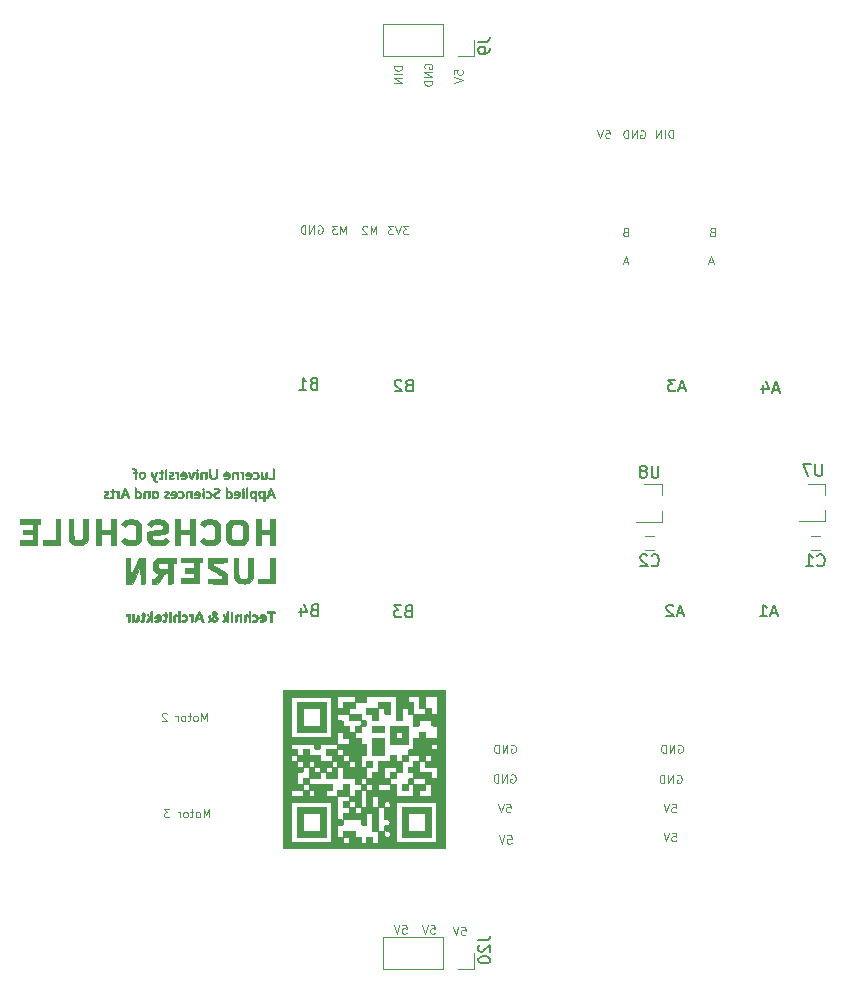
<source format=gbr>
G04 #@! TF.GenerationSoftware,KiCad,Pcbnew,(5.1.5)-3*
G04 #@! TF.CreationDate,2020-06-11T20:41:51+02:00*
G04 #@! TF.ProjectId,StepperClockK02,53746570-7065-4724-936c-6f636b4b3032,v1.0*
G04 #@! TF.SameCoordinates,Original*
G04 #@! TF.FileFunction,Legend,Bot*
G04 #@! TF.FilePolarity,Positive*
%FSLAX46Y46*%
G04 Gerber Fmt 4.6, Leading zero omitted, Abs format (unit mm)*
G04 Created by KiCad (PCBNEW (5.1.5)-3) date 2020-06-11 20:41:51*
%MOMM*%
%LPD*%
G04 APERTURE LIST*
%ADD10C,0.100000*%
%ADD11C,0.120000*%
%ADD12C,0.010000*%
%ADD13C,0.150000*%
G04 APERTURE END LIST*
D10*
X82059133Y-161927406D02*
X82059133Y-161227406D01*
X81825800Y-161727406D01*
X81592466Y-161227406D01*
X81592466Y-161927406D01*
X81159133Y-161927406D02*
X81225800Y-161894073D01*
X81259133Y-161860740D01*
X81292466Y-161794073D01*
X81292466Y-161594073D01*
X81259133Y-161527406D01*
X81225800Y-161494073D01*
X81159133Y-161460740D01*
X81059133Y-161460740D01*
X80992466Y-161494073D01*
X80959133Y-161527406D01*
X80925800Y-161594073D01*
X80925800Y-161794073D01*
X80959133Y-161860740D01*
X80992466Y-161894073D01*
X81059133Y-161927406D01*
X81159133Y-161927406D01*
X80725800Y-161460740D02*
X80459133Y-161460740D01*
X80625800Y-161227406D02*
X80625800Y-161827406D01*
X80592466Y-161894073D01*
X80525800Y-161927406D01*
X80459133Y-161927406D01*
X80125800Y-161927406D02*
X80192466Y-161894073D01*
X80225800Y-161860740D01*
X80259133Y-161794073D01*
X80259133Y-161594073D01*
X80225800Y-161527406D01*
X80192466Y-161494073D01*
X80125800Y-161460740D01*
X80025800Y-161460740D01*
X79959133Y-161494073D01*
X79925800Y-161527406D01*
X79892466Y-161594073D01*
X79892466Y-161794073D01*
X79925800Y-161860740D01*
X79959133Y-161894073D01*
X80025800Y-161927406D01*
X80125800Y-161927406D01*
X79592466Y-161927406D02*
X79592466Y-161460740D01*
X79592466Y-161594073D02*
X79559133Y-161527406D01*
X79525800Y-161494073D01*
X79459133Y-161460740D01*
X79392466Y-161460740D01*
X78659133Y-161294073D02*
X78625800Y-161260740D01*
X78559133Y-161227406D01*
X78392466Y-161227406D01*
X78325800Y-161260740D01*
X78292466Y-161294073D01*
X78259133Y-161360740D01*
X78259133Y-161427406D01*
X78292466Y-161527406D01*
X78692466Y-161927406D01*
X78259133Y-161927406D01*
X82259133Y-170077406D02*
X82259133Y-169377406D01*
X82025800Y-169877406D01*
X81792466Y-169377406D01*
X81792466Y-170077406D01*
X81359133Y-170077406D02*
X81425800Y-170044073D01*
X81459133Y-170010740D01*
X81492466Y-169944073D01*
X81492466Y-169744073D01*
X81459133Y-169677406D01*
X81425800Y-169644073D01*
X81359133Y-169610740D01*
X81259133Y-169610740D01*
X81192466Y-169644073D01*
X81159133Y-169677406D01*
X81125800Y-169744073D01*
X81125800Y-169944073D01*
X81159133Y-170010740D01*
X81192466Y-170044073D01*
X81259133Y-170077406D01*
X81359133Y-170077406D01*
X80925800Y-169610740D02*
X80659133Y-169610740D01*
X80825800Y-169377406D02*
X80825800Y-169977406D01*
X80792466Y-170044073D01*
X80725800Y-170077406D01*
X80659133Y-170077406D01*
X80325800Y-170077406D02*
X80392466Y-170044073D01*
X80425800Y-170010740D01*
X80459133Y-169944073D01*
X80459133Y-169744073D01*
X80425800Y-169677406D01*
X80392466Y-169644073D01*
X80325800Y-169610740D01*
X80225800Y-169610740D01*
X80159133Y-169644073D01*
X80125800Y-169677406D01*
X80092466Y-169744073D01*
X80092466Y-169944073D01*
X80125800Y-170010740D01*
X80159133Y-170044073D01*
X80225800Y-170077406D01*
X80325800Y-170077406D01*
X79792466Y-170077406D02*
X79792466Y-169610740D01*
X79792466Y-169744073D02*
X79759133Y-169677406D01*
X79725800Y-169644073D01*
X79659133Y-169610740D01*
X79592466Y-169610740D01*
X78892466Y-169377406D02*
X78459133Y-169377406D01*
X78692466Y-169644073D01*
X78592466Y-169644073D01*
X78525800Y-169677406D01*
X78492466Y-169710740D01*
X78459133Y-169777406D01*
X78459133Y-169944073D01*
X78492466Y-170010740D01*
X78525800Y-170044073D01*
X78592466Y-170077406D01*
X78792466Y-170077406D01*
X78859133Y-170044073D01*
X78892466Y-170010740D01*
X121439133Y-168957406D02*
X121772466Y-168957406D01*
X121805800Y-169290740D01*
X121772466Y-169257406D01*
X121705800Y-169224073D01*
X121539133Y-169224073D01*
X121472466Y-169257406D01*
X121439133Y-169290740D01*
X121405800Y-169357406D01*
X121405800Y-169524073D01*
X121439133Y-169590740D01*
X121472466Y-169624073D01*
X121539133Y-169657406D01*
X121705800Y-169657406D01*
X121772466Y-169624073D01*
X121805800Y-169590740D01*
X121205800Y-168957406D02*
X120972466Y-169657406D01*
X120739133Y-168957406D01*
X121439133Y-171397406D02*
X121772466Y-171397406D01*
X121805800Y-171730740D01*
X121772466Y-171697406D01*
X121705800Y-171664073D01*
X121539133Y-171664073D01*
X121472466Y-171697406D01*
X121439133Y-171730740D01*
X121405800Y-171797406D01*
X121405800Y-171964073D01*
X121439133Y-172030740D01*
X121472466Y-172064073D01*
X121539133Y-172097406D01*
X121705800Y-172097406D01*
X121772466Y-172064073D01*
X121805800Y-172030740D01*
X121205800Y-171397406D02*
X120972466Y-172097406D01*
X120739133Y-171397406D01*
X107499133Y-171597406D02*
X107832466Y-171597406D01*
X107865800Y-171930740D01*
X107832466Y-171897406D01*
X107765800Y-171864073D01*
X107599133Y-171864073D01*
X107532466Y-171897406D01*
X107499133Y-171930740D01*
X107465800Y-171997406D01*
X107465800Y-172164073D01*
X107499133Y-172230740D01*
X107532466Y-172264073D01*
X107599133Y-172297406D01*
X107765800Y-172297406D01*
X107832466Y-172264073D01*
X107865800Y-172230740D01*
X107265800Y-171597406D02*
X107032466Y-172297406D01*
X106799133Y-171597406D01*
X107439133Y-168927406D02*
X107772466Y-168927406D01*
X107805800Y-169260740D01*
X107772466Y-169227406D01*
X107705800Y-169194073D01*
X107539133Y-169194073D01*
X107472466Y-169227406D01*
X107439133Y-169260740D01*
X107405800Y-169327406D01*
X107405800Y-169494073D01*
X107439133Y-169560740D01*
X107472466Y-169594073D01*
X107539133Y-169627406D01*
X107705800Y-169627406D01*
X107772466Y-169594073D01*
X107805800Y-169560740D01*
X107205800Y-168927406D02*
X106972466Y-169627406D01*
X106739133Y-168927406D01*
X107809133Y-166460740D02*
X107875800Y-166427406D01*
X107975800Y-166427406D01*
X108075800Y-166460740D01*
X108142466Y-166527406D01*
X108175800Y-166594073D01*
X108209133Y-166727406D01*
X108209133Y-166827406D01*
X108175800Y-166960740D01*
X108142466Y-167027406D01*
X108075800Y-167094073D01*
X107975800Y-167127406D01*
X107909133Y-167127406D01*
X107809133Y-167094073D01*
X107775800Y-167060740D01*
X107775800Y-166827406D01*
X107909133Y-166827406D01*
X107475800Y-167127406D02*
X107475800Y-166427406D01*
X107075800Y-167127406D01*
X107075800Y-166427406D01*
X106742466Y-167127406D02*
X106742466Y-166427406D01*
X106575800Y-166427406D01*
X106475800Y-166460740D01*
X106409133Y-166527406D01*
X106375800Y-166594073D01*
X106342466Y-166727406D01*
X106342466Y-166827406D01*
X106375800Y-166960740D01*
X106409133Y-167027406D01*
X106475800Y-167094073D01*
X106575800Y-167127406D01*
X106742466Y-167127406D01*
X107839133Y-163940740D02*
X107905800Y-163907406D01*
X108005800Y-163907406D01*
X108105800Y-163940740D01*
X108172466Y-164007406D01*
X108205800Y-164074073D01*
X108239133Y-164207406D01*
X108239133Y-164307406D01*
X108205800Y-164440740D01*
X108172466Y-164507406D01*
X108105800Y-164574073D01*
X108005800Y-164607406D01*
X107939133Y-164607406D01*
X107839133Y-164574073D01*
X107805800Y-164540740D01*
X107805800Y-164307406D01*
X107939133Y-164307406D01*
X107505800Y-164607406D02*
X107505800Y-163907406D01*
X107105800Y-164607406D01*
X107105800Y-163907406D01*
X106772466Y-164607406D02*
X106772466Y-163907406D01*
X106605800Y-163907406D01*
X106505800Y-163940740D01*
X106439133Y-164007406D01*
X106405800Y-164074073D01*
X106372466Y-164207406D01*
X106372466Y-164307406D01*
X106405800Y-164440740D01*
X106439133Y-164507406D01*
X106505800Y-164574073D01*
X106605800Y-164607406D01*
X106772466Y-164607406D01*
X121869133Y-166520740D02*
X121935800Y-166487406D01*
X122035800Y-166487406D01*
X122135800Y-166520740D01*
X122202466Y-166587406D01*
X122235800Y-166654073D01*
X122269133Y-166787406D01*
X122269133Y-166887406D01*
X122235800Y-167020740D01*
X122202466Y-167087406D01*
X122135800Y-167154073D01*
X122035800Y-167187406D01*
X121969133Y-167187406D01*
X121869133Y-167154073D01*
X121835800Y-167120740D01*
X121835800Y-166887406D01*
X121969133Y-166887406D01*
X121535800Y-167187406D02*
X121535800Y-166487406D01*
X121135800Y-167187406D01*
X121135800Y-166487406D01*
X120802466Y-167187406D02*
X120802466Y-166487406D01*
X120635800Y-166487406D01*
X120535800Y-166520740D01*
X120469133Y-166587406D01*
X120435800Y-166654073D01*
X120402466Y-166787406D01*
X120402466Y-166887406D01*
X120435800Y-167020740D01*
X120469133Y-167087406D01*
X120535800Y-167154073D01*
X120635800Y-167187406D01*
X120802466Y-167187406D01*
X121979133Y-163940740D02*
X122045800Y-163907406D01*
X122145800Y-163907406D01*
X122245800Y-163940740D01*
X122312466Y-164007406D01*
X122345800Y-164074073D01*
X122379133Y-164207406D01*
X122379133Y-164307406D01*
X122345800Y-164440740D01*
X122312466Y-164507406D01*
X122245800Y-164574073D01*
X122145800Y-164607406D01*
X122079133Y-164607406D01*
X121979133Y-164574073D01*
X121945800Y-164540740D01*
X121945800Y-164307406D01*
X122079133Y-164307406D01*
X121645800Y-164607406D02*
X121645800Y-163907406D01*
X121245800Y-164607406D01*
X121245800Y-163907406D01*
X120912466Y-164607406D02*
X120912466Y-163907406D01*
X120745800Y-163907406D01*
X120645800Y-163940740D01*
X120579133Y-164007406D01*
X120545800Y-164074073D01*
X120512466Y-164207406D01*
X120512466Y-164307406D01*
X120545800Y-164440740D01*
X120579133Y-164507406D01*
X120645800Y-164574073D01*
X120745800Y-164607406D01*
X120912466Y-164607406D01*
X93852466Y-120677406D02*
X93852466Y-119977406D01*
X93619133Y-120477406D01*
X93385800Y-119977406D01*
X93385800Y-120677406D01*
X93119133Y-119977406D02*
X92685800Y-119977406D01*
X92919133Y-120244073D01*
X92819133Y-120244073D01*
X92752466Y-120277406D01*
X92719133Y-120310740D01*
X92685800Y-120377406D01*
X92685800Y-120544073D01*
X92719133Y-120610740D01*
X92752466Y-120644073D01*
X92819133Y-120677406D01*
X93019133Y-120677406D01*
X93085800Y-120644073D01*
X93119133Y-120610740D01*
X96402466Y-120707406D02*
X96402466Y-120007406D01*
X96169133Y-120507406D01*
X95935800Y-120007406D01*
X95935800Y-120707406D01*
X95635800Y-120074073D02*
X95602466Y-120040740D01*
X95535800Y-120007406D01*
X95369133Y-120007406D01*
X95302466Y-120040740D01*
X95269133Y-120074073D01*
X95235800Y-120140740D01*
X95235800Y-120207406D01*
X95269133Y-120307406D01*
X95669133Y-120707406D01*
X95235800Y-120707406D01*
X99132466Y-120007406D02*
X98699133Y-120007406D01*
X98932466Y-120274073D01*
X98832466Y-120274073D01*
X98765800Y-120307406D01*
X98732466Y-120340740D01*
X98699133Y-120407406D01*
X98699133Y-120574073D01*
X98732466Y-120640740D01*
X98765800Y-120674073D01*
X98832466Y-120707406D01*
X99032466Y-120707406D01*
X99099133Y-120674073D01*
X99132466Y-120640740D01*
X98499133Y-120007406D02*
X98265800Y-120707406D01*
X98032466Y-120007406D01*
X97865800Y-120007406D02*
X97432466Y-120007406D01*
X97665800Y-120274073D01*
X97565800Y-120274073D01*
X97499133Y-120307406D01*
X97465800Y-120340740D01*
X97432466Y-120407406D01*
X97432466Y-120574073D01*
X97465800Y-120640740D01*
X97499133Y-120674073D01*
X97565800Y-120707406D01*
X97765800Y-120707406D01*
X97832466Y-120674073D01*
X97865800Y-120640740D01*
X91489133Y-119990740D02*
X91555800Y-119957406D01*
X91655800Y-119957406D01*
X91755800Y-119990740D01*
X91822466Y-120057406D01*
X91855800Y-120124073D01*
X91889133Y-120257406D01*
X91889133Y-120357406D01*
X91855800Y-120490740D01*
X91822466Y-120557406D01*
X91755800Y-120624073D01*
X91655800Y-120657406D01*
X91589133Y-120657406D01*
X91489133Y-120624073D01*
X91455800Y-120590740D01*
X91455800Y-120357406D01*
X91589133Y-120357406D01*
X91155800Y-120657406D02*
X91155800Y-119957406D01*
X90755800Y-120657406D01*
X90755800Y-119957406D01*
X90422466Y-120657406D02*
X90422466Y-119957406D01*
X90255800Y-119957406D01*
X90155800Y-119990740D01*
X90089133Y-120057406D01*
X90055800Y-120124073D01*
X90022466Y-120257406D01*
X90022466Y-120357406D01*
X90055800Y-120490740D01*
X90089133Y-120557406D01*
X90155800Y-120624073D01*
X90255800Y-120657406D01*
X90422466Y-120657406D01*
X117702466Y-123057406D02*
X117369133Y-123057406D01*
X117769133Y-123257406D02*
X117535800Y-122557406D01*
X117302466Y-123257406D01*
X124932466Y-123027406D02*
X124599133Y-123027406D01*
X124999133Y-123227406D02*
X124765800Y-122527406D01*
X124532466Y-123227406D01*
X124835800Y-120510740D02*
X124735800Y-120544073D01*
X124702466Y-120577406D01*
X124669133Y-120644073D01*
X124669133Y-120744073D01*
X124702466Y-120810740D01*
X124735800Y-120844073D01*
X124802466Y-120877406D01*
X125069133Y-120877406D01*
X125069133Y-120177406D01*
X124835800Y-120177406D01*
X124769133Y-120210740D01*
X124735800Y-120244073D01*
X124702466Y-120310740D01*
X124702466Y-120377406D01*
X124735800Y-120444073D01*
X124769133Y-120477406D01*
X124835800Y-120510740D01*
X125069133Y-120510740D01*
X117485800Y-120490740D02*
X117385800Y-120524073D01*
X117352466Y-120557406D01*
X117319133Y-120624073D01*
X117319133Y-120724073D01*
X117352466Y-120790740D01*
X117385800Y-120824073D01*
X117452466Y-120857406D01*
X117719133Y-120857406D01*
X117719133Y-120157406D01*
X117485800Y-120157406D01*
X117419133Y-120190740D01*
X117385800Y-120224073D01*
X117352466Y-120290740D01*
X117352466Y-120357406D01*
X117385800Y-120424073D01*
X117419133Y-120457406D01*
X117485800Y-120490740D01*
X117719133Y-120490740D01*
X121542466Y-112537406D02*
X121542466Y-111837406D01*
X121375800Y-111837406D01*
X121275800Y-111870740D01*
X121209133Y-111937406D01*
X121175800Y-112004073D01*
X121142466Y-112137406D01*
X121142466Y-112237406D01*
X121175800Y-112370740D01*
X121209133Y-112437406D01*
X121275800Y-112504073D01*
X121375800Y-112537406D01*
X121542466Y-112537406D01*
X120842466Y-112537406D02*
X120842466Y-111837406D01*
X120509133Y-112537406D02*
X120509133Y-111837406D01*
X120109133Y-112537406D01*
X120109133Y-111837406D01*
X118789133Y-111920740D02*
X118855800Y-111887406D01*
X118955800Y-111887406D01*
X119055800Y-111920740D01*
X119122466Y-111987406D01*
X119155800Y-112054073D01*
X119189133Y-112187406D01*
X119189133Y-112287406D01*
X119155800Y-112420740D01*
X119122466Y-112487406D01*
X119055800Y-112554073D01*
X118955800Y-112587406D01*
X118889133Y-112587406D01*
X118789133Y-112554073D01*
X118755800Y-112520740D01*
X118755800Y-112287406D01*
X118889133Y-112287406D01*
X118455800Y-112587406D02*
X118455800Y-111887406D01*
X118055800Y-112587406D01*
X118055800Y-111887406D01*
X117722466Y-112587406D02*
X117722466Y-111887406D01*
X117555800Y-111887406D01*
X117455800Y-111920740D01*
X117389133Y-111987406D01*
X117355800Y-112054073D01*
X117322466Y-112187406D01*
X117322466Y-112287406D01*
X117355800Y-112420740D01*
X117389133Y-112487406D01*
X117455800Y-112554073D01*
X117555800Y-112587406D01*
X117722466Y-112587406D01*
X115829133Y-111857406D02*
X116162466Y-111857406D01*
X116195800Y-112190740D01*
X116162466Y-112157406D01*
X116095800Y-112124073D01*
X115929133Y-112124073D01*
X115862466Y-112157406D01*
X115829133Y-112190740D01*
X115795800Y-112257406D01*
X115795800Y-112424073D01*
X115829133Y-112490740D01*
X115862466Y-112524073D01*
X115929133Y-112557406D01*
X116095800Y-112557406D01*
X116162466Y-112524073D01*
X116195800Y-112490740D01*
X115595800Y-111857406D02*
X115362466Y-112557406D01*
X115129133Y-111857406D01*
X98632466Y-106444073D02*
X97932466Y-106444073D01*
X97932466Y-106610740D01*
X97965800Y-106710740D01*
X98032466Y-106777406D01*
X98099133Y-106810740D01*
X98232466Y-106844073D01*
X98332466Y-106844073D01*
X98465800Y-106810740D01*
X98532466Y-106777406D01*
X98599133Y-106710740D01*
X98632466Y-106610740D01*
X98632466Y-106444073D01*
X98632466Y-107144073D02*
X97932466Y-107144073D01*
X98632466Y-107477406D02*
X97932466Y-107477406D01*
X98632466Y-107877406D01*
X97932466Y-107877406D01*
X103022466Y-107167406D02*
X103022466Y-106834073D01*
X103355800Y-106800740D01*
X103322466Y-106834073D01*
X103289133Y-106900740D01*
X103289133Y-107067406D01*
X103322466Y-107134073D01*
X103355800Y-107167406D01*
X103422466Y-107200740D01*
X103589133Y-107200740D01*
X103655800Y-107167406D01*
X103689133Y-107134073D01*
X103722466Y-107067406D01*
X103722466Y-106900740D01*
X103689133Y-106834073D01*
X103655800Y-106800740D01*
X103022466Y-107400740D02*
X103722466Y-107634073D01*
X103022466Y-107867406D01*
X103609133Y-179327406D02*
X103942466Y-179327406D01*
X103975800Y-179660740D01*
X103942466Y-179627406D01*
X103875800Y-179594073D01*
X103709133Y-179594073D01*
X103642466Y-179627406D01*
X103609133Y-179660740D01*
X103575800Y-179727406D01*
X103575800Y-179894073D01*
X103609133Y-179960740D01*
X103642466Y-179994073D01*
X103709133Y-180027406D01*
X103875800Y-180027406D01*
X103942466Y-179994073D01*
X103975800Y-179960740D01*
X103375800Y-179327406D02*
X103142466Y-180027406D01*
X102909133Y-179327406D01*
X98609133Y-179207406D02*
X98942466Y-179207406D01*
X98975800Y-179540740D01*
X98942466Y-179507406D01*
X98875800Y-179474073D01*
X98709133Y-179474073D01*
X98642466Y-179507406D01*
X98609133Y-179540740D01*
X98575800Y-179607406D01*
X98575800Y-179774073D01*
X98609133Y-179840740D01*
X98642466Y-179874073D01*
X98709133Y-179907406D01*
X98875800Y-179907406D01*
X98942466Y-179874073D01*
X98975800Y-179840740D01*
X98375800Y-179207406D02*
X98142466Y-179907406D01*
X97909133Y-179207406D01*
X100505800Y-106647406D02*
X100472466Y-106580740D01*
X100472466Y-106480740D01*
X100505800Y-106380740D01*
X100572466Y-106314073D01*
X100639133Y-106280740D01*
X100772466Y-106247406D01*
X100872466Y-106247406D01*
X101005800Y-106280740D01*
X101072466Y-106314073D01*
X101139133Y-106380740D01*
X101172466Y-106480740D01*
X101172466Y-106547406D01*
X101139133Y-106647406D01*
X101105800Y-106680740D01*
X100872466Y-106680740D01*
X100872466Y-106547406D01*
X101172466Y-106980740D02*
X100472466Y-106980740D01*
X101172466Y-107380740D01*
X100472466Y-107380740D01*
X101172466Y-107714073D02*
X100472466Y-107714073D01*
X100472466Y-107880740D01*
X100505800Y-107980740D01*
X100572466Y-108047406D01*
X100639133Y-108080740D01*
X100772466Y-108114073D01*
X100872466Y-108114073D01*
X101005800Y-108080740D01*
X101072466Y-108047406D01*
X101139133Y-107980740D01*
X101172466Y-107880740D01*
X101172466Y-107714073D01*
X101009133Y-179207406D02*
X101342466Y-179207406D01*
X101375800Y-179540740D01*
X101342466Y-179507406D01*
X101275800Y-179474073D01*
X101109133Y-179474073D01*
X101042466Y-179507406D01*
X101009133Y-179540740D01*
X100975800Y-179607406D01*
X100975800Y-179774073D01*
X101009133Y-179840740D01*
X101042466Y-179874073D01*
X101109133Y-179907406D01*
X101275800Y-179907406D01*
X101342466Y-179874073D01*
X101375800Y-179840740D01*
X100775800Y-179207406D02*
X100542466Y-179907406D01*
X100309133Y-179207406D01*
D11*
X96967800Y-182880740D02*
X96967800Y-180220740D01*
X102107800Y-182880740D02*
X96967800Y-182880740D01*
X102107800Y-180220740D02*
X96967800Y-180220740D01*
X102107800Y-182880740D02*
X102107800Y-180220740D01*
X103377800Y-182880740D02*
X104707800Y-182880740D01*
X104707800Y-182880740D02*
X104707800Y-181550740D01*
X96965800Y-105590740D02*
X96965800Y-102930740D01*
X102105800Y-105590740D02*
X96965800Y-105590740D01*
X102105800Y-102930740D02*
X96965800Y-102930740D01*
X102105800Y-105590740D02*
X102105800Y-102930740D01*
X103375800Y-105590740D02*
X104705800Y-105590740D01*
X104705800Y-105590740D02*
X104705800Y-104260740D01*
X120575800Y-141870740D02*
X120575800Y-142800740D01*
X120575800Y-145030740D02*
X120575800Y-144100740D01*
X120575800Y-145030740D02*
X118415800Y-145030740D01*
X120575800Y-141870740D02*
X119115800Y-141870740D01*
X134395800Y-141830740D02*
X134395800Y-142760740D01*
X134395800Y-144990740D02*
X134395800Y-144060740D01*
X134395800Y-144990740D02*
X132235800Y-144990740D01*
X134395800Y-141830740D02*
X132935800Y-141830740D01*
D12*
G36*
X101037300Y-169229240D02*
G01*
X98560800Y-169229240D01*
X98560800Y-171197740D01*
X99068800Y-171197740D01*
X99068800Y-169737240D01*
X100529300Y-169737240D01*
X100529300Y-171197740D01*
X99068800Y-171197740D01*
X98560800Y-171197740D01*
X98560800Y-171705740D01*
X101037300Y-171705740D01*
X101037300Y-169229240D01*
G37*
X101037300Y-169229240D02*
X98560800Y-169229240D01*
X98560800Y-171197740D01*
X99068800Y-171197740D01*
X99068800Y-169737240D01*
X100529300Y-169737240D01*
X100529300Y-171197740D01*
X99068800Y-171197740D01*
X98560800Y-171197740D01*
X98560800Y-171705740D01*
X101037300Y-171705740D01*
X101037300Y-169229240D01*
G36*
X92147300Y-169229240D02*
G01*
X89670800Y-169229240D01*
X89670800Y-171197740D01*
X90178800Y-171197740D01*
X90178800Y-169737240D01*
X91639300Y-169737240D01*
X91639300Y-171197740D01*
X90178800Y-171197740D01*
X89670800Y-171197740D01*
X89670800Y-171705740D01*
X92147300Y-171705740D01*
X92147300Y-169229240D01*
G37*
X92147300Y-169229240D02*
X89670800Y-169229240D01*
X89670800Y-171197740D01*
X90178800Y-171197740D01*
X90178800Y-169737240D01*
X91639300Y-169737240D01*
X91639300Y-171197740D01*
X90178800Y-171197740D01*
X89670800Y-171197740D01*
X89670800Y-171705740D01*
X92147300Y-171705740D01*
X92147300Y-169229240D01*
G36*
X92147300Y-160339240D02*
G01*
X89670800Y-160339240D01*
X89670800Y-162307740D01*
X90178800Y-162307740D01*
X90178800Y-160847240D01*
X91639300Y-160847240D01*
X91639300Y-162307740D01*
X90178800Y-162307740D01*
X89670800Y-162307740D01*
X89670800Y-162879240D01*
X92147300Y-162879240D01*
X92147300Y-160339240D01*
G37*
X92147300Y-160339240D02*
X89670800Y-160339240D01*
X89670800Y-162307740D01*
X90178800Y-162307740D01*
X90178800Y-160847240D01*
X91639300Y-160847240D01*
X91639300Y-162307740D01*
X90178800Y-162307740D01*
X89670800Y-162307740D01*
X89670800Y-162879240D01*
X92147300Y-162879240D01*
X92147300Y-160339240D01*
G36*
X94623800Y-167768740D02*
G01*
X94623800Y-168276740D01*
X94115800Y-168276740D01*
X94115800Y-168498990D01*
X94108110Y-168641289D01*
X94060631Y-168704528D01*
X93936749Y-168720744D01*
X93861800Y-168721240D01*
X93607800Y-168721240D01*
X93607800Y-169229240D01*
X94115800Y-169229240D01*
X94115800Y-168721240D01*
X94623800Y-168721240D01*
X94623800Y-169229240D01*
X95131800Y-169229240D01*
X95131800Y-167768740D01*
X94623800Y-167768740D01*
G37*
X94623800Y-167768740D02*
X94623800Y-168276740D01*
X94115800Y-168276740D01*
X94115800Y-168498990D01*
X94108110Y-168641289D01*
X94060631Y-168704528D01*
X93936749Y-168720744D01*
X93861800Y-168721240D01*
X93607800Y-168721240D01*
X93607800Y-169229240D01*
X94115800Y-169229240D01*
X94115800Y-168721240D01*
X94623800Y-168721240D01*
X94623800Y-169229240D01*
X95131800Y-169229240D01*
X95131800Y-167768740D01*
X94623800Y-167768740D01*
G36*
X95354050Y-167768740D02*
G01*
X95496348Y-167761051D01*
X95559587Y-167713572D01*
X95575803Y-167589690D01*
X95576300Y-167514740D01*
X95569571Y-167352113D01*
X95528027Y-167279841D01*
X95419630Y-167261308D01*
X95354050Y-167260740D01*
X95211751Y-167268430D01*
X95148512Y-167315909D01*
X95132296Y-167439791D01*
X95131800Y-167514740D01*
X95131800Y-167768740D01*
X95354050Y-167768740D01*
G37*
X95354050Y-167768740D02*
X95496348Y-167761051D01*
X95559587Y-167713572D01*
X95575803Y-167589690D01*
X95576300Y-167514740D01*
X95569571Y-167352113D01*
X95528027Y-167279841D01*
X95419630Y-167261308D01*
X95354050Y-167260740D01*
X95211751Y-167268430D01*
X95148512Y-167315909D01*
X95132296Y-167439791D01*
X95131800Y-167514740D01*
X95131800Y-167768740D01*
X95354050Y-167768740D01*
G36*
X94115800Y-167260740D02*
G01*
X93607800Y-167260740D01*
X93607800Y-167768740D01*
X93099800Y-167768740D01*
X93099800Y-168276740D01*
X94115800Y-168276740D01*
X94115800Y-167260740D01*
G37*
X94115800Y-167260740D02*
X93607800Y-167260740D01*
X93607800Y-167768740D01*
X93099800Y-167768740D01*
X93099800Y-168276740D01*
X94115800Y-168276740D01*
X94115800Y-167260740D01*
G36*
X99068800Y-167514740D02*
G01*
X99075528Y-167352113D01*
X99117072Y-167279841D01*
X99225469Y-167261308D01*
X99291050Y-167260740D01*
X99433348Y-167253051D01*
X99496587Y-167205572D01*
X99512803Y-167081690D01*
X99513300Y-167006740D01*
X99506571Y-166844113D01*
X99465027Y-166771841D01*
X99356630Y-166753308D01*
X99291050Y-166752740D01*
X99148751Y-166760430D01*
X99085512Y-166807909D01*
X99069296Y-166931791D01*
X99068800Y-167006740D01*
X99068800Y-167260740D01*
X98560800Y-167260740D01*
X98560800Y-167768740D01*
X99068800Y-167768740D01*
X99068800Y-167514740D01*
G37*
X99068800Y-167514740D02*
X99075528Y-167352113D01*
X99117072Y-167279841D01*
X99225469Y-167261308D01*
X99291050Y-167260740D01*
X99433348Y-167253051D01*
X99496587Y-167205572D01*
X99512803Y-167081690D01*
X99513300Y-167006740D01*
X99506571Y-166844113D01*
X99465027Y-166771841D01*
X99356630Y-166753308D01*
X99291050Y-166752740D01*
X99148751Y-166760430D01*
X99085512Y-166807909D01*
X99069296Y-166931791D01*
X99068800Y-167006740D01*
X99068800Y-167260740D01*
X98560800Y-167260740D01*
X98560800Y-167768740D01*
X99068800Y-167768740D01*
X99068800Y-167514740D01*
G36*
X98052800Y-166244740D02*
G01*
X97544800Y-166244740D01*
X97544800Y-166752740D01*
X98052800Y-166752740D01*
X98052800Y-166244740D01*
G37*
X98052800Y-166244740D02*
X97544800Y-166244740D01*
X97544800Y-166752740D01*
X98052800Y-166752740D01*
X98052800Y-166244740D01*
G36*
X96084300Y-165292240D02*
G01*
X95576300Y-165292240D01*
X95576300Y-165800240D01*
X96084300Y-165800240D01*
X96084300Y-165292240D01*
G37*
X96084300Y-165292240D02*
X95576300Y-165292240D01*
X95576300Y-165800240D01*
X96084300Y-165800240D01*
X96084300Y-165292240D01*
G36*
X99068800Y-164784240D02*
G01*
X98560800Y-164784240D01*
X98560800Y-165292240D01*
X99068800Y-165292240D01*
X99068800Y-164784240D01*
G37*
X99068800Y-164784240D02*
X98560800Y-164784240D01*
X98560800Y-165292240D01*
X99068800Y-165292240D01*
X99068800Y-164784240D01*
G36*
X90178800Y-166752740D02*
G01*
X90178800Y-167260740D01*
X90686800Y-167260740D01*
X90686800Y-166752740D01*
X90178800Y-166752740D01*
G37*
X90178800Y-166752740D02*
X90178800Y-167260740D01*
X90686800Y-167260740D01*
X90686800Y-166752740D01*
X90178800Y-166752740D01*
G36*
X91639300Y-166752740D02*
G01*
X91639300Y-166244740D01*
X92147300Y-166244740D01*
X92147300Y-166752740D01*
X93099800Y-166752740D01*
X93099800Y-165800240D01*
X92877550Y-165800240D01*
X92735251Y-165792551D01*
X92672012Y-165745072D01*
X92655796Y-165621190D01*
X92655300Y-165546240D01*
X92655300Y-165292240D01*
X91639300Y-165292240D01*
X91639300Y-164784240D01*
X90686800Y-164784240D01*
X90686800Y-164276240D01*
X90178800Y-164276240D01*
X90178800Y-164784240D01*
X89670800Y-164784240D01*
X89670800Y-165292240D01*
X90178800Y-165292240D01*
X90178800Y-165546240D01*
X90686800Y-165546240D01*
X90693528Y-165383613D01*
X90735072Y-165311341D01*
X90843469Y-165292808D01*
X90909050Y-165292240D01*
X91051348Y-165299930D01*
X91114587Y-165347409D01*
X91130803Y-165471291D01*
X91131300Y-165546240D01*
X91131300Y-165800240D01*
X91385300Y-165800240D01*
X91547927Y-165806969D01*
X91620199Y-165848513D01*
X91638732Y-165956910D01*
X91639300Y-166022490D01*
X92147300Y-166022490D01*
X92154989Y-165880192D01*
X92202468Y-165816953D01*
X92326350Y-165800737D01*
X92401300Y-165800240D01*
X92563927Y-165806969D01*
X92636199Y-165848513D01*
X92654732Y-165956910D01*
X92655300Y-166022490D01*
X92647610Y-166164789D01*
X92600131Y-166228028D01*
X92476249Y-166244244D01*
X92401300Y-166244740D01*
X92238672Y-166238012D01*
X92166400Y-166196468D01*
X92147867Y-166088071D01*
X92147300Y-166022490D01*
X91639300Y-166022490D01*
X91631610Y-166164789D01*
X91584131Y-166228028D01*
X91460249Y-166244244D01*
X91385300Y-166244740D01*
X91222672Y-166238012D01*
X91150400Y-166196468D01*
X91131867Y-166088071D01*
X91131300Y-166022490D01*
X91121470Y-165873532D01*
X91066010Y-165812442D01*
X90925966Y-165800268D01*
X90909050Y-165800240D01*
X90766751Y-165792551D01*
X90703512Y-165745072D01*
X90687296Y-165621190D01*
X90686800Y-165546240D01*
X90178800Y-165546240D01*
X90178800Y-165800240D01*
X90686800Y-165800240D01*
X90686800Y-166752740D01*
X91639300Y-166752740D01*
G37*
X91639300Y-166752740D02*
X91639300Y-166244740D01*
X92147300Y-166244740D01*
X92147300Y-166752740D01*
X93099800Y-166752740D01*
X93099800Y-165800240D01*
X92877550Y-165800240D01*
X92735251Y-165792551D01*
X92672012Y-165745072D01*
X92655796Y-165621190D01*
X92655300Y-165546240D01*
X92655300Y-165292240D01*
X91639300Y-165292240D01*
X91639300Y-164784240D01*
X90686800Y-164784240D01*
X90686800Y-164276240D01*
X90178800Y-164276240D01*
X90178800Y-164784240D01*
X89670800Y-164784240D01*
X89670800Y-165292240D01*
X90178800Y-165292240D01*
X90178800Y-165546240D01*
X90686800Y-165546240D01*
X90693528Y-165383613D01*
X90735072Y-165311341D01*
X90843469Y-165292808D01*
X90909050Y-165292240D01*
X91051348Y-165299930D01*
X91114587Y-165347409D01*
X91130803Y-165471291D01*
X91131300Y-165546240D01*
X91131300Y-165800240D01*
X91385300Y-165800240D01*
X91547927Y-165806969D01*
X91620199Y-165848513D01*
X91638732Y-165956910D01*
X91639300Y-166022490D01*
X92147300Y-166022490D01*
X92154989Y-165880192D01*
X92202468Y-165816953D01*
X92326350Y-165800737D01*
X92401300Y-165800240D01*
X92563927Y-165806969D01*
X92636199Y-165848513D01*
X92654732Y-165956910D01*
X92655300Y-166022490D01*
X92647610Y-166164789D01*
X92600131Y-166228028D01*
X92476249Y-166244244D01*
X92401300Y-166244740D01*
X92238672Y-166238012D01*
X92166400Y-166196468D01*
X92147867Y-166088071D01*
X92147300Y-166022490D01*
X91639300Y-166022490D01*
X91631610Y-166164789D01*
X91584131Y-166228028D01*
X91460249Y-166244244D01*
X91385300Y-166244740D01*
X91222672Y-166238012D01*
X91150400Y-166196468D01*
X91131867Y-166088071D01*
X91131300Y-166022490D01*
X91121470Y-165873532D01*
X91066010Y-165812442D01*
X90925966Y-165800268D01*
X90909050Y-165800240D01*
X90766751Y-165792551D01*
X90703512Y-165745072D01*
X90687296Y-165621190D01*
X90686800Y-165546240D01*
X90178800Y-165546240D01*
X90178800Y-165800240D01*
X90686800Y-165800240D01*
X90686800Y-166752740D01*
X91639300Y-166752740D01*
G36*
X97100300Y-163323740D02*
G01*
X96084300Y-163323740D01*
X96084300Y-164784240D01*
X97100300Y-164784240D01*
X97100300Y-163323740D01*
G37*
X97100300Y-163323740D02*
X96084300Y-163323740D01*
X96084300Y-164784240D01*
X97100300Y-164784240D01*
X97100300Y-163323740D01*
G36*
X99068800Y-162307740D02*
G01*
X97544800Y-162307740D01*
X97544800Y-163323740D01*
X98052800Y-163323740D01*
X98052800Y-162815740D01*
X98560800Y-162815740D01*
X98560800Y-163323740D01*
X98052800Y-163323740D01*
X97544800Y-163323740D01*
X97544800Y-163831740D01*
X99068800Y-163831740D01*
X99068800Y-162307740D01*
G37*
X99068800Y-162307740D02*
X97544800Y-162307740D01*
X97544800Y-163323740D01*
X98052800Y-163323740D01*
X98052800Y-162815740D01*
X98560800Y-162815740D01*
X98560800Y-163323740D01*
X98052800Y-163323740D01*
X97544800Y-163323740D01*
X97544800Y-163831740D01*
X99068800Y-163831740D01*
X99068800Y-162307740D01*
G36*
X97100300Y-162307740D02*
G01*
X96084300Y-162307740D01*
X96084300Y-162815740D01*
X97100300Y-162815740D01*
X97100300Y-162307740D01*
G37*
X97100300Y-162307740D02*
X96084300Y-162307740D01*
X96084300Y-162815740D01*
X97100300Y-162815740D01*
X97100300Y-162307740D01*
G36*
X95131800Y-162561740D02*
G01*
X95138528Y-162399113D01*
X95180072Y-162326841D01*
X95288469Y-162308308D01*
X95354050Y-162307740D01*
X95503008Y-162297911D01*
X95564098Y-162242451D01*
X95576272Y-162102407D01*
X95576300Y-162085490D01*
X95566470Y-161936532D01*
X95511010Y-161875442D01*
X95370966Y-161863268D01*
X95354050Y-161863240D01*
X95211751Y-161855551D01*
X95148512Y-161808072D01*
X95132296Y-161684190D01*
X95131800Y-161609240D01*
X95131800Y-161355240D01*
X94115800Y-161355240D01*
X94115800Y-161863240D01*
X95131800Y-161863240D01*
X95131800Y-162085490D01*
X95124110Y-162227789D01*
X95076631Y-162291028D01*
X94952749Y-162307244D01*
X94877800Y-162307740D01*
X94623800Y-162307740D01*
X94623800Y-162815740D01*
X95131800Y-162815740D01*
X95131800Y-162561740D01*
G37*
X95131800Y-162561740D02*
X95138528Y-162399113D01*
X95180072Y-162326841D01*
X95288469Y-162308308D01*
X95354050Y-162307740D01*
X95503008Y-162297911D01*
X95564098Y-162242451D01*
X95576272Y-162102407D01*
X95576300Y-162085490D01*
X95566470Y-161936532D01*
X95511010Y-161875442D01*
X95370966Y-161863268D01*
X95354050Y-161863240D01*
X95211751Y-161855551D01*
X95148512Y-161808072D01*
X95132296Y-161684190D01*
X95131800Y-161609240D01*
X95131800Y-161355240D01*
X94115800Y-161355240D01*
X94115800Y-161863240D01*
X95131800Y-161863240D01*
X95131800Y-162085490D01*
X95124110Y-162227789D01*
X95076631Y-162291028D01*
X94952749Y-162307244D01*
X94877800Y-162307740D01*
X94623800Y-162307740D01*
X94623800Y-162815740D01*
X95131800Y-162815740D01*
X95131800Y-162561740D01*
G36*
X95576300Y-160847240D02*
G01*
X95576300Y-161355240D01*
X96084300Y-161355240D01*
X96084300Y-161863240D01*
X96592300Y-161863240D01*
X96592300Y-160847240D01*
X95576300Y-160847240D01*
G37*
X95576300Y-160847240D02*
X95576300Y-161355240D01*
X96084300Y-161355240D01*
X96084300Y-161863240D01*
X96592300Y-161863240D01*
X96592300Y-160847240D01*
X95576300Y-160847240D01*
G36*
X97100300Y-160847240D02*
G01*
X97100300Y-161101240D01*
X97107028Y-161263868D01*
X97148572Y-161336140D01*
X97256969Y-161354673D01*
X97322550Y-161355240D01*
X97544800Y-161355240D01*
X97544800Y-160339240D01*
X96592300Y-160339240D01*
X96592300Y-160847240D01*
X97100300Y-160847240D01*
G37*
X97100300Y-160847240D02*
X97100300Y-161101240D01*
X97107028Y-161263868D01*
X97148572Y-161336140D01*
X97256969Y-161354673D01*
X97322550Y-161355240D01*
X97544800Y-161355240D01*
X97544800Y-160339240D01*
X96592300Y-160339240D01*
X96592300Y-160847240D01*
X97100300Y-160847240D01*
G36*
X102243800Y-159323240D02*
G01*
X88527800Y-159323240D01*
X88527800Y-163260240D01*
X89226300Y-163260240D01*
X89226300Y-159894740D01*
X92591800Y-159894740D01*
X92591800Y-160847240D01*
X93099800Y-160847240D01*
X93099800Y-159831240D01*
X94623800Y-159831240D01*
X94623800Y-160339240D01*
X93607800Y-160339240D01*
X93607800Y-160847240D01*
X93099800Y-160847240D01*
X92591800Y-160847240D01*
X92591800Y-161863240D01*
X93099800Y-161863240D01*
X93099800Y-161355240D01*
X94115800Y-161355240D01*
X94115800Y-160847240D01*
X94623800Y-160847240D01*
X94623800Y-160339240D01*
X95576300Y-160339240D01*
X95576300Y-159831240D01*
X98052800Y-159831240D01*
X98052800Y-160085240D01*
X99068800Y-160085240D01*
X99068800Y-159831240D01*
X100021300Y-159831240D01*
X100529300Y-159831240D01*
X101545300Y-159831240D01*
X101545300Y-161355240D01*
X101037300Y-161355240D01*
X101037300Y-160847240D01*
X100529300Y-160847240D01*
X100529300Y-159831240D01*
X100021300Y-159831240D01*
X100021300Y-160847240D01*
X100529300Y-160847240D01*
X100529300Y-161355240D01*
X99513300Y-161355240D01*
X99513300Y-160339240D01*
X99291050Y-160339240D01*
X99148751Y-160331551D01*
X99085512Y-160284072D01*
X99069296Y-160160190D01*
X99068800Y-160085240D01*
X98052800Y-160085240D01*
X98052800Y-161863240D01*
X98560800Y-161863240D01*
X98560800Y-160847240D01*
X99068800Y-160847240D01*
X99068800Y-161101240D01*
X99075528Y-161263868D01*
X99117072Y-161336140D01*
X99225469Y-161354673D01*
X99291050Y-161355240D01*
X99513300Y-161355240D01*
X99513300Y-162307740D01*
X99767300Y-162307740D01*
X99929927Y-162301012D01*
X100002199Y-162259468D01*
X100020732Y-162151071D01*
X100021300Y-162085490D01*
X100021300Y-161863240D01*
X101037300Y-161863240D01*
X101037300Y-162085490D01*
X101044989Y-162227789D01*
X101092468Y-162291028D01*
X101216350Y-162307244D01*
X101291300Y-162307740D01*
X101545300Y-162307740D01*
X101545300Y-163323740D01*
X100529300Y-163323740D01*
X100529300Y-162815740D01*
X100021300Y-162815740D01*
X100021300Y-163323740D01*
X99513300Y-163323740D01*
X99513300Y-164053990D01*
X101037300Y-164053990D01*
X101044989Y-163911692D01*
X101092468Y-163848453D01*
X101216350Y-163832237D01*
X101291300Y-163831740D01*
X101453927Y-163838469D01*
X101526199Y-163880013D01*
X101544732Y-163988410D01*
X101545300Y-164053990D01*
X101537610Y-164196289D01*
X101490131Y-164259528D01*
X101366249Y-164275744D01*
X101291300Y-164276240D01*
X101128672Y-164269512D01*
X101056400Y-164227968D01*
X101037867Y-164119571D01*
X101037300Y-164053990D01*
X99513300Y-164053990D01*
X99513300Y-164276240D01*
X99291050Y-164276240D01*
X99148751Y-164283930D01*
X99085512Y-164331409D01*
X99069296Y-164455291D01*
X99068800Y-164530240D01*
X99068800Y-164784240D01*
X100021300Y-164784240D01*
X100021300Y-165292240D01*
X99513300Y-165292240D01*
X99513300Y-165546240D01*
X99506571Y-165708868D01*
X99465027Y-165781140D01*
X99356630Y-165799673D01*
X99291050Y-165800240D01*
X99142091Y-165810070D01*
X99081001Y-165865530D01*
X99068827Y-166005574D01*
X99068800Y-166022490D01*
X99078629Y-166171449D01*
X99134089Y-166232539D01*
X99274133Y-166244713D01*
X99291050Y-166244740D01*
X100021300Y-166244740D01*
X100021300Y-165292240D01*
X100529300Y-165292240D01*
X100529300Y-164784240D01*
X101037300Y-164784240D01*
X101037300Y-165292240D01*
X100529300Y-165292240D01*
X100529300Y-165800240D01*
X101545300Y-165800240D01*
X101545300Y-166752740D01*
X101037300Y-166752740D01*
X101037300Y-166244740D01*
X100021300Y-166244740D01*
X99291050Y-166244740D01*
X99433348Y-166252430D01*
X99496587Y-166299909D01*
X99512803Y-166423791D01*
X99513300Y-166498740D01*
X99513300Y-166752740D01*
X100529300Y-166752740D01*
X100529300Y-167260740D01*
X99513300Y-167260740D01*
X99513300Y-168276740D01*
X100021300Y-168276740D01*
X100021300Y-167768740D01*
X100529300Y-167768740D01*
X100529300Y-167260740D01*
X101037300Y-167260740D01*
X101037300Y-168276740D01*
X100021300Y-168276740D01*
X99513300Y-168276740D01*
X98052800Y-168276740D01*
X98052800Y-167260740D01*
X97544800Y-167260740D01*
X97544800Y-167006740D01*
X97538071Y-166844113D01*
X97496527Y-166771841D01*
X97388130Y-166753308D01*
X97322550Y-166752740D01*
X97100300Y-166752740D01*
X97100300Y-165800240D01*
X98052800Y-165800240D01*
X98052800Y-166022490D01*
X98060489Y-166164789D01*
X98107968Y-166228028D01*
X98231850Y-166244244D01*
X98306800Y-166244740D01*
X98560800Y-166244740D01*
X98560800Y-165292240D01*
X98052800Y-165292240D01*
X98052800Y-164784240D01*
X97544800Y-164784240D01*
X97544800Y-165292240D01*
X96592300Y-165292240D01*
X96592300Y-166244740D01*
X96084300Y-166244740D01*
X96084300Y-166752740D01*
X95576300Y-166752740D01*
X95576300Y-165800240D01*
X95131800Y-165800240D01*
X95131800Y-164784240D01*
X95576300Y-164784240D01*
X95576300Y-163831740D01*
X95354050Y-163831740D01*
X95211751Y-163824051D01*
X95148512Y-163776572D01*
X95132296Y-163652690D01*
X95131800Y-163577740D01*
X95131800Y-163323740D01*
X94623800Y-163323740D01*
X94623800Y-162815740D01*
X94115800Y-162815740D01*
X94115800Y-162307740D01*
X93861800Y-162307740D01*
X93699172Y-162301012D01*
X93626900Y-162259468D01*
X93608367Y-162151071D01*
X93607800Y-162085490D01*
X93600110Y-161943192D01*
X93552631Y-161879953D01*
X93428749Y-161863737D01*
X93353800Y-161863240D01*
X93099800Y-161863240D01*
X92591800Y-161863240D01*
X92591800Y-162815740D01*
X93099800Y-162815740D01*
X93607800Y-162815740D01*
X93607800Y-163323740D01*
X94115800Y-163323740D01*
X94115800Y-163831740D01*
X93099800Y-163831740D01*
X93099800Y-162815740D01*
X92591800Y-162815740D01*
X92591800Y-163260240D01*
X89226300Y-163260240D01*
X88527800Y-163260240D01*
X88527800Y-165292240D01*
X89162800Y-165292240D01*
X89162800Y-164784240D01*
X89670800Y-164784240D01*
X89670800Y-164276240D01*
X89416800Y-164276240D01*
X89254172Y-164269512D01*
X89181900Y-164227968D01*
X89163367Y-164119571D01*
X89162800Y-164053990D01*
X89162800Y-163831740D01*
X91131300Y-163831740D01*
X91131300Y-164053990D01*
X91138989Y-164196289D01*
X91186468Y-164259528D01*
X91310350Y-164275744D01*
X91385300Y-164276240D01*
X91547927Y-164269512D01*
X91620199Y-164227968D01*
X91638732Y-164119571D01*
X91639300Y-164053990D01*
X91639300Y-163831740D01*
X93099800Y-163831740D01*
X93099800Y-164053990D01*
X93107489Y-164196289D01*
X93154968Y-164259528D01*
X93278850Y-164275744D01*
X93353800Y-164276240D01*
X93607800Y-164276240D01*
X93607800Y-164784240D01*
X93099800Y-164784240D01*
X93099800Y-164276240D01*
X92147300Y-164276240D01*
X92147300Y-164784240D01*
X92655300Y-164784240D01*
X92655300Y-165038240D01*
X92662028Y-165200868D01*
X92703572Y-165273140D01*
X92811969Y-165291673D01*
X92877550Y-165292240D01*
X93607800Y-165292240D01*
X93607800Y-164784240D01*
X94115800Y-164784240D01*
X94115800Y-165292240D01*
X93607800Y-165292240D01*
X92877550Y-165292240D01*
X93019848Y-165299930D01*
X93083087Y-165347409D01*
X93099303Y-165471291D01*
X93099800Y-165546240D01*
X93099800Y-165800240D01*
X93607800Y-165800240D01*
X94115800Y-165800240D01*
X94115800Y-165292240D01*
X94623800Y-165292240D01*
X94623800Y-165800240D01*
X94115800Y-165800240D01*
X93607800Y-165800240D01*
X93607800Y-166752740D01*
X94623800Y-166752740D01*
X94623800Y-167260740D01*
X95131800Y-167260740D01*
X95131800Y-167006740D01*
X95138528Y-166844113D01*
X95180072Y-166771841D01*
X95288469Y-166753308D01*
X95354050Y-166752740D01*
X95576300Y-166752740D01*
X95576300Y-167260740D01*
X96084300Y-167260740D01*
X96084300Y-167768740D01*
X96592300Y-167768740D01*
X96592300Y-167260740D01*
X97544800Y-167260740D01*
X97544800Y-167768740D01*
X96592300Y-167768740D01*
X96084300Y-167768740D01*
X95576300Y-167768740D01*
X95576300Y-169229240D01*
X96084300Y-169229240D01*
X96084300Y-168276740D01*
X96592300Y-168276740D01*
X96592300Y-169229240D01*
X96084300Y-169229240D01*
X95576300Y-169229240D01*
X95354050Y-169229240D01*
X95211751Y-169236930D01*
X95148512Y-169284409D01*
X95132296Y-169408291D01*
X95131800Y-169483240D01*
X95131800Y-169737240D01*
X94623800Y-169737240D01*
X94623800Y-169229240D01*
X94115800Y-169229240D01*
X94115800Y-169737240D01*
X93607800Y-169737240D01*
X93607800Y-170245240D01*
X95131800Y-170245240D01*
X95131800Y-170467490D01*
X95141629Y-170616449D01*
X95197089Y-170677539D01*
X95337133Y-170689713D01*
X95354050Y-170689740D01*
X95576300Y-170689740D01*
X95576300Y-169737240D01*
X96084300Y-169737240D01*
X96084300Y-171197740D01*
X96592300Y-171197740D01*
X96592300Y-169229240D01*
X97100300Y-169229240D01*
X97100300Y-168975240D01*
X97107028Y-168812613D01*
X97148572Y-168740341D01*
X97256969Y-168721808D01*
X97322550Y-168721240D01*
X97464848Y-168728930D01*
X97528087Y-168776409D01*
X97544303Y-168900291D01*
X97544800Y-168975240D01*
X97538071Y-169137868D01*
X97496527Y-169210140D01*
X97388130Y-169228673D01*
X97322550Y-169229240D01*
X97100300Y-169229240D01*
X97100300Y-170245240D01*
X97322550Y-170245240D01*
X97471508Y-170255070D01*
X97532598Y-170310530D01*
X97544772Y-170450574D01*
X97544800Y-170467490D01*
X97534970Y-170616449D01*
X97479510Y-170677539D01*
X97339466Y-170689713D01*
X97322550Y-170689740D01*
X97180251Y-170697430D01*
X97117012Y-170744909D01*
X97100796Y-170868791D01*
X97100300Y-170943740D01*
X97107028Y-171106368D01*
X97148572Y-171178640D01*
X97256969Y-171197173D01*
X97322550Y-171197740D01*
X97464848Y-171205430D01*
X97528087Y-171252909D01*
X97544303Y-171376791D01*
X97544800Y-171451740D01*
X97538071Y-171614368D01*
X97496527Y-171686640D01*
X97388130Y-171705173D01*
X97322550Y-171705740D01*
X97180251Y-171698051D01*
X97117012Y-171650572D01*
X97100796Y-171526690D01*
X97100300Y-171451740D01*
X97100300Y-171197740D01*
X96592300Y-171197740D01*
X96592300Y-172150240D01*
X98116300Y-172150240D01*
X98116300Y-168784740D01*
X101481800Y-168784740D01*
X101481800Y-172150240D01*
X98116300Y-172150240D01*
X96592300Y-172150240D01*
X96592300Y-172213740D01*
X96084300Y-172213740D01*
X96084300Y-171705740D01*
X95576300Y-171705740D01*
X95576300Y-171959740D01*
X95569571Y-172122368D01*
X95528027Y-172194640D01*
X95419630Y-172213173D01*
X95354050Y-172213740D01*
X95211751Y-172206051D01*
X95148512Y-172158572D01*
X95132296Y-172034690D01*
X95131800Y-171959740D01*
X95131800Y-171705740D01*
X94623800Y-171705740D01*
X94623800Y-171197740D01*
X93607800Y-171197740D01*
X93607800Y-171705740D01*
X93099800Y-171705740D01*
X93099800Y-170689740D01*
X93353800Y-170689740D01*
X93516427Y-170683012D01*
X93588699Y-170641468D01*
X93607232Y-170533071D01*
X93607800Y-170467490D01*
X93600110Y-170325192D01*
X93552631Y-170261953D01*
X93428749Y-170245737D01*
X93353800Y-170245240D01*
X93099800Y-170245240D01*
X93099800Y-168276740D01*
X92147300Y-168276740D01*
X92147300Y-167768740D01*
X92655300Y-167768740D01*
X92655300Y-167260740D01*
X90686800Y-167260740D01*
X90686800Y-167514740D01*
X90693528Y-167677368D01*
X90735072Y-167749640D01*
X90843469Y-167768173D01*
X90909050Y-167768740D01*
X91051348Y-167776430D01*
X91114587Y-167823909D01*
X91130803Y-167947791D01*
X91131300Y-168022740D01*
X91124571Y-168185368D01*
X91083027Y-168257640D01*
X90974630Y-168276173D01*
X90909050Y-168276740D01*
X90766751Y-168269051D01*
X90703512Y-168221572D01*
X90687296Y-168097690D01*
X90686800Y-168022740D01*
X90686800Y-167768740D01*
X90178800Y-167768740D01*
X90178800Y-167260740D01*
X89670800Y-167260740D01*
X89670800Y-166244740D01*
X89924800Y-166244740D01*
X90087427Y-166238012D01*
X90159699Y-166196468D01*
X90178232Y-166088071D01*
X90178800Y-166022490D01*
X90171110Y-165880192D01*
X90123631Y-165816953D01*
X89999749Y-165800737D01*
X89924800Y-165800240D01*
X89670800Y-165800240D01*
X89670800Y-165292240D01*
X89162800Y-165292240D01*
X88527800Y-165292240D01*
X88527800Y-168276740D01*
X89162800Y-168276740D01*
X89162800Y-167768740D01*
X90178800Y-167768740D01*
X90178800Y-168276740D01*
X89162800Y-168276740D01*
X88527800Y-168276740D01*
X88527800Y-172150240D01*
X89226300Y-172150240D01*
X89226300Y-168784740D01*
X92591800Y-168784740D01*
X92591800Y-172150240D01*
X89226300Y-172150240D01*
X88527800Y-172150240D01*
X88527800Y-172213740D01*
X93607800Y-172213740D01*
X93607800Y-171705740D01*
X94115800Y-171705740D01*
X94115800Y-172213740D01*
X93607800Y-172213740D01*
X88527800Y-172213740D01*
X88527800Y-172658240D01*
X102243800Y-172658240D01*
X102243800Y-159323240D01*
G37*
X102243800Y-159323240D02*
X88527800Y-159323240D01*
X88527800Y-163260240D01*
X89226300Y-163260240D01*
X89226300Y-159894740D01*
X92591800Y-159894740D01*
X92591800Y-160847240D01*
X93099800Y-160847240D01*
X93099800Y-159831240D01*
X94623800Y-159831240D01*
X94623800Y-160339240D01*
X93607800Y-160339240D01*
X93607800Y-160847240D01*
X93099800Y-160847240D01*
X92591800Y-160847240D01*
X92591800Y-161863240D01*
X93099800Y-161863240D01*
X93099800Y-161355240D01*
X94115800Y-161355240D01*
X94115800Y-160847240D01*
X94623800Y-160847240D01*
X94623800Y-160339240D01*
X95576300Y-160339240D01*
X95576300Y-159831240D01*
X98052800Y-159831240D01*
X98052800Y-160085240D01*
X99068800Y-160085240D01*
X99068800Y-159831240D01*
X100021300Y-159831240D01*
X100529300Y-159831240D01*
X101545300Y-159831240D01*
X101545300Y-161355240D01*
X101037300Y-161355240D01*
X101037300Y-160847240D01*
X100529300Y-160847240D01*
X100529300Y-159831240D01*
X100021300Y-159831240D01*
X100021300Y-160847240D01*
X100529300Y-160847240D01*
X100529300Y-161355240D01*
X99513300Y-161355240D01*
X99513300Y-160339240D01*
X99291050Y-160339240D01*
X99148751Y-160331551D01*
X99085512Y-160284072D01*
X99069296Y-160160190D01*
X99068800Y-160085240D01*
X98052800Y-160085240D01*
X98052800Y-161863240D01*
X98560800Y-161863240D01*
X98560800Y-160847240D01*
X99068800Y-160847240D01*
X99068800Y-161101240D01*
X99075528Y-161263868D01*
X99117072Y-161336140D01*
X99225469Y-161354673D01*
X99291050Y-161355240D01*
X99513300Y-161355240D01*
X99513300Y-162307740D01*
X99767300Y-162307740D01*
X99929927Y-162301012D01*
X100002199Y-162259468D01*
X100020732Y-162151071D01*
X100021300Y-162085490D01*
X100021300Y-161863240D01*
X101037300Y-161863240D01*
X101037300Y-162085490D01*
X101044989Y-162227789D01*
X101092468Y-162291028D01*
X101216350Y-162307244D01*
X101291300Y-162307740D01*
X101545300Y-162307740D01*
X101545300Y-163323740D01*
X100529300Y-163323740D01*
X100529300Y-162815740D01*
X100021300Y-162815740D01*
X100021300Y-163323740D01*
X99513300Y-163323740D01*
X99513300Y-164053990D01*
X101037300Y-164053990D01*
X101044989Y-163911692D01*
X101092468Y-163848453D01*
X101216350Y-163832237D01*
X101291300Y-163831740D01*
X101453927Y-163838469D01*
X101526199Y-163880013D01*
X101544732Y-163988410D01*
X101545300Y-164053990D01*
X101537610Y-164196289D01*
X101490131Y-164259528D01*
X101366249Y-164275744D01*
X101291300Y-164276240D01*
X101128672Y-164269512D01*
X101056400Y-164227968D01*
X101037867Y-164119571D01*
X101037300Y-164053990D01*
X99513300Y-164053990D01*
X99513300Y-164276240D01*
X99291050Y-164276240D01*
X99148751Y-164283930D01*
X99085512Y-164331409D01*
X99069296Y-164455291D01*
X99068800Y-164530240D01*
X99068800Y-164784240D01*
X100021300Y-164784240D01*
X100021300Y-165292240D01*
X99513300Y-165292240D01*
X99513300Y-165546240D01*
X99506571Y-165708868D01*
X99465027Y-165781140D01*
X99356630Y-165799673D01*
X99291050Y-165800240D01*
X99142091Y-165810070D01*
X99081001Y-165865530D01*
X99068827Y-166005574D01*
X99068800Y-166022490D01*
X99078629Y-166171449D01*
X99134089Y-166232539D01*
X99274133Y-166244713D01*
X99291050Y-166244740D01*
X100021300Y-166244740D01*
X100021300Y-165292240D01*
X100529300Y-165292240D01*
X100529300Y-164784240D01*
X101037300Y-164784240D01*
X101037300Y-165292240D01*
X100529300Y-165292240D01*
X100529300Y-165800240D01*
X101545300Y-165800240D01*
X101545300Y-166752740D01*
X101037300Y-166752740D01*
X101037300Y-166244740D01*
X100021300Y-166244740D01*
X99291050Y-166244740D01*
X99433348Y-166252430D01*
X99496587Y-166299909D01*
X99512803Y-166423791D01*
X99513300Y-166498740D01*
X99513300Y-166752740D01*
X100529300Y-166752740D01*
X100529300Y-167260740D01*
X99513300Y-167260740D01*
X99513300Y-168276740D01*
X100021300Y-168276740D01*
X100021300Y-167768740D01*
X100529300Y-167768740D01*
X100529300Y-167260740D01*
X101037300Y-167260740D01*
X101037300Y-168276740D01*
X100021300Y-168276740D01*
X99513300Y-168276740D01*
X98052800Y-168276740D01*
X98052800Y-167260740D01*
X97544800Y-167260740D01*
X97544800Y-167006740D01*
X97538071Y-166844113D01*
X97496527Y-166771841D01*
X97388130Y-166753308D01*
X97322550Y-166752740D01*
X97100300Y-166752740D01*
X97100300Y-165800240D01*
X98052800Y-165800240D01*
X98052800Y-166022490D01*
X98060489Y-166164789D01*
X98107968Y-166228028D01*
X98231850Y-166244244D01*
X98306800Y-166244740D01*
X98560800Y-166244740D01*
X98560800Y-165292240D01*
X98052800Y-165292240D01*
X98052800Y-164784240D01*
X97544800Y-164784240D01*
X97544800Y-165292240D01*
X96592300Y-165292240D01*
X96592300Y-166244740D01*
X96084300Y-166244740D01*
X96084300Y-166752740D01*
X95576300Y-166752740D01*
X95576300Y-165800240D01*
X95131800Y-165800240D01*
X95131800Y-164784240D01*
X95576300Y-164784240D01*
X95576300Y-163831740D01*
X95354050Y-163831740D01*
X95211751Y-163824051D01*
X95148512Y-163776572D01*
X95132296Y-163652690D01*
X95131800Y-163577740D01*
X95131800Y-163323740D01*
X94623800Y-163323740D01*
X94623800Y-162815740D01*
X94115800Y-162815740D01*
X94115800Y-162307740D01*
X93861800Y-162307740D01*
X93699172Y-162301012D01*
X93626900Y-162259468D01*
X93608367Y-162151071D01*
X93607800Y-162085490D01*
X93600110Y-161943192D01*
X93552631Y-161879953D01*
X93428749Y-161863737D01*
X93353800Y-161863240D01*
X93099800Y-161863240D01*
X92591800Y-161863240D01*
X92591800Y-162815740D01*
X93099800Y-162815740D01*
X93607800Y-162815740D01*
X93607800Y-163323740D01*
X94115800Y-163323740D01*
X94115800Y-163831740D01*
X93099800Y-163831740D01*
X93099800Y-162815740D01*
X92591800Y-162815740D01*
X92591800Y-163260240D01*
X89226300Y-163260240D01*
X88527800Y-163260240D01*
X88527800Y-165292240D01*
X89162800Y-165292240D01*
X89162800Y-164784240D01*
X89670800Y-164784240D01*
X89670800Y-164276240D01*
X89416800Y-164276240D01*
X89254172Y-164269512D01*
X89181900Y-164227968D01*
X89163367Y-164119571D01*
X89162800Y-164053990D01*
X89162800Y-163831740D01*
X91131300Y-163831740D01*
X91131300Y-164053990D01*
X91138989Y-164196289D01*
X91186468Y-164259528D01*
X91310350Y-164275744D01*
X91385300Y-164276240D01*
X91547927Y-164269512D01*
X91620199Y-164227968D01*
X91638732Y-164119571D01*
X91639300Y-164053990D01*
X91639300Y-163831740D01*
X93099800Y-163831740D01*
X93099800Y-164053990D01*
X93107489Y-164196289D01*
X93154968Y-164259528D01*
X93278850Y-164275744D01*
X93353800Y-164276240D01*
X93607800Y-164276240D01*
X93607800Y-164784240D01*
X93099800Y-164784240D01*
X93099800Y-164276240D01*
X92147300Y-164276240D01*
X92147300Y-164784240D01*
X92655300Y-164784240D01*
X92655300Y-165038240D01*
X92662028Y-165200868D01*
X92703572Y-165273140D01*
X92811969Y-165291673D01*
X92877550Y-165292240D01*
X93607800Y-165292240D01*
X93607800Y-164784240D01*
X94115800Y-164784240D01*
X94115800Y-165292240D01*
X93607800Y-165292240D01*
X92877550Y-165292240D01*
X93019848Y-165299930D01*
X93083087Y-165347409D01*
X93099303Y-165471291D01*
X93099800Y-165546240D01*
X93099800Y-165800240D01*
X93607800Y-165800240D01*
X94115800Y-165800240D01*
X94115800Y-165292240D01*
X94623800Y-165292240D01*
X94623800Y-165800240D01*
X94115800Y-165800240D01*
X93607800Y-165800240D01*
X93607800Y-166752740D01*
X94623800Y-166752740D01*
X94623800Y-167260740D01*
X95131800Y-167260740D01*
X95131800Y-167006740D01*
X95138528Y-166844113D01*
X95180072Y-166771841D01*
X95288469Y-166753308D01*
X95354050Y-166752740D01*
X95576300Y-166752740D01*
X95576300Y-167260740D01*
X96084300Y-167260740D01*
X96084300Y-167768740D01*
X96592300Y-167768740D01*
X96592300Y-167260740D01*
X97544800Y-167260740D01*
X97544800Y-167768740D01*
X96592300Y-167768740D01*
X96084300Y-167768740D01*
X95576300Y-167768740D01*
X95576300Y-169229240D01*
X96084300Y-169229240D01*
X96084300Y-168276740D01*
X96592300Y-168276740D01*
X96592300Y-169229240D01*
X96084300Y-169229240D01*
X95576300Y-169229240D01*
X95354050Y-169229240D01*
X95211751Y-169236930D01*
X95148512Y-169284409D01*
X95132296Y-169408291D01*
X95131800Y-169483240D01*
X95131800Y-169737240D01*
X94623800Y-169737240D01*
X94623800Y-169229240D01*
X94115800Y-169229240D01*
X94115800Y-169737240D01*
X93607800Y-169737240D01*
X93607800Y-170245240D01*
X95131800Y-170245240D01*
X95131800Y-170467490D01*
X95141629Y-170616449D01*
X95197089Y-170677539D01*
X95337133Y-170689713D01*
X95354050Y-170689740D01*
X95576300Y-170689740D01*
X95576300Y-169737240D01*
X96084300Y-169737240D01*
X96084300Y-171197740D01*
X96592300Y-171197740D01*
X96592300Y-169229240D01*
X97100300Y-169229240D01*
X97100300Y-168975240D01*
X97107028Y-168812613D01*
X97148572Y-168740341D01*
X97256969Y-168721808D01*
X97322550Y-168721240D01*
X97464848Y-168728930D01*
X97528087Y-168776409D01*
X97544303Y-168900291D01*
X97544800Y-168975240D01*
X97538071Y-169137868D01*
X97496527Y-169210140D01*
X97388130Y-169228673D01*
X97322550Y-169229240D01*
X97100300Y-169229240D01*
X97100300Y-170245240D01*
X97322550Y-170245240D01*
X97471508Y-170255070D01*
X97532598Y-170310530D01*
X97544772Y-170450574D01*
X97544800Y-170467490D01*
X97534970Y-170616449D01*
X97479510Y-170677539D01*
X97339466Y-170689713D01*
X97322550Y-170689740D01*
X97180251Y-170697430D01*
X97117012Y-170744909D01*
X97100796Y-170868791D01*
X97100300Y-170943740D01*
X97107028Y-171106368D01*
X97148572Y-171178640D01*
X97256969Y-171197173D01*
X97322550Y-171197740D01*
X97464848Y-171205430D01*
X97528087Y-171252909D01*
X97544303Y-171376791D01*
X97544800Y-171451740D01*
X97538071Y-171614368D01*
X97496527Y-171686640D01*
X97388130Y-171705173D01*
X97322550Y-171705740D01*
X97180251Y-171698051D01*
X97117012Y-171650572D01*
X97100796Y-171526690D01*
X97100300Y-171451740D01*
X97100300Y-171197740D01*
X96592300Y-171197740D01*
X96592300Y-172150240D01*
X98116300Y-172150240D01*
X98116300Y-168784740D01*
X101481800Y-168784740D01*
X101481800Y-172150240D01*
X98116300Y-172150240D01*
X96592300Y-172150240D01*
X96592300Y-172213740D01*
X96084300Y-172213740D01*
X96084300Y-171705740D01*
X95576300Y-171705740D01*
X95576300Y-171959740D01*
X95569571Y-172122368D01*
X95528027Y-172194640D01*
X95419630Y-172213173D01*
X95354050Y-172213740D01*
X95211751Y-172206051D01*
X95148512Y-172158572D01*
X95132296Y-172034690D01*
X95131800Y-171959740D01*
X95131800Y-171705740D01*
X94623800Y-171705740D01*
X94623800Y-171197740D01*
X93607800Y-171197740D01*
X93607800Y-171705740D01*
X93099800Y-171705740D01*
X93099800Y-170689740D01*
X93353800Y-170689740D01*
X93516427Y-170683012D01*
X93588699Y-170641468D01*
X93607232Y-170533071D01*
X93607800Y-170467490D01*
X93600110Y-170325192D01*
X93552631Y-170261953D01*
X93428749Y-170245737D01*
X93353800Y-170245240D01*
X93099800Y-170245240D01*
X93099800Y-168276740D01*
X92147300Y-168276740D01*
X92147300Y-167768740D01*
X92655300Y-167768740D01*
X92655300Y-167260740D01*
X90686800Y-167260740D01*
X90686800Y-167514740D01*
X90693528Y-167677368D01*
X90735072Y-167749640D01*
X90843469Y-167768173D01*
X90909050Y-167768740D01*
X91051348Y-167776430D01*
X91114587Y-167823909D01*
X91130803Y-167947791D01*
X91131300Y-168022740D01*
X91124571Y-168185368D01*
X91083027Y-168257640D01*
X90974630Y-168276173D01*
X90909050Y-168276740D01*
X90766751Y-168269051D01*
X90703512Y-168221572D01*
X90687296Y-168097690D01*
X90686800Y-168022740D01*
X90686800Y-167768740D01*
X90178800Y-167768740D01*
X90178800Y-167260740D01*
X89670800Y-167260740D01*
X89670800Y-166244740D01*
X89924800Y-166244740D01*
X90087427Y-166238012D01*
X90159699Y-166196468D01*
X90178232Y-166088071D01*
X90178800Y-166022490D01*
X90171110Y-165880192D01*
X90123631Y-165816953D01*
X89999749Y-165800737D01*
X89924800Y-165800240D01*
X89670800Y-165800240D01*
X89670800Y-165292240D01*
X89162800Y-165292240D01*
X88527800Y-165292240D01*
X88527800Y-168276740D01*
X89162800Y-168276740D01*
X89162800Y-167768740D01*
X90178800Y-167768740D01*
X90178800Y-168276740D01*
X89162800Y-168276740D01*
X88527800Y-168276740D01*
X88527800Y-172150240D01*
X89226300Y-172150240D01*
X89226300Y-168784740D01*
X92591800Y-168784740D01*
X92591800Y-172150240D01*
X89226300Y-172150240D01*
X88527800Y-172150240D01*
X88527800Y-172213740D01*
X93607800Y-172213740D01*
X93607800Y-171705740D01*
X94115800Y-171705740D01*
X94115800Y-172213740D01*
X93607800Y-172213740D01*
X88527800Y-172213740D01*
X88527800Y-172658240D01*
X102243800Y-172658240D01*
X102243800Y-159323240D01*
G36*
X87325205Y-152630720D02*
G01*
X87224877Y-152634243D01*
X87166091Y-152642554D01*
X87137867Y-152657648D01*
X87129230Y-152681522D01*
X87128800Y-152693490D01*
X87138149Y-152733172D01*
X87176966Y-152751937D01*
X87261412Y-152756965D01*
X87271675Y-152756990D01*
X87414550Y-152756990D01*
X87414550Y-153137990D01*
X87415319Y-153299314D01*
X87418684Y-153407568D01*
X87426240Y-153473173D01*
X87439578Y-153506550D01*
X87460289Y-153518120D01*
X87472759Y-153518990D01*
X87533129Y-153508624D01*
X87552134Y-153497823D01*
X87560574Y-153459361D01*
X87567417Y-153371038D01*
X87571903Y-153246489D01*
X87573300Y-153116823D01*
X87573300Y-152756990D01*
X87700300Y-152756990D01*
X87783389Y-152751664D01*
X87820110Y-152730142D01*
X87827300Y-152693490D01*
X87823281Y-152665699D01*
X87803906Y-152647458D01*
X87758198Y-152636770D01*
X87675179Y-152631638D01*
X87543873Y-152630068D01*
X87478050Y-152629990D01*
X87325205Y-152630720D01*
G37*
X87325205Y-152630720D02*
X87224877Y-152634243D01*
X87166091Y-152642554D01*
X87137867Y-152657648D01*
X87129230Y-152681522D01*
X87128800Y-152693490D01*
X87138149Y-152733172D01*
X87176966Y-152751937D01*
X87261412Y-152756965D01*
X87271675Y-152756990D01*
X87414550Y-152756990D01*
X87414550Y-153137990D01*
X87415319Y-153299314D01*
X87418684Y-153407568D01*
X87426240Y-153473173D01*
X87439578Y-153506550D01*
X87460289Y-153518120D01*
X87472759Y-153518990D01*
X87533129Y-153508624D01*
X87552134Y-153497823D01*
X87560574Y-153459361D01*
X87567417Y-153371038D01*
X87571903Y-153246489D01*
X87573300Y-153116823D01*
X87573300Y-152756990D01*
X87700300Y-152756990D01*
X87783389Y-152751664D01*
X87820110Y-152730142D01*
X87827300Y-152693490D01*
X87823281Y-152665699D01*
X87803906Y-152647458D01*
X87758198Y-152636770D01*
X87675179Y-152631638D01*
X87543873Y-152630068D01*
X87478050Y-152629990D01*
X87325205Y-152630720D01*
G36*
X86676657Y-152891411D02*
G01*
X86588239Y-152943058D01*
X86537882Y-153030210D01*
X86519775Y-153123924D01*
X86509675Y-153217365D01*
X86954175Y-153249115D01*
X86879052Y-153324238D01*
X86811663Y-153375169D01*
X86734263Y-153387860D01*
X86682742Y-153383107D01*
X86595131Y-153379169D01*
X86551164Y-153400699D01*
X86542478Y-153416570D01*
X86546425Y-153472645D01*
X86564163Y-153492152D01*
X86637941Y-153513533D01*
X86744494Y-153517664D01*
X86855939Y-153506081D01*
X86944392Y-153480322D01*
X86962056Y-153470216D01*
X87016704Y-153408091D01*
X87062265Y-153317374D01*
X87068467Y-153298692D01*
X87081241Y-153164679D01*
X87058822Y-153091463D01*
X86906550Y-153091463D01*
X86906550Y-153091482D01*
X86879646Y-153120863D01*
X86816268Y-153136992D01*
X86742420Y-153137965D01*
X86684109Y-153121878D01*
X86670007Y-153108799D01*
X86676587Y-153069799D01*
X86711615Y-153018617D01*
X86754129Y-152982957D01*
X86768031Y-152979240D01*
X86825732Y-152999502D01*
X86881523Y-153044703D01*
X86906550Y-153091463D01*
X87058822Y-153091463D01*
X87044415Y-153044416D01*
X86968594Y-152948926D01*
X86864383Y-152889235D01*
X86742387Y-152876366D01*
X86676657Y-152891411D01*
G37*
X86676657Y-152891411D02*
X86588239Y-152943058D01*
X86537882Y-153030210D01*
X86519775Y-153123924D01*
X86509675Y-153217365D01*
X86954175Y-153249115D01*
X86879052Y-153324238D01*
X86811663Y-153375169D01*
X86734263Y-153387860D01*
X86682742Y-153383107D01*
X86595131Y-153379169D01*
X86551164Y-153400699D01*
X86542478Y-153416570D01*
X86546425Y-153472645D01*
X86564163Y-153492152D01*
X86637941Y-153513533D01*
X86744494Y-153517664D01*
X86855939Y-153506081D01*
X86944392Y-153480322D01*
X86962056Y-153470216D01*
X87016704Y-153408091D01*
X87062265Y-153317374D01*
X87068467Y-153298692D01*
X87081241Y-153164679D01*
X87058822Y-153091463D01*
X86906550Y-153091463D01*
X86906550Y-153091482D01*
X86879646Y-153120863D01*
X86816268Y-153136992D01*
X86742420Y-153137965D01*
X86684109Y-153121878D01*
X86670007Y-153108799D01*
X86676587Y-153069799D01*
X86711615Y-153018617D01*
X86754129Y-152982957D01*
X86768031Y-152979240D01*
X86825732Y-152999502D01*
X86881523Y-153044703D01*
X86906550Y-153091463D01*
X87058822Y-153091463D01*
X87044415Y-153044416D01*
X86968594Y-152948926D01*
X86864383Y-152889235D01*
X86742387Y-152876366D01*
X86676657Y-152891411D01*
G36*
X85993179Y-152882694D02*
G01*
X85927759Y-152901095D01*
X85916696Y-152908644D01*
X85896217Y-152956564D01*
X85925714Y-152992213D01*
X85991664Y-153003348D01*
X86017488Y-152999889D01*
X86121513Y-153002268D01*
X86189947Y-153056597D01*
X86220830Y-153160962D01*
X86222482Y-153200006D01*
X86208655Y-153308571D01*
X86160821Y-153367893D01*
X86069452Y-153386678D01*
X86020086Y-153384906D01*
X85938926Y-153392749D01*
X85894927Y-153423188D01*
X85898113Y-153464939D01*
X85926368Y-153490425D01*
X85989309Y-153509082D01*
X86083391Y-153517054D01*
X86179568Y-153513968D01*
X86248796Y-153499450D01*
X86257516Y-153494691D01*
X86347116Y-153397098D01*
X86391464Y-153271679D01*
X86388718Y-153136953D01*
X86337039Y-153011436D01*
X86309129Y-152975411D01*
X86234474Y-152907087D01*
X86154850Y-152879139D01*
X86084858Y-152875330D01*
X85993179Y-152882694D01*
G37*
X85993179Y-152882694D02*
X85927759Y-152901095D01*
X85916696Y-152908644D01*
X85896217Y-152956564D01*
X85925714Y-152992213D01*
X85991664Y-153003348D01*
X86017488Y-152999889D01*
X86121513Y-153002268D01*
X86189947Y-153056597D01*
X86220830Y-153160962D01*
X86222482Y-153200006D01*
X86208655Y-153308571D01*
X86160821Y-153367893D01*
X86069452Y-153386678D01*
X86020086Y-153384906D01*
X85938926Y-153392749D01*
X85894927Y-153423188D01*
X85898113Y-153464939D01*
X85926368Y-153490425D01*
X85989309Y-153509082D01*
X86083391Y-153517054D01*
X86179568Y-153513968D01*
X86248796Y-153499450D01*
X86257516Y-153494691D01*
X86347116Y-153397098D01*
X86391464Y-153271679D01*
X86388718Y-153136953D01*
X86337039Y-153011436D01*
X86309129Y-152975411D01*
X86234474Y-152907087D01*
X86154850Y-152879139D01*
X86084858Y-152875330D01*
X85993179Y-152882694D01*
G36*
X85613168Y-152626950D02*
G01*
X85605616Y-152689503D01*
X85604800Y-152758178D01*
X85601751Y-152854237D01*
X85589697Y-152899462D01*
X85564278Y-152906346D01*
X85554226Y-152903126D01*
X85443198Y-152867651D01*
X85366251Y-152865999D01*
X85302648Y-152899940D01*
X85273023Y-152927130D01*
X85232125Y-152974064D01*
X85207858Y-153025371D01*
X85195974Y-153098697D01*
X85192226Y-153211691D01*
X85192050Y-153263546D01*
X85192885Y-153389954D01*
X85198064Y-153465782D01*
X85211602Y-153503950D01*
X85237515Y-153517378D01*
X85271425Y-153518990D01*
X85311733Y-153516039D01*
X85335394Y-153498290D01*
X85346839Y-153452393D01*
X85350498Y-153365001D01*
X85350800Y-153279868D01*
X85356290Y-153137393D01*
X85376077Y-153050908D01*
X85415142Y-153013593D01*
X85478465Y-153018625D01*
X85527450Y-153037885D01*
X85568192Y-153061775D01*
X85591427Y-153097651D01*
X85602002Y-153161683D01*
X85604760Y-153270039D01*
X85604800Y-153296059D01*
X85606461Y-153412987D01*
X85614064Y-153480041D01*
X85631541Y-153510812D01*
X85662827Y-153518894D01*
X85669297Y-153518990D01*
X85729189Y-153501099D01*
X85749667Y-153477623D01*
X85754984Y-153431621D01*
X85758126Y-153335590D01*
X85758888Y-153202972D01*
X85757063Y-153047209D01*
X85756608Y-153025185D01*
X85752492Y-152857164D01*
X85747420Y-152742198D01*
X85739404Y-152669853D01*
X85726451Y-152629693D01*
X85706570Y-152611284D01*
X85677770Y-152604188D01*
X85676238Y-152603969D01*
X85634419Y-152603381D01*
X85613168Y-152626950D01*
G37*
X85613168Y-152626950D02*
X85605616Y-152689503D01*
X85604800Y-152758178D01*
X85601751Y-152854237D01*
X85589697Y-152899462D01*
X85564278Y-152906346D01*
X85554226Y-152903126D01*
X85443198Y-152867651D01*
X85366251Y-152865999D01*
X85302648Y-152899940D01*
X85273023Y-152927130D01*
X85232125Y-152974064D01*
X85207858Y-153025371D01*
X85195974Y-153098697D01*
X85192226Y-153211691D01*
X85192050Y-153263546D01*
X85192885Y-153389954D01*
X85198064Y-153465782D01*
X85211602Y-153503950D01*
X85237515Y-153517378D01*
X85271425Y-153518990D01*
X85311733Y-153516039D01*
X85335394Y-153498290D01*
X85346839Y-153452393D01*
X85350498Y-153365001D01*
X85350800Y-153279868D01*
X85356290Y-153137393D01*
X85376077Y-153050908D01*
X85415142Y-153013593D01*
X85478465Y-153018625D01*
X85527450Y-153037885D01*
X85568192Y-153061775D01*
X85591427Y-153097651D01*
X85602002Y-153161683D01*
X85604760Y-153270039D01*
X85604800Y-153296059D01*
X85606461Y-153412987D01*
X85614064Y-153480041D01*
X85631541Y-153510812D01*
X85662827Y-153518894D01*
X85669297Y-153518990D01*
X85729189Y-153501099D01*
X85749667Y-153477623D01*
X85754984Y-153431621D01*
X85758126Y-153335590D01*
X85758888Y-153202972D01*
X85757063Y-153047209D01*
X85756608Y-153025185D01*
X85752492Y-152857164D01*
X85747420Y-152742198D01*
X85739404Y-152669853D01*
X85726451Y-152629693D01*
X85706570Y-152611284D01*
X85677770Y-152604188D01*
X85676238Y-152603969D01*
X85634419Y-152603381D01*
X85613168Y-152626950D01*
G36*
X84540212Y-152897650D02*
G01*
X84534946Y-152901026D01*
X84499920Y-152929062D01*
X84478272Y-152966751D01*
X84466827Y-153028543D01*
X84462410Y-153128888D01*
X84461800Y-153233971D01*
X84462867Y-153369528D01*
X84467862Y-153453697D01*
X84479484Y-153498579D01*
X84500427Y-153516275D01*
X84525300Y-153518990D01*
X84558906Y-153512893D01*
X84578037Y-153485481D01*
X84586673Y-153423066D01*
X84588793Y-153311965D01*
X84588800Y-153300627D01*
X84596582Y-153154406D01*
X84622733Y-153063400D01*
X84671463Y-153020925D01*
X84746980Y-153020294D01*
X84763013Y-153023924D01*
X84803735Y-153037900D01*
X84827558Y-153064106D01*
X84838994Y-153117111D01*
X84842559Y-153211488D01*
X84842800Y-153281469D01*
X84843796Y-153402402D01*
X84849765Y-153473229D01*
X84865185Y-153507343D01*
X84894529Y-153518136D01*
X84922175Y-153518990D01*
X85001550Y-153518990D01*
X85001550Y-152876052D01*
X84909223Y-152894518D01*
X84811274Y-152898639D01*
X84712494Y-152883041D01*
X84617481Y-152869655D01*
X84540212Y-152897650D01*
G37*
X84540212Y-152897650D02*
X84534946Y-152901026D01*
X84499920Y-152929062D01*
X84478272Y-152966751D01*
X84466827Y-153028543D01*
X84462410Y-153128888D01*
X84461800Y-153233971D01*
X84462867Y-153369528D01*
X84467862Y-153453697D01*
X84479484Y-153498579D01*
X84500427Y-153516275D01*
X84525300Y-153518990D01*
X84558906Y-153512893D01*
X84578037Y-153485481D01*
X84586673Y-153423066D01*
X84588793Y-153311965D01*
X84588800Y-153300627D01*
X84596582Y-153154406D01*
X84622733Y-153063400D01*
X84671463Y-153020925D01*
X84746980Y-153020294D01*
X84763013Y-153023924D01*
X84803735Y-153037900D01*
X84827558Y-153064106D01*
X84838994Y-153117111D01*
X84842559Y-153211488D01*
X84842800Y-153281469D01*
X84843796Y-153402402D01*
X84849765Y-153473229D01*
X84865185Y-153507343D01*
X84894529Y-153518136D01*
X84922175Y-153518990D01*
X85001550Y-153518990D01*
X85001550Y-152876052D01*
X84909223Y-152894518D01*
X84811274Y-152898639D01*
X84712494Y-152883041D01*
X84617481Y-152869655D01*
X84540212Y-152897650D01*
G36*
X84080800Y-153518990D02*
G01*
X84239550Y-153518990D01*
X84239550Y-152883990D01*
X84080800Y-152883990D01*
X84080800Y-153518990D01*
G37*
X84080800Y-153518990D02*
X84239550Y-153518990D01*
X84239550Y-152883990D01*
X84080800Y-152883990D01*
X84080800Y-153518990D01*
G36*
X83772021Y-152600865D02*
G01*
X83748437Y-152617246D01*
X83736254Y-152660144D01*
X83731555Y-152742316D01*
X83730486Y-152860177D01*
X83729421Y-153122115D01*
X83632156Y-153003052D01*
X83562781Y-152932575D01*
X83497976Y-152889864D01*
X83474471Y-152883990D01*
X83427220Y-152892510D01*
X83420271Y-152924169D01*
X83454707Y-152988118D01*
X83493219Y-153042459D01*
X83532787Y-153097516D01*
X83551021Y-153139737D01*
X83544740Y-153184658D01*
X83510762Y-153247815D01*
X83445904Y-153344741D01*
X83425057Y-153375242D01*
X83386071Y-153455983D01*
X83399368Y-153504799D01*
X83453738Y-153518933D01*
X83515003Y-153496496D01*
X83582391Y-153424342D01*
X83620425Y-153368120D01*
X83715675Y-153217365D01*
X83725353Y-153368177D01*
X83734612Y-153459727D01*
X83753280Y-153504258D01*
X83790898Y-153518251D01*
X83812665Y-153518990D01*
X83890300Y-153518990D01*
X83890300Y-152598240D01*
X83810925Y-152598240D01*
X83772021Y-152600865D01*
G37*
X83772021Y-152600865D02*
X83748437Y-152617246D01*
X83736254Y-152660144D01*
X83731555Y-152742316D01*
X83730486Y-152860177D01*
X83729421Y-153122115D01*
X83632156Y-153003052D01*
X83562781Y-152932575D01*
X83497976Y-152889864D01*
X83474471Y-152883990D01*
X83427220Y-152892510D01*
X83420271Y-152924169D01*
X83454707Y-152988118D01*
X83493219Y-153042459D01*
X83532787Y-153097516D01*
X83551021Y-153139737D01*
X83544740Y-153184658D01*
X83510762Y-153247815D01*
X83445904Y-153344741D01*
X83425057Y-153375242D01*
X83386071Y-153455983D01*
X83399368Y-153504799D01*
X83453738Y-153518933D01*
X83515003Y-153496496D01*
X83582391Y-153424342D01*
X83620425Y-153368120D01*
X83715675Y-153217365D01*
X83725353Y-153368177D01*
X83734612Y-153459727D01*
X83753280Y-153504258D01*
X83790898Y-153518251D01*
X83812665Y-153518990D01*
X83890300Y-153518990D01*
X83890300Y-152598240D01*
X83810925Y-152598240D01*
X83772021Y-152600865D01*
G36*
X82529842Y-152657079D02*
G01*
X82525050Y-152661740D01*
X82469437Y-152753983D01*
X82475672Y-152852714D01*
X82530786Y-152937719D01*
X82600021Y-153011417D01*
X82510052Y-153105324D01*
X82439210Y-153168577D01*
X82393533Y-153175786D01*
X82363619Y-153124175D01*
X82348122Y-153057501D01*
X82321264Y-152976784D01*
X82276783Y-152947999D01*
X82267517Y-152947490D01*
X82218773Y-152971662D01*
X82210617Y-153043080D01*
X82243122Y-153160099D01*
X82256891Y-153194572D01*
X82286045Y-153272035D01*
X82285185Y-153317527D01*
X82249928Y-153357175D01*
X82226411Y-153376295D01*
X82172436Y-153434485D01*
X82173593Y-153483544D01*
X82175194Y-153486258D01*
X82201743Y-153512625D01*
X82244339Y-153509497D01*
X82318136Y-153478016D01*
X82398727Y-153444896D01*
X82456500Y-153442757D01*
X82523471Y-153470549D01*
X82524811Y-153471241D01*
X82649320Y-153511285D01*
X82777012Y-153513080D01*
X82883382Y-153477132D01*
X82902437Y-153463427D01*
X82957313Y-153391539D01*
X82988382Y-153309258D01*
X82991696Y-153233600D01*
X82987551Y-153224099D01*
X82833383Y-153224099D01*
X82830805Y-153291560D01*
X82792658Y-153342097D01*
X82717178Y-153383623D01*
X82630780Y-153387232D01*
X82563100Y-153351902D01*
X82561543Y-153350079D01*
X82549771Y-153309011D01*
X82578591Y-153249675D01*
X82617739Y-153199266D01*
X82675257Y-153133538D01*
X82711607Y-153110839D01*
X82746075Y-153125255D01*
X82775634Y-153150848D01*
X82833383Y-153224099D01*
X82987551Y-153224099D01*
X82961470Y-153164320D01*
X82912095Y-153102099D01*
X82854909Y-153031624D01*
X82836035Y-152983777D01*
X82849217Y-152935955D01*
X82860292Y-152914956D01*
X82898736Y-152824507D01*
X82892448Y-152770922D01*
X82735074Y-152770922D01*
X82732709Y-152834838D01*
X82712836Y-152871386D01*
X82676532Y-152903836D01*
X82645053Y-152884621D01*
X82629481Y-152864328D01*
X82600440Y-152805229D01*
X82598691Y-152774148D01*
X82637596Y-152736949D01*
X82694640Y-152735632D01*
X82735074Y-152770922D01*
X82892448Y-152770922D01*
X82890567Y-152754903D01*
X82832317Y-152680396D01*
X82828119Y-152676171D01*
X82728621Y-152612065D01*
X82624606Y-152605482D01*
X82529842Y-152657079D01*
G37*
X82529842Y-152657079D02*
X82525050Y-152661740D01*
X82469437Y-152753983D01*
X82475672Y-152852714D01*
X82530786Y-152937719D01*
X82600021Y-153011417D01*
X82510052Y-153105324D01*
X82439210Y-153168577D01*
X82393533Y-153175786D01*
X82363619Y-153124175D01*
X82348122Y-153057501D01*
X82321264Y-152976784D01*
X82276783Y-152947999D01*
X82267517Y-152947490D01*
X82218773Y-152971662D01*
X82210617Y-153043080D01*
X82243122Y-153160099D01*
X82256891Y-153194572D01*
X82286045Y-153272035D01*
X82285185Y-153317527D01*
X82249928Y-153357175D01*
X82226411Y-153376295D01*
X82172436Y-153434485D01*
X82173593Y-153483544D01*
X82175194Y-153486258D01*
X82201743Y-153512625D01*
X82244339Y-153509497D01*
X82318136Y-153478016D01*
X82398727Y-153444896D01*
X82456500Y-153442757D01*
X82523471Y-153470549D01*
X82524811Y-153471241D01*
X82649320Y-153511285D01*
X82777012Y-153513080D01*
X82883382Y-153477132D01*
X82902437Y-153463427D01*
X82957313Y-153391539D01*
X82988382Y-153309258D01*
X82991696Y-153233600D01*
X82987551Y-153224099D01*
X82833383Y-153224099D01*
X82830805Y-153291560D01*
X82792658Y-153342097D01*
X82717178Y-153383623D01*
X82630780Y-153387232D01*
X82563100Y-153351902D01*
X82561543Y-153350079D01*
X82549771Y-153309011D01*
X82578591Y-153249675D01*
X82617739Y-153199266D01*
X82675257Y-153133538D01*
X82711607Y-153110839D01*
X82746075Y-153125255D01*
X82775634Y-153150848D01*
X82833383Y-153224099D01*
X82987551Y-153224099D01*
X82961470Y-153164320D01*
X82912095Y-153102099D01*
X82854909Y-153031624D01*
X82836035Y-152983777D01*
X82849217Y-152935955D01*
X82860292Y-152914956D01*
X82898736Y-152824507D01*
X82892448Y-152770922D01*
X82735074Y-152770922D01*
X82732709Y-152834838D01*
X82712836Y-152871386D01*
X82676532Y-152903836D01*
X82645053Y-152884621D01*
X82629481Y-152864328D01*
X82600440Y-152805229D01*
X82598691Y-152774148D01*
X82637596Y-152736949D01*
X82694640Y-152735632D01*
X82735074Y-152770922D01*
X82892448Y-152770922D01*
X82890567Y-152754903D01*
X82832317Y-152680396D01*
X82828119Y-152676171D01*
X82728621Y-152612065D01*
X82624606Y-152605482D01*
X82529842Y-152657079D01*
G36*
X81390150Y-152636245D02*
G01*
X81355558Y-152646686D01*
X81323521Y-152675014D01*
X81288647Y-152730616D01*
X81245546Y-152822883D01*
X81188825Y-152961202D01*
X81156730Y-153042740D01*
X81099306Y-153192589D01*
X81051446Y-153323062D01*
X81017517Y-153421840D01*
X81001880Y-153476605D01*
X81001328Y-153481411D01*
X81028363Y-153511329D01*
X81087353Y-153513161D01*
X81155474Y-153488958D01*
X81195277Y-153424621D01*
X81203070Y-153399927D01*
X81224042Y-153339863D01*
X81255035Y-153309245D01*
X81314946Y-153298175D01*
X81400056Y-153296740D01*
X81498314Y-153299077D01*
X81552678Y-153313198D01*
X81582745Y-153349764D01*
X81604300Y-153407865D01*
X81640780Y-153486111D01*
X81690061Y-153516629D01*
X81717888Y-153518990D01*
X81776432Y-153513075D01*
X81794800Y-153502247D01*
X81784106Y-153468156D01*
X81754699Y-153385748D01*
X81710595Y-153266003D01*
X81670706Y-153159627D01*
X81509050Y-153159627D01*
X81481057Y-153166265D01*
X81412074Y-153169634D01*
X81395786Y-153169740D01*
X81321872Y-153165636D01*
X81296577Y-153145590D01*
X81305071Y-153098302D01*
X81331254Y-153018712D01*
X81364256Y-152922311D01*
X81366554Y-152915740D01*
X81405487Y-152804615D01*
X81457269Y-152977065D01*
X81485409Y-153072415D01*
X81504215Y-153139270D01*
X81509050Y-153159627D01*
X81670706Y-153159627D01*
X81655807Y-153119897D01*
X81631623Y-153056065D01*
X81567103Y-152888122D01*
X81519353Y-152771035D01*
X81483326Y-152696025D01*
X81453971Y-152654316D01*
X81426242Y-152637130D01*
X81395088Y-152635688D01*
X81390150Y-152636245D01*
G37*
X81390150Y-152636245D02*
X81355558Y-152646686D01*
X81323521Y-152675014D01*
X81288647Y-152730616D01*
X81245546Y-152822883D01*
X81188825Y-152961202D01*
X81156730Y-153042740D01*
X81099306Y-153192589D01*
X81051446Y-153323062D01*
X81017517Y-153421840D01*
X81001880Y-153476605D01*
X81001328Y-153481411D01*
X81028363Y-153511329D01*
X81087353Y-153513161D01*
X81155474Y-153488958D01*
X81195277Y-153424621D01*
X81203070Y-153399927D01*
X81224042Y-153339863D01*
X81255035Y-153309245D01*
X81314946Y-153298175D01*
X81400056Y-153296740D01*
X81498314Y-153299077D01*
X81552678Y-153313198D01*
X81582745Y-153349764D01*
X81604300Y-153407865D01*
X81640780Y-153486111D01*
X81690061Y-153516629D01*
X81717888Y-153518990D01*
X81776432Y-153513075D01*
X81794800Y-153502247D01*
X81784106Y-153468156D01*
X81754699Y-153385748D01*
X81710595Y-153266003D01*
X81670706Y-153159627D01*
X81509050Y-153159627D01*
X81481057Y-153166265D01*
X81412074Y-153169634D01*
X81395786Y-153169740D01*
X81321872Y-153165636D01*
X81296577Y-153145590D01*
X81305071Y-153098302D01*
X81331254Y-153018712D01*
X81364256Y-152922311D01*
X81366554Y-152915740D01*
X81405487Y-152804615D01*
X81457269Y-152977065D01*
X81485409Y-153072415D01*
X81504215Y-153139270D01*
X81509050Y-153159627D01*
X81670706Y-153159627D01*
X81655807Y-153119897D01*
X81631623Y-153056065D01*
X81567103Y-152888122D01*
X81519353Y-152771035D01*
X81483326Y-152696025D01*
X81453971Y-152654316D01*
X81426242Y-152637130D01*
X81395088Y-152635688D01*
X81390150Y-152636245D01*
G36*
X80546620Y-152896060D02*
G01*
X80531847Y-152935254D01*
X80538423Y-152986594D01*
X80588784Y-153014843D01*
X80618405Y-153021773D01*
X80715300Y-153041152D01*
X80715300Y-153280071D01*
X80716282Y-153401437D01*
X80722183Y-153472659D01*
X80737442Y-153507091D01*
X80766493Y-153518086D01*
X80794675Y-153518990D01*
X80830707Y-153517055D01*
X80853754Y-153503520D01*
X80866717Y-153466786D01*
X80872498Y-153395257D01*
X80873999Y-153277334D01*
X80874050Y-153201718D01*
X80874050Y-152884447D01*
X80754988Y-152888046D01*
X80663540Y-152887428D01*
X80595190Y-152881201D01*
X80589054Y-152879880D01*
X80546620Y-152896060D01*
G37*
X80546620Y-152896060D02*
X80531847Y-152935254D01*
X80538423Y-152986594D01*
X80588784Y-153014843D01*
X80618405Y-153021773D01*
X80715300Y-153041152D01*
X80715300Y-153280071D01*
X80716282Y-153401437D01*
X80722183Y-153472659D01*
X80737442Y-153507091D01*
X80766493Y-153518086D01*
X80794675Y-153518990D01*
X80830707Y-153517055D01*
X80853754Y-153503520D01*
X80866717Y-153466786D01*
X80872498Y-153395257D01*
X80873999Y-153277334D01*
X80874050Y-153201718D01*
X80874050Y-152884447D01*
X80754988Y-152888046D01*
X80663540Y-152887428D01*
X80595190Y-152881201D01*
X80589054Y-152879880D01*
X80546620Y-152896060D01*
G36*
X80019625Y-152887762D02*
G01*
X79951577Y-152926609D01*
X79940517Y-152966884D01*
X79981296Y-152996957D01*
X80068759Y-153005193D01*
X80071557Y-153005014D01*
X80174832Y-153023567D01*
X80244277Y-153086362D01*
X80273277Y-153180272D01*
X80255218Y-153292169D01*
X80236724Y-153332837D01*
X80199312Y-153374744D01*
X80135019Y-153389027D01*
X80072417Y-153387106D01*
X79981131Y-153392375D01*
X79928265Y-153418311D01*
X79922828Y-153456822D01*
X79957368Y-153490425D01*
X80039919Y-153515162D01*
X80150706Y-153516806D01*
X80259713Y-153497541D01*
X80332783Y-153463103D01*
X80388280Y-153383510D01*
X80419566Y-153268700D01*
X80422610Y-153143663D01*
X80399807Y-153047583D01*
X80327078Y-152948110D01*
X80217813Y-152887031D01*
X80091282Y-152872447D01*
X80019625Y-152887762D01*
G37*
X80019625Y-152887762D02*
X79951577Y-152926609D01*
X79940517Y-152966884D01*
X79981296Y-152996957D01*
X80068759Y-153005193D01*
X80071557Y-153005014D01*
X80174832Y-153023567D01*
X80244277Y-153086362D01*
X80273277Y-153180272D01*
X80255218Y-153292169D01*
X80236724Y-153332837D01*
X80199312Y-153374744D01*
X80135019Y-153389027D01*
X80072417Y-153387106D01*
X79981131Y-153392375D01*
X79928265Y-153418311D01*
X79922828Y-153456822D01*
X79957368Y-153490425D01*
X80039919Y-153515162D01*
X80150706Y-153516806D01*
X80259713Y-153497541D01*
X80332783Y-153463103D01*
X80388280Y-153383510D01*
X80419566Y-153268700D01*
X80422610Y-153143663D01*
X80399807Y-153047583D01*
X80327078Y-152948110D01*
X80217813Y-152887031D01*
X80091282Y-152872447D01*
X80019625Y-152887762D01*
G36*
X79668437Y-152603243D02*
G01*
X79644891Y-152628977D01*
X79636663Y-152691524D01*
X79635800Y-152760386D01*
X79632685Y-152855598D01*
X79620382Y-152900010D01*
X79594455Y-152906144D01*
X79585226Y-152903126D01*
X79472060Y-152868554D01*
X79390920Y-152869721D01*
X79320939Y-152907233D01*
X79316293Y-152910932D01*
X79277998Y-152947403D01*
X79254919Y-152991178D01*
X79243266Y-153058289D01*
X79239252Y-153164767D01*
X79238925Y-153238323D01*
X79240018Y-153368019D01*
X79245572Y-153447378D01*
X79259008Y-153489554D01*
X79283742Y-153507702D01*
X79310363Y-153513260D01*
X79348069Y-153514635D01*
X79369512Y-153496450D01*
X79379320Y-153445428D01*
X79382119Y-153348292D01*
X79382287Y-153306885D01*
X79386603Y-153163517D01*
X79402222Y-153073937D01*
X79434315Y-153028728D01*
X79488054Y-153018474D01*
X79536584Y-153025993D01*
X79635800Y-153047785D01*
X79635800Y-153283387D01*
X79636815Y-153403723D01*
X79642880Y-153474006D01*
X79658525Y-153507684D01*
X79688279Y-153518202D01*
X79715175Y-153518990D01*
X79794550Y-153518990D01*
X79794550Y-152598240D01*
X79715175Y-152598240D01*
X79668437Y-152603243D01*
G37*
X79668437Y-152603243D02*
X79644891Y-152628977D01*
X79636663Y-152691524D01*
X79635800Y-152760386D01*
X79632685Y-152855598D01*
X79620382Y-152900010D01*
X79594455Y-152906144D01*
X79585226Y-152903126D01*
X79472060Y-152868554D01*
X79390920Y-152869721D01*
X79320939Y-152907233D01*
X79316293Y-152910932D01*
X79277998Y-152947403D01*
X79254919Y-152991178D01*
X79243266Y-153058289D01*
X79239252Y-153164767D01*
X79238925Y-153238323D01*
X79240018Y-153368019D01*
X79245572Y-153447378D01*
X79259008Y-153489554D01*
X79283742Y-153507702D01*
X79310363Y-153513260D01*
X79348069Y-153514635D01*
X79369512Y-153496450D01*
X79379320Y-153445428D01*
X79382119Y-153348292D01*
X79382287Y-153306885D01*
X79386603Y-153163517D01*
X79402222Y-153073937D01*
X79434315Y-153028728D01*
X79488054Y-153018474D01*
X79536584Y-153025993D01*
X79635800Y-153047785D01*
X79635800Y-153283387D01*
X79636815Y-153403723D01*
X79642880Y-153474006D01*
X79658525Y-153507684D01*
X79688279Y-153518202D01*
X79715175Y-153518990D01*
X79794550Y-153518990D01*
X79794550Y-152598240D01*
X79715175Y-152598240D01*
X79668437Y-152603243D01*
G36*
X78873800Y-153518990D02*
G01*
X79032550Y-153518990D01*
X79032550Y-152883990D01*
X78873800Y-152883990D01*
X78873800Y-153518990D01*
G37*
X78873800Y-153518990D02*
X79032550Y-153518990D01*
X79032550Y-152883990D01*
X78873800Y-152883990D01*
X78873800Y-153518990D01*
G36*
X78507376Y-152706158D02*
G01*
X78493757Y-152752339D01*
X78492800Y-152785343D01*
X78485603Y-152854389D01*
X78451090Y-152880503D01*
X78397550Y-152883990D01*
X78321931Y-152898189D01*
X78302300Y-152931615D01*
X78330699Y-152969424D01*
X78397550Y-152979240D01*
X78454275Y-152982807D01*
X78482342Y-153004519D01*
X78491825Y-153060886D01*
X78492800Y-153135393D01*
X78487293Y-153266576D01*
X78467602Y-153345792D01*
X78428973Y-153383869D01*
X78380152Y-153391990D01*
X78313270Y-153405648D01*
X78284232Y-153427289D01*
X78283514Y-153469300D01*
X78327806Y-153499462D01*
X78399335Y-153515450D01*
X78480329Y-153514937D01*
X78553016Y-153495599D01*
X78591283Y-153467470D01*
X78614763Y-153410684D01*
X78634681Y-153312119D01*
X78646378Y-153197595D01*
X78656253Y-153089129D01*
X78670513Y-153010968D01*
X78686155Y-152979311D01*
X78686883Y-152979240D01*
X78711889Y-152953471D01*
X78715050Y-152931615D01*
X78697906Y-152889363D01*
X78683300Y-152883990D01*
X78659433Y-152856818D01*
X78651550Y-152804615D01*
X78641565Y-152744933D01*
X78622397Y-152725240D01*
X78569189Y-152714767D01*
X78543022Y-152705968D01*
X78507376Y-152706158D01*
G37*
X78507376Y-152706158D02*
X78493757Y-152752339D01*
X78492800Y-152785343D01*
X78485603Y-152854389D01*
X78451090Y-152880503D01*
X78397550Y-152883990D01*
X78321931Y-152898189D01*
X78302300Y-152931615D01*
X78330699Y-152969424D01*
X78397550Y-152979240D01*
X78454275Y-152982807D01*
X78482342Y-153004519D01*
X78491825Y-153060886D01*
X78492800Y-153135393D01*
X78487293Y-153266576D01*
X78467602Y-153345792D01*
X78428973Y-153383869D01*
X78380152Y-153391990D01*
X78313270Y-153405648D01*
X78284232Y-153427289D01*
X78283514Y-153469300D01*
X78327806Y-153499462D01*
X78399335Y-153515450D01*
X78480329Y-153514937D01*
X78553016Y-153495599D01*
X78591283Y-153467470D01*
X78614763Y-153410684D01*
X78634681Y-153312119D01*
X78646378Y-153197595D01*
X78656253Y-153089129D01*
X78670513Y-153010968D01*
X78686155Y-152979311D01*
X78686883Y-152979240D01*
X78711889Y-152953471D01*
X78715050Y-152931615D01*
X78697906Y-152889363D01*
X78683300Y-152883990D01*
X78659433Y-152856818D01*
X78651550Y-152804615D01*
X78641565Y-152744933D01*
X78622397Y-152725240D01*
X78569189Y-152714767D01*
X78543022Y-152705968D01*
X78507376Y-152706158D01*
G36*
X77738496Y-152908311D02*
G01*
X77656986Y-152991411D01*
X77614505Y-153116075D01*
X77595492Y-153233240D01*
X77806021Y-153233240D01*
X77930046Y-153237474D01*
X77996306Y-153252716D01*
X78010128Y-153282773D01*
X77976835Y-153331450D01*
X77963176Y-153345578D01*
X77902551Y-153380954D01*
X77809921Y-153386870D01*
X77772676Y-153383496D01*
X77686045Y-153377690D01*
X77645658Y-153389377D01*
X77635553Y-153423300D01*
X77635550Y-153424243D01*
X77655191Y-153477069D01*
X77719349Y-153507477D01*
X77835880Y-153518742D01*
X77862840Y-153518990D01*
X77970135Y-153504215D01*
X78057367Y-153449970D01*
X78082493Y-153426182D01*
X78153450Y-153330673D01*
X78175278Y-153225474D01*
X78175300Y-153221301D01*
X78154960Y-153087141D01*
X78007143Y-153087141D01*
X78002770Y-153121479D01*
X77940030Y-153136452D01*
X77889550Y-153137990D01*
X77800417Y-153129776D01*
X77764321Y-153103041D01*
X77762550Y-153091482D01*
X77787802Y-153041478D01*
X77828692Y-153009576D01*
X77891416Y-152992030D01*
X77949818Y-153024039D01*
X77955692Y-153029255D01*
X78007143Y-153087141D01*
X78154960Y-153087141D01*
X78152006Y-153067664D01*
X78084445Y-152956810D01*
X77976101Y-152892466D01*
X77853671Y-152877152D01*
X77738496Y-152908311D01*
G37*
X77738496Y-152908311D02*
X77656986Y-152991411D01*
X77614505Y-153116075D01*
X77595492Y-153233240D01*
X77806021Y-153233240D01*
X77930046Y-153237474D01*
X77996306Y-153252716D01*
X78010128Y-153282773D01*
X77976835Y-153331450D01*
X77963176Y-153345578D01*
X77902551Y-153380954D01*
X77809921Y-153386870D01*
X77772676Y-153383496D01*
X77686045Y-153377690D01*
X77645658Y-153389377D01*
X77635553Y-153423300D01*
X77635550Y-153424243D01*
X77655191Y-153477069D01*
X77719349Y-153507477D01*
X77835880Y-153518742D01*
X77862840Y-153518990D01*
X77970135Y-153504215D01*
X78057367Y-153449970D01*
X78082493Y-153426182D01*
X78153450Y-153330673D01*
X78175278Y-153225474D01*
X78175300Y-153221301D01*
X78154960Y-153087141D01*
X78007143Y-153087141D01*
X78002770Y-153121479D01*
X77940030Y-153136452D01*
X77889550Y-153137990D01*
X77800417Y-153129776D01*
X77764321Y-153103041D01*
X77762550Y-153091482D01*
X77787802Y-153041478D01*
X77828692Y-153009576D01*
X77891416Y-152992030D01*
X77949818Y-153024039D01*
X77955692Y-153029255D01*
X78007143Y-153087141D01*
X78154960Y-153087141D01*
X78152006Y-153067664D01*
X78084445Y-152956810D01*
X77976101Y-152892466D01*
X77853671Y-152877152D01*
X77738496Y-152908311D01*
G36*
X77326749Y-152600836D02*
G01*
X77303228Y-152617143D01*
X77291232Y-152659932D01*
X77286883Y-152741977D01*
X77286300Y-152859610D01*
X77286300Y-153120980D01*
X77205781Y-153002485D01*
X77130725Y-152915916D01*
X77057393Y-152884423D01*
X77047031Y-152883990D01*
X76990161Y-152890118D01*
X76975321Y-152914800D01*
X77003343Y-152967480D01*
X77060836Y-153040545D01*
X77151164Y-153149476D01*
X77044107Y-153316832D01*
X76988257Y-153406713D01*
X76949524Y-153473964D01*
X76937050Y-153501589D01*
X76964310Y-153514641D01*
X77017125Y-153518990D01*
X77078143Y-153502961D01*
X77137895Y-153447303D01*
X77189773Y-153373016D01*
X77282347Y-153227042D01*
X77292261Y-153365078D01*
X77304138Y-153454277D01*
X77329355Y-153497909D01*
X77373613Y-153513260D01*
X77401373Y-153515531D01*
X77420810Y-153506874D01*
X77433407Y-153477896D01*
X77440648Y-153419204D01*
X77444016Y-153321403D01*
X77444994Y-153175101D01*
X77445050Y-153060823D01*
X77445050Y-152598240D01*
X77365675Y-152598240D01*
X77326749Y-152600836D01*
G37*
X77326749Y-152600836D02*
X77303228Y-152617143D01*
X77291232Y-152659932D01*
X77286883Y-152741977D01*
X77286300Y-152859610D01*
X77286300Y-153120980D01*
X77205781Y-153002485D01*
X77130725Y-152915916D01*
X77057393Y-152884423D01*
X77047031Y-152883990D01*
X76990161Y-152890118D01*
X76975321Y-152914800D01*
X77003343Y-152967480D01*
X77060836Y-153040545D01*
X77151164Y-153149476D01*
X77044107Y-153316832D01*
X76988257Y-153406713D01*
X76949524Y-153473964D01*
X76937050Y-153501589D01*
X76964310Y-153514641D01*
X77017125Y-153518990D01*
X77078143Y-153502961D01*
X77137895Y-153447303D01*
X77189773Y-153373016D01*
X77282347Y-153227042D01*
X77292261Y-153365078D01*
X77304138Y-153454277D01*
X77329355Y-153497909D01*
X77373613Y-153513260D01*
X77401373Y-153515531D01*
X77420810Y-153506874D01*
X77433407Y-153477896D01*
X77440648Y-153419204D01*
X77444016Y-153321403D01*
X77444994Y-153175101D01*
X77445050Y-153060823D01*
X77445050Y-152598240D01*
X77365675Y-152598240D01*
X77326749Y-152600836D01*
G36*
X76628231Y-152721090D02*
G01*
X76619553Y-152787588D01*
X76619550Y-152788740D01*
X76611008Y-152856812D01*
X76574693Y-152881715D01*
X76540175Y-152883990D01*
X76476336Y-152900550D01*
X76460800Y-152931615D01*
X76488482Y-152969868D01*
X76541691Y-152979240D01*
X76585622Y-152982424D01*
X76608902Y-153001721D01*
X76616792Y-153051749D01*
X76614554Y-153147123D01*
X76613128Y-153177677D01*
X76606311Y-153286198D01*
X76594118Y-153346669D01*
X76569256Y-153374514D01*
X76524436Y-153385155D01*
X76514476Y-153386343D01*
X76448333Y-153406683D01*
X76435365Y-153449843D01*
X76471429Y-153491356D01*
X76544383Y-153512509D01*
X76630422Y-153511591D01*
X76705735Y-153486891D01*
X76726726Y-153470778D01*
X76757677Y-153416842D01*
X76774034Y-153324575D01*
X76778300Y-153199222D01*
X76781150Y-153079174D01*
X76791390Y-153010735D01*
X76811552Y-152982201D01*
X76825925Y-152979240D01*
X76868019Y-152953825D01*
X76873550Y-152931615D01*
X76848136Y-152889521D01*
X76825925Y-152883990D01*
X76787509Y-152856579D01*
X76778300Y-152808011D01*
X76751354Y-152733604D01*
X76678867Y-152695962D01*
X76648704Y-152693490D01*
X76628231Y-152721090D01*
G37*
X76628231Y-152721090D02*
X76619553Y-152787588D01*
X76619550Y-152788740D01*
X76611008Y-152856812D01*
X76574693Y-152881715D01*
X76540175Y-152883990D01*
X76476336Y-152900550D01*
X76460800Y-152931615D01*
X76488482Y-152969868D01*
X76541691Y-152979240D01*
X76585622Y-152982424D01*
X76608902Y-153001721D01*
X76616792Y-153051749D01*
X76614554Y-153147123D01*
X76613128Y-153177677D01*
X76606311Y-153286198D01*
X76594118Y-153346669D01*
X76569256Y-153374514D01*
X76524436Y-153385155D01*
X76514476Y-153386343D01*
X76448333Y-153406683D01*
X76435365Y-153449843D01*
X76471429Y-153491356D01*
X76544383Y-153512509D01*
X76630422Y-153511591D01*
X76705735Y-153486891D01*
X76726726Y-153470778D01*
X76757677Y-153416842D01*
X76774034Y-153324575D01*
X76778300Y-153199222D01*
X76781150Y-153079174D01*
X76791390Y-153010735D01*
X76811552Y-152982201D01*
X76825925Y-152979240D01*
X76868019Y-152953825D01*
X76873550Y-152931615D01*
X76848136Y-152889521D01*
X76825925Y-152883990D01*
X76787509Y-152856579D01*
X76778300Y-152808011D01*
X76751354Y-152733604D01*
X76678867Y-152695962D01*
X76648704Y-152693490D01*
X76628231Y-152721090D01*
G36*
X75730550Y-153201490D02*
G01*
X75731637Y-153346687D01*
X75736256Y-153439717D01*
X75746443Y-153491891D01*
X75764234Y-153514524D01*
X75787700Y-153518990D01*
X75855833Y-153500991D01*
X75879367Y-153484473D01*
X75917692Y-153467127D01*
X75935216Y-153484473D01*
X75977968Y-153506442D01*
X76057856Y-153518310D01*
X76083294Y-153518990D01*
X76168531Y-153512912D01*
X76216794Y-153483293D01*
X76254281Y-153413052D01*
X76257497Y-153405411D01*
X76288539Y-153279840D01*
X76296429Y-153118759D01*
X76295564Y-153095848D01*
X76288642Y-152988310D01*
X76276556Y-152929583D01*
X76252661Y-152904994D01*
X76210312Y-152899873D01*
X76206800Y-152899865D01*
X76165157Y-152903548D01*
X76140538Y-152923804D01*
X76127418Y-152974444D01*
X76120271Y-153069279D01*
X76117871Y-153122115D01*
X76109764Y-153236248D01*
X76097556Y-153324673D01*
X76083839Y-153368832D01*
X76083354Y-153369357D01*
X76038687Y-153377407D01*
X75973846Y-153362205D01*
X75929563Y-153341348D01*
X75904252Y-153310375D01*
X75892629Y-153253346D01*
X75889416Y-153154323D01*
X75889300Y-153107025D01*
X75888143Y-152990660D01*
X75881394Y-152923978D01*
X75864136Y-152893167D01*
X75831455Y-152884413D01*
X75809925Y-152883990D01*
X75730550Y-152883990D01*
X75730550Y-153201490D01*
G37*
X75730550Y-153201490D02*
X75731637Y-153346687D01*
X75736256Y-153439717D01*
X75746443Y-153491891D01*
X75764234Y-153514524D01*
X75787700Y-153518990D01*
X75855833Y-153500991D01*
X75879367Y-153484473D01*
X75917692Y-153467127D01*
X75935216Y-153484473D01*
X75977968Y-153506442D01*
X76057856Y-153518310D01*
X76083294Y-153518990D01*
X76168531Y-153512912D01*
X76216794Y-153483293D01*
X76254281Y-153413052D01*
X76257497Y-153405411D01*
X76288539Y-153279840D01*
X76296429Y-153118759D01*
X76295564Y-153095848D01*
X76288642Y-152988310D01*
X76276556Y-152929583D01*
X76252661Y-152904994D01*
X76210312Y-152899873D01*
X76206800Y-152899865D01*
X76165157Y-152903548D01*
X76140538Y-152923804D01*
X76127418Y-152974444D01*
X76120271Y-153069279D01*
X76117871Y-153122115D01*
X76109764Y-153236248D01*
X76097556Y-153324673D01*
X76083839Y-153368832D01*
X76083354Y-153369357D01*
X76038687Y-153377407D01*
X75973846Y-153362205D01*
X75929563Y-153341348D01*
X75904252Y-153310375D01*
X75892629Y-153253346D01*
X75889416Y-153154323D01*
X75889300Y-153107025D01*
X75888143Y-152990660D01*
X75881394Y-152923978D01*
X75864136Y-152893167D01*
X75831455Y-152884413D01*
X75809925Y-152883990D01*
X75730550Y-152883990D01*
X75730550Y-153201490D01*
G36*
X75212569Y-152895957D02*
G01*
X75197847Y-152935254D01*
X75204423Y-152986594D01*
X75254784Y-153014843D01*
X75284405Y-153021773D01*
X75381300Y-153041152D01*
X75381300Y-153280071D01*
X75382282Y-153401437D01*
X75388183Y-153472659D01*
X75403442Y-153507091D01*
X75432493Y-153518086D01*
X75460675Y-153518990D01*
X75496774Y-153517041D01*
X75519834Y-153503445D01*
X75532778Y-153466579D01*
X75538527Y-153394817D01*
X75540002Y-153276535D01*
X75540050Y-153203172D01*
X75540050Y-152887354D01*
X75420988Y-152890308D01*
X75329530Y-152889051D01*
X75261179Y-152882104D01*
X75255054Y-152880688D01*
X75212569Y-152895957D01*
G37*
X75212569Y-152895957D02*
X75197847Y-152935254D01*
X75204423Y-152986594D01*
X75254784Y-153014843D01*
X75284405Y-153021773D01*
X75381300Y-153041152D01*
X75381300Y-153280071D01*
X75382282Y-153401437D01*
X75388183Y-153472659D01*
X75403442Y-153507091D01*
X75432493Y-153518086D01*
X75460675Y-153518990D01*
X75496774Y-153517041D01*
X75519834Y-153503445D01*
X75532778Y-153466579D01*
X75538527Y-153394817D01*
X75540002Y-153276535D01*
X75540050Y-153203172D01*
X75540050Y-152887354D01*
X75420988Y-152890308D01*
X75329530Y-152889051D01*
X75261179Y-152882104D01*
X75255054Y-152880688D01*
X75212569Y-152895957D01*
G36*
X84085319Y-152698513D02*
G01*
X84080800Y-152728636D01*
X84101336Y-152776301D01*
X84160175Y-152788740D01*
X84222952Y-152773351D01*
X84239550Y-152727885D01*
X84221537Y-152670691D01*
X84199863Y-152653187D01*
X84127668Y-152652298D01*
X84085319Y-152698513D01*
G37*
X84085319Y-152698513D02*
X84080800Y-152728636D01*
X84101336Y-152776301D01*
X84160175Y-152788740D01*
X84222952Y-152773351D01*
X84239550Y-152727885D01*
X84221537Y-152670691D01*
X84199863Y-152653187D01*
X84127668Y-152652298D01*
X84085319Y-152698513D01*
G36*
X78878319Y-152698513D02*
G01*
X78873800Y-152728636D01*
X78894336Y-152776301D01*
X78953175Y-152788740D01*
X79015952Y-152773351D01*
X79032550Y-152727885D01*
X79014537Y-152670691D01*
X78992863Y-152653187D01*
X78920668Y-152652298D01*
X78878319Y-152698513D01*
G37*
X78878319Y-152698513D02*
X78873800Y-152728636D01*
X78894336Y-152776301D01*
X78953175Y-152788740D01*
X79015952Y-152773351D01*
X79032550Y-152727885D01*
X79014537Y-152670691D01*
X78992863Y-152653187D01*
X78920668Y-152652298D01*
X78878319Y-152698513D01*
G36*
X85573050Y-148895083D02*
G01*
X85572812Y-149142762D01*
X85571700Y-149335011D01*
X85569115Y-149479899D01*
X85564462Y-149585495D01*
X85557142Y-149659869D01*
X85546559Y-149711090D01*
X85532115Y-149747227D01*
X85513212Y-149776349D01*
X85507246Y-149784083D01*
X85471379Y-149824440D01*
X85431146Y-149849191D01*
X85370968Y-149862126D01*
X85275262Y-149867038D01*
X85163531Y-149867740D01*
X85026216Y-149866063D01*
X84936508Y-149858796D01*
X84878551Y-149842580D01*
X84836491Y-149814056D01*
X84816585Y-149794256D01*
X84795545Y-149769747D01*
X84779280Y-149741262D01*
X84767177Y-149700893D01*
X84758620Y-149640733D01*
X84752997Y-149552877D01*
X84749693Y-149429417D01*
X84748094Y-149262447D01*
X84747587Y-149044061D01*
X84747550Y-148905256D01*
X84747550Y-148089740D01*
X84334800Y-148089740D01*
X84334800Y-149842949D01*
X84539432Y-150053782D01*
X84744063Y-150264615D01*
X85118869Y-150271857D01*
X85272439Y-150272477D01*
X85407217Y-150268706D01*
X85507896Y-150261246D01*
X85557175Y-150251756D01*
X85608115Y-150216623D01*
X85686869Y-150147668D01*
X85778595Y-150058112D01*
X85803238Y-150032558D01*
X85985800Y-149840704D01*
X85985800Y-148089740D01*
X85573050Y-148089740D01*
X85573050Y-148895083D01*
G37*
X85573050Y-148895083D02*
X85572812Y-149142762D01*
X85571700Y-149335011D01*
X85569115Y-149479899D01*
X85564462Y-149585495D01*
X85557142Y-149659869D01*
X85546559Y-149711090D01*
X85532115Y-149747227D01*
X85513212Y-149776349D01*
X85507246Y-149784083D01*
X85471379Y-149824440D01*
X85431146Y-149849191D01*
X85370968Y-149862126D01*
X85275262Y-149867038D01*
X85163531Y-149867740D01*
X85026216Y-149866063D01*
X84936508Y-149858796D01*
X84878551Y-149842580D01*
X84836491Y-149814056D01*
X84816585Y-149794256D01*
X84795545Y-149769747D01*
X84779280Y-149741262D01*
X84767177Y-149700893D01*
X84758620Y-149640733D01*
X84752997Y-149552877D01*
X84749693Y-149429417D01*
X84748094Y-149262447D01*
X84747587Y-149044061D01*
X84747550Y-148905256D01*
X84747550Y-148089740D01*
X84334800Y-148089740D01*
X84334800Y-149842949D01*
X84539432Y-150053782D01*
X84744063Y-150264615D01*
X85118869Y-150271857D01*
X85272439Y-150272477D01*
X85407217Y-150268706D01*
X85507896Y-150261246D01*
X85557175Y-150251756D01*
X85608115Y-150216623D01*
X85686869Y-150147668D01*
X85778595Y-150058112D01*
X85803238Y-150032558D01*
X85985800Y-149840704D01*
X85985800Y-148089740D01*
X85573050Y-148089740D01*
X85573050Y-148895083D01*
G36*
X82151007Y-148495014D02*
G01*
X82147934Y-148659228D01*
X82148744Y-148772508D01*
X82155163Y-148847384D01*
X82168915Y-148896385D01*
X82191725Y-148932042D01*
X82214507Y-148956271D01*
X82264101Y-148993994D01*
X82359290Y-149056458D01*
X82490175Y-149137538D01*
X82646853Y-149231114D01*
X82819425Y-149331063D01*
X82834613Y-149339715D01*
X83021249Y-149446200D01*
X83159795Y-149526877D01*
X83257416Y-149587237D01*
X83321272Y-149632771D01*
X83358528Y-149668968D01*
X83376346Y-149701320D01*
X83381888Y-149735316D01*
X83382300Y-149759522D01*
X83382300Y-149867740D01*
X82141020Y-149867740D01*
X82150473Y-150066177D01*
X82159925Y-150264615D01*
X82977488Y-150273088D01*
X83795050Y-150281562D01*
X83795050Y-149873810D01*
X83794355Y-149704980D01*
X83791063Y-149587696D01*
X83783364Y-149510008D01*
X83769450Y-149459965D01*
X83747511Y-149425620D01*
X83723613Y-149401995D01*
X83673134Y-149365693D01*
X83577757Y-149305020D01*
X83448098Y-149226432D01*
X83294773Y-149136386D01*
X83160050Y-149059217D01*
X82996868Y-148965858D01*
X82850086Y-148880119D01*
X82729889Y-148808087D01*
X82646460Y-148755850D01*
X82612363Y-148731825D01*
X82570612Y-148664596D01*
X82556800Y-148593519D01*
X82556800Y-148503891D01*
X83152113Y-148495253D01*
X83747425Y-148486615D01*
X83747425Y-148105615D01*
X82159925Y-148105615D01*
X82151007Y-148495014D01*
G37*
X82151007Y-148495014D02*
X82147934Y-148659228D01*
X82148744Y-148772508D01*
X82155163Y-148847384D01*
X82168915Y-148896385D01*
X82191725Y-148932042D01*
X82214507Y-148956271D01*
X82264101Y-148993994D01*
X82359290Y-149056458D01*
X82490175Y-149137538D01*
X82646853Y-149231114D01*
X82819425Y-149331063D01*
X82834613Y-149339715D01*
X83021249Y-149446200D01*
X83159795Y-149526877D01*
X83257416Y-149587237D01*
X83321272Y-149632771D01*
X83358528Y-149668968D01*
X83376346Y-149701320D01*
X83381888Y-149735316D01*
X83382300Y-149759522D01*
X83382300Y-149867740D01*
X82141020Y-149867740D01*
X82150473Y-150066177D01*
X82159925Y-150264615D01*
X82977488Y-150273088D01*
X83795050Y-150281562D01*
X83795050Y-149873810D01*
X83794355Y-149704980D01*
X83791063Y-149587696D01*
X83783364Y-149510008D01*
X83769450Y-149459965D01*
X83747511Y-149425620D01*
X83723613Y-149401995D01*
X83673134Y-149365693D01*
X83577757Y-149305020D01*
X83448098Y-149226432D01*
X83294773Y-149136386D01*
X83160050Y-149059217D01*
X82996868Y-148965858D01*
X82850086Y-148880119D01*
X82729889Y-148808087D01*
X82646460Y-148755850D01*
X82612363Y-148731825D01*
X82570612Y-148664596D01*
X82556800Y-148593519D01*
X82556800Y-148503891D01*
X83152113Y-148495253D01*
X83747425Y-148486615D01*
X83747425Y-148105615D01*
X82159925Y-148105615D01*
X82151007Y-148495014D01*
G36*
X78668465Y-148096099D02*
G01*
X77891629Y-148105615D01*
X77715965Y-148279155D01*
X77540300Y-148452695D01*
X77540300Y-149096528D01*
X77713025Y-149259884D01*
X77807500Y-149340987D01*
X77892058Y-149399105D01*
X77950362Y-149423123D01*
X77953092Y-149423240D01*
X77981097Y-149428864D01*
X77983664Y-149451827D01*
X77956609Y-149501265D01*
X77895750Y-149586312D01*
X77851805Y-149644430D01*
X77768867Y-149750962D01*
X77709773Y-149816390D01*
X77660768Y-149850784D01*
X77608100Y-149864212D01*
X77548238Y-149866680D01*
X77413300Y-149867740D01*
X77413300Y-150280490D01*
X77847634Y-150280490D01*
X78185958Y-149851865D01*
X78309073Y-149696460D01*
X78400533Y-149584044D01*
X78467894Y-149507658D01*
X78518713Y-149460343D01*
X78560546Y-149435141D01*
X78600950Y-149425094D01*
X78647481Y-149423242D01*
X78651417Y-149423240D01*
X78778550Y-149423240D01*
X78778550Y-150280490D01*
X78963759Y-150280490D01*
X79067137Y-150277116D01*
X79143113Y-150268388D01*
X79170134Y-150259323D01*
X79175693Y-150223208D01*
X79180705Y-150131990D01*
X79184972Y-149994068D01*
X79188293Y-149817836D01*
X79190468Y-149611692D01*
X79191298Y-149384033D01*
X79191300Y-149370323D01*
X79191300Y-148502490D01*
X78778550Y-148502490D01*
X78778550Y-148751198D01*
X78776018Y-148871327D01*
X78769309Y-148965629D01*
X78759751Y-149017149D01*
X78757384Y-149021073D01*
X78712228Y-149034273D01*
X78620289Y-149041612D01*
X78497965Y-149043593D01*
X78361653Y-149040721D01*
X78227751Y-149033501D01*
X78112657Y-149022437D01*
X78032768Y-149008033D01*
X78008613Y-148998042D01*
X77976970Y-148942222D01*
X77957487Y-148846943D01*
X77951045Y-148735238D01*
X77958522Y-148630138D01*
X77980797Y-148554674D01*
X77991151Y-148540589D01*
X78045820Y-148520922D01*
X78163204Y-148508301D01*
X78342905Y-148502765D01*
X78403901Y-148502490D01*
X78778550Y-148502490D01*
X79191300Y-148502490D01*
X79445300Y-148502490D01*
X79445300Y-148086584D01*
X78668465Y-148096099D01*
G37*
X78668465Y-148096099D02*
X77891629Y-148105615D01*
X77715965Y-148279155D01*
X77540300Y-148452695D01*
X77540300Y-149096528D01*
X77713025Y-149259884D01*
X77807500Y-149340987D01*
X77892058Y-149399105D01*
X77950362Y-149423123D01*
X77953092Y-149423240D01*
X77981097Y-149428864D01*
X77983664Y-149451827D01*
X77956609Y-149501265D01*
X77895750Y-149586312D01*
X77851805Y-149644430D01*
X77768867Y-149750962D01*
X77709773Y-149816390D01*
X77660768Y-149850784D01*
X77608100Y-149864212D01*
X77548238Y-149866680D01*
X77413300Y-149867740D01*
X77413300Y-150280490D01*
X77847634Y-150280490D01*
X78185958Y-149851865D01*
X78309073Y-149696460D01*
X78400533Y-149584044D01*
X78467894Y-149507658D01*
X78518713Y-149460343D01*
X78560546Y-149435141D01*
X78600950Y-149425094D01*
X78647481Y-149423242D01*
X78651417Y-149423240D01*
X78778550Y-149423240D01*
X78778550Y-150280490D01*
X78963759Y-150280490D01*
X79067137Y-150277116D01*
X79143113Y-150268388D01*
X79170134Y-150259323D01*
X79175693Y-150223208D01*
X79180705Y-150131990D01*
X79184972Y-149994068D01*
X79188293Y-149817836D01*
X79190468Y-149611692D01*
X79191298Y-149384033D01*
X79191300Y-149370323D01*
X79191300Y-148502490D01*
X78778550Y-148502490D01*
X78778550Y-148751198D01*
X78776018Y-148871327D01*
X78769309Y-148965629D01*
X78759751Y-149017149D01*
X78757384Y-149021073D01*
X78712228Y-149034273D01*
X78620289Y-149041612D01*
X78497965Y-149043593D01*
X78361653Y-149040721D01*
X78227751Y-149033501D01*
X78112657Y-149022437D01*
X78032768Y-149008033D01*
X78008613Y-148998042D01*
X77976970Y-148942222D01*
X77957487Y-148846943D01*
X77951045Y-148735238D01*
X77958522Y-148630138D01*
X77980797Y-148554674D01*
X77991151Y-148540589D01*
X78045820Y-148520922D01*
X78163204Y-148508301D01*
X78342905Y-148502765D01*
X78403901Y-148502490D01*
X78778550Y-148502490D01*
X79191300Y-148502490D01*
X79445300Y-148502490D01*
X79445300Y-148086584D01*
X78668465Y-148096099D01*
G36*
X75222550Y-150280490D02*
G01*
X75760378Y-150280490D01*
X75865901Y-150050302D01*
X75912759Y-149945388D01*
X75977678Y-149796287D01*
X76054434Y-149617487D01*
X76136803Y-149423473D01*
X76208175Y-149253605D01*
X76444925Y-148687096D01*
X76461891Y-150280490D01*
X76652842Y-150280490D01*
X76778249Y-150273626D01*
X76847464Y-150253586D01*
X76859116Y-150240560D01*
X76862551Y-150200196D01*
X76865217Y-150104115D01*
X76867062Y-149960100D01*
X76868039Y-149775930D01*
X76868095Y-149559385D01*
X76867184Y-149318247D01*
X76866057Y-149153123D01*
X76857675Y-148105615D01*
X76292956Y-148105615D01*
X75966603Y-148862495D01*
X75878033Y-149067007D01*
X75797188Y-149251977D01*
X75727590Y-149409479D01*
X75672763Y-149531590D01*
X75636230Y-149610386D01*
X75621900Y-149637724D01*
X75616864Y-149612589D01*
X75612357Y-149532249D01*
X75608576Y-149404996D01*
X75605721Y-149239123D01*
X75603991Y-149042923D01*
X75603550Y-148872906D01*
X75603550Y-148089740D01*
X75222550Y-148089740D01*
X75222550Y-150280490D01*
G37*
X75222550Y-150280490D02*
X75760378Y-150280490D01*
X75865901Y-150050302D01*
X75912759Y-149945388D01*
X75977678Y-149796287D01*
X76054434Y-149617487D01*
X76136803Y-149423473D01*
X76208175Y-149253605D01*
X76444925Y-148687096D01*
X76461891Y-150280490D01*
X76652842Y-150280490D01*
X76778249Y-150273626D01*
X76847464Y-150253586D01*
X76859116Y-150240560D01*
X76862551Y-150200196D01*
X76865217Y-150104115D01*
X76867062Y-149960100D01*
X76868039Y-149775930D01*
X76868095Y-149559385D01*
X76867184Y-149318247D01*
X76866057Y-149153123D01*
X76857675Y-148105615D01*
X76292956Y-148105615D01*
X75966603Y-148862495D01*
X75878033Y-149067007D01*
X75797188Y-149251977D01*
X75727590Y-149409479D01*
X75672763Y-149531590D01*
X75636230Y-149610386D01*
X75621900Y-149637724D01*
X75616864Y-149612589D01*
X75612357Y-149532249D01*
X75608576Y-149404996D01*
X75605721Y-149239123D01*
X75603991Y-149042923D01*
X75603550Y-148872906D01*
X75603550Y-148089740D01*
X75222550Y-148089740D01*
X75222550Y-150280490D01*
G36*
X87446300Y-149867740D02*
G01*
X86430300Y-149867740D01*
X86430300Y-150248740D01*
X87859050Y-150248740D01*
X87859050Y-148089740D01*
X87446300Y-148089740D01*
X87446300Y-149867740D01*
G37*
X87446300Y-149867740D02*
X86430300Y-149867740D01*
X86430300Y-150248740D01*
X87859050Y-150248740D01*
X87859050Y-148089740D01*
X87446300Y-148089740D01*
X87446300Y-149867740D01*
G36*
X79921550Y-148470740D02*
G01*
X80969300Y-148470740D01*
X80969300Y-148978740D01*
X80207300Y-148978740D01*
X80207300Y-149359740D01*
X80969300Y-149359740D01*
X80969300Y-149835990D01*
X79921550Y-149835990D01*
X79921550Y-150248740D01*
X81382050Y-150248740D01*
X81382050Y-148470740D01*
X81636050Y-148470740D01*
X81636050Y-148089740D01*
X79921550Y-148089740D01*
X79921550Y-148470740D01*
G37*
X79921550Y-148470740D02*
X80969300Y-148470740D01*
X80969300Y-148978740D01*
X80207300Y-148978740D01*
X80207300Y-149359740D01*
X80969300Y-149359740D01*
X80969300Y-149835990D01*
X79921550Y-149835990D01*
X79921550Y-150248740D01*
X81382050Y-150248740D01*
X81382050Y-148470740D01*
X81636050Y-148470740D01*
X81636050Y-148089740D01*
X79921550Y-148089740D01*
X79921550Y-148470740D01*
G36*
X84291936Y-144860500D02*
G01*
X84177966Y-144873690D01*
X84142711Y-144883648D01*
X84077819Y-144924346D01*
X83988407Y-144997915D01*
X83892052Y-145089685D01*
X83876341Y-145105941D01*
X83699800Y-145291025D01*
X83699800Y-146604449D01*
X83904430Y-146815282D01*
X84109059Y-147026115D01*
X84594992Y-147033167D01*
X84768836Y-147033910D01*
X84923862Y-147031260D01*
X85047238Y-147025685D01*
X85126129Y-147017654D01*
X85144425Y-147013066D01*
X85195361Y-146978025D01*
X85274108Y-146909143D01*
X85365827Y-146819628D01*
X85390488Y-146794058D01*
X85573050Y-146602204D01*
X85573050Y-145946615D01*
X85160300Y-145946615D01*
X85160039Y-146135895D01*
X85158216Y-146272497D01*
X85153276Y-146367242D01*
X85143666Y-146430953D01*
X85127828Y-146474450D01*
X85104207Y-146508556D01*
X85074985Y-146540190D01*
X85035004Y-146579177D01*
X84995219Y-146604717D01*
X84941765Y-146619652D01*
X84860776Y-146626823D01*
X84738386Y-146629071D01*
X84640469Y-146629240D01*
X84484083Y-146628080D01*
X84377558Y-146623117D01*
X84307277Y-146612128D01*
X84259620Y-146592887D01*
X84220970Y-146563171D01*
X84217784Y-146560205D01*
X84190980Y-146532492D01*
X84171637Y-146500770D01*
X84158539Y-146454967D01*
X84150472Y-146385011D01*
X84146220Y-146280829D01*
X84144568Y-146132350D01*
X84144300Y-145951064D01*
X84144722Y-145725625D01*
X84149744Y-145555805D01*
X84165001Y-145433729D01*
X84196127Y-145351526D01*
X84248757Y-145301321D01*
X84328526Y-145275241D01*
X84441068Y-145265414D01*
X84592018Y-145263965D01*
X84636020Y-145263990D01*
X84790639Y-145264635D01*
X84895495Y-145268429D01*
X84964325Y-145278159D01*
X85010865Y-145296610D01*
X85048850Y-145326570D01*
X85074985Y-145353039D01*
X85106946Y-145387949D01*
X85129724Y-145422503D01*
X85144874Y-145467525D01*
X85153951Y-145533835D01*
X85158511Y-145632255D01*
X85160109Y-145773608D01*
X85160300Y-145946615D01*
X85573050Y-145946615D01*
X85573050Y-145288780D01*
X85368423Y-145077947D01*
X85163796Y-144867115D01*
X84698167Y-144856777D01*
X84465989Y-144854831D01*
X84291936Y-144860500D01*
G37*
X84291936Y-144860500D02*
X84177966Y-144873690D01*
X84142711Y-144883648D01*
X84077819Y-144924346D01*
X83988407Y-144997915D01*
X83892052Y-145089685D01*
X83876341Y-145105941D01*
X83699800Y-145291025D01*
X83699800Y-146604449D01*
X83904430Y-146815282D01*
X84109059Y-147026115D01*
X84594992Y-147033167D01*
X84768836Y-147033910D01*
X84923862Y-147031260D01*
X85047238Y-147025685D01*
X85126129Y-147017654D01*
X85144425Y-147013066D01*
X85195361Y-146978025D01*
X85274108Y-146909143D01*
X85365827Y-146819628D01*
X85390488Y-146794058D01*
X85573050Y-146602204D01*
X85573050Y-145946615D01*
X85160300Y-145946615D01*
X85160039Y-146135895D01*
X85158216Y-146272497D01*
X85153276Y-146367242D01*
X85143666Y-146430953D01*
X85127828Y-146474450D01*
X85104207Y-146508556D01*
X85074985Y-146540190D01*
X85035004Y-146579177D01*
X84995219Y-146604717D01*
X84941765Y-146619652D01*
X84860776Y-146626823D01*
X84738386Y-146629071D01*
X84640469Y-146629240D01*
X84484083Y-146628080D01*
X84377558Y-146623117D01*
X84307277Y-146612128D01*
X84259620Y-146592887D01*
X84220970Y-146563171D01*
X84217784Y-146560205D01*
X84190980Y-146532492D01*
X84171637Y-146500770D01*
X84158539Y-146454967D01*
X84150472Y-146385011D01*
X84146220Y-146280829D01*
X84144568Y-146132350D01*
X84144300Y-145951064D01*
X84144722Y-145725625D01*
X84149744Y-145555805D01*
X84165001Y-145433729D01*
X84196127Y-145351526D01*
X84248757Y-145301321D01*
X84328526Y-145275241D01*
X84441068Y-145265414D01*
X84592018Y-145263965D01*
X84636020Y-145263990D01*
X84790639Y-145264635D01*
X84895495Y-145268429D01*
X84964325Y-145278159D01*
X85010865Y-145296610D01*
X85048850Y-145326570D01*
X85074985Y-145353039D01*
X85106946Y-145387949D01*
X85129724Y-145422503D01*
X85144874Y-145467525D01*
X85153951Y-145533835D01*
X85158511Y-145632255D01*
X85160109Y-145773608D01*
X85160300Y-145946615D01*
X85573050Y-145946615D01*
X85573050Y-145288780D01*
X85368423Y-145077947D01*
X85163796Y-144867115D01*
X84698167Y-144856777D01*
X84465989Y-144854831D01*
X84291936Y-144860500D01*
G36*
X82148066Y-144851926D02*
G01*
X82035674Y-144855717D01*
X81958172Y-144865209D01*
X81901257Y-144882999D01*
X81850626Y-144911684D01*
X81807502Y-144942401D01*
X81710183Y-145020489D01*
X81618546Y-145104028D01*
X81596566Y-145126489D01*
X81509456Y-145219416D01*
X81652043Y-145359355D01*
X81794630Y-145499293D01*
X81915116Y-145381641D01*
X82035603Y-145263990D01*
X82322417Y-145263990D01*
X82461975Y-145265541D01*
X82553552Y-145272329D01*
X82612632Y-145287549D01*
X82654702Y-145314401D01*
X82678266Y-145337473D01*
X82703524Y-145367796D01*
X82721742Y-145403468D01*
X82734064Y-145454660D01*
X82741636Y-145531540D01*
X82745600Y-145644279D01*
X82747102Y-145803046D01*
X82747300Y-145951064D01*
X82746956Y-146148397D01*
X82745113Y-146292303D01*
X82740555Y-146392854D01*
X82732068Y-146460123D01*
X82718437Y-146504181D01*
X82698447Y-146535100D01*
X82673817Y-146560205D01*
X82629967Y-146594055D01*
X82576065Y-146614753D01*
X82496205Y-146625386D01*
X82374480Y-146629039D01*
X82317968Y-146629240D01*
X82035603Y-146629240D01*
X81915116Y-146511588D01*
X81794630Y-146393936D01*
X81651778Y-146534135D01*
X81508925Y-146674333D01*
X81643925Y-146813083D01*
X81737172Y-146904315D01*
X81818889Y-146967513D01*
X81904172Y-147007729D01*
X82008116Y-147030015D01*
X82145817Y-147039423D01*
X82325036Y-147041024D01*
X82482496Y-147037735D01*
X82618349Y-147029508D01*
X82717921Y-147017540D01*
X82763175Y-147005264D01*
X82817169Y-146966264D01*
X82898590Y-146896921D01*
X82990154Y-146811983D01*
X82993363Y-146808877D01*
X83160050Y-146647284D01*
X83160050Y-145245945D01*
X82993363Y-145083980D01*
X82900816Y-144998358D01*
X82816585Y-144927809D01*
X82758484Y-144887229D01*
X82757325Y-144886627D01*
X82696815Y-144871944D01*
X82587030Y-144860423D01*
X82442165Y-144853188D01*
X82309652Y-144851240D01*
X82148066Y-144851926D01*
G37*
X82148066Y-144851926D02*
X82035674Y-144855717D01*
X81958172Y-144865209D01*
X81901257Y-144882999D01*
X81850626Y-144911684D01*
X81807502Y-144942401D01*
X81710183Y-145020489D01*
X81618546Y-145104028D01*
X81596566Y-145126489D01*
X81509456Y-145219416D01*
X81652043Y-145359355D01*
X81794630Y-145499293D01*
X81915116Y-145381641D01*
X82035603Y-145263990D01*
X82322417Y-145263990D01*
X82461975Y-145265541D01*
X82553552Y-145272329D01*
X82612632Y-145287549D01*
X82654702Y-145314401D01*
X82678266Y-145337473D01*
X82703524Y-145367796D01*
X82721742Y-145403468D01*
X82734064Y-145454660D01*
X82741636Y-145531540D01*
X82745600Y-145644279D01*
X82747102Y-145803046D01*
X82747300Y-145951064D01*
X82746956Y-146148397D01*
X82745113Y-146292303D01*
X82740555Y-146392854D01*
X82732068Y-146460123D01*
X82718437Y-146504181D01*
X82698447Y-146535100D01*
X82673817Y-146560205D01*
X82629967Y-146594055D01*
X82576065Y-146614753D01*
X82496205Y-146625386D01*
X82374480Y-146629039D01*
X82317968Y-146629240D01*
X82035603Y-146629240D01*
X81915116Y-146511588D01*
X81794630Y-146393936D01*
X81651778Y-146534135D01*
X81508925Y-146674333D01*
X81643925Y-146813083D01*
X81737172Y-146904315D01*
X81818889Y-146967513D01*
X81904172Y-147007729D01*
X82008116Y-147030015D01*
X82145817Y-147039423D01*
X82325036Y-147041024D01*
X82482496Y-147037735D01*
X82618349Y-147029508D01*
X82717921Y-147017540D01*
X82763175Y-147005264D01*
X82817169Y-146966264D01*
X82898590Y-146896921D01*
X82990154Y-146811983D01*
X82993363Y-146808877D01*
X83160050Y-146647284D01*
X83160050Y-145245945D01*
X82993363Y-145083980D01*
X82900816Y-144998358D01*
X82816585Y-144927809D01*
X82758484Y-144887229D01*
X82757325Y-144886627D01*
X82696815Y-144871944D01*
X82587030Y-144860423D01*
X82442165Y-144853188D01*
X82309652Y-144851240D01*
X82148066Y-144851926D01*
G36*
X77703030Y-144852891D02*
G01*
X77559058Y-144860709D01*
X77451177Y-144878990D01*
X77365697Y-144912027D01*
X77288927Y-144964117D01*
X77207176Y-145039555D01*
X77167175Y-145080146D01*
X77032175Y-145218896D01*
X77175028Y-145359094D01*
X77317880Y-145499293D01*
X77438366Y-145381641D01*
X77558853Y-145263990D01*
X77893292Y-145263990D01*
X78044671Y-145265062D01*
X78146415Y-145269960D01*
X78212378Y-145281207D01*
X78256412Y-145301327D01*
X78292369Y-145332841D01*
X78296766Y-145337473D01*
X78352941Y-145436659D01*
X78365800Y-145540315D01*
X78366986Y-145585058D01*
X78365463Y-145619251D01*
X78353607Y-145645440D01*
X78323798Y-145666168D01*
X78268413Y-145683981D01*
X78179829Y-145701424D01*
X78050426Y-145721040D01*
X77872580Y-145745374D01*
X77669531Y-145772770D01*
X77496231Y-145797756D01*
X77342153Y-145822637D01*
X77219728Y-145845202D01*
X77141392Y-145863241D01*
X77122173Y-145870118D01*
X77045967Y-145940580D01*
X76996419Y-146058660D01*
X76972033Y-146228954D01*
X76968800Y-146341623D01*
X76968800Y-146596910D01*
X77172037Y-146811512D01*
X77375273Y-147026115D01*
X77894349Y-147033121D01*
X78073847Y-147033841D01*
X78234537Y-147031304D01*
X78364127Y-147025950D01*
X78450328Y-147018219D01*
X78476925Y-147012282D01*
X78530530Y-146976076D01*
X78609965Y-146907954D01*
X78697831Y-146822866D01*
X78855237Y-146661296D01*
X78731075Y-146534143D01*
X78656854Y-146464095D01*
X78596761Y-146417913D01*
X78571960Y-146406990D01*
X78530968Y-146428169D01*
X78466215Y-146481996D01*
X78429300Y-146518115D01*
X78321594Y-146629240D01*
X77936482Y-146629240D01*
X77772996Y-146628472D01*
X77660443Y-146624815D01*
X77586265Y-146616236D01*
X77537900Y-146600703D01*
X77502788Y-146576183D01*
X77482335Y-146555756D01*
X77426913Y-146459111D01*
X77413300Y-146350819D01*
X77412409Y-146301977D01*
X77415284Y-146265612D01*
X77430248Y-146238687D01*
X77465622Y-146218162D01*
X77529731Y-146200998D01*
X77630896Y-146184158D01*
X77777440Y-146164602D01*
X77977686Y-146139292D01*
X78000675Y-146136367D01*
X78234464Y-146104835D01*
X78412902Y-146076224D01*
X78543947Y-146048528D01*
X78635558Y-146019740D01*
X78695693Y-145987855D01*
X78731428Y-145952138D01*
X78756047Y-145893159D01*
X78771145Y-145794750D01*
X78777909Y-145647165D01*
X78778550Y-145565294D01*
X78778550Y-145245727D01*
X78627738Y-145100761D01*
X78526180Y-145004605D01*
X78444944Y-144936999D01*
X78369297Y-144892914D01*
X78284508Y-144867322D01*
X78175844Y-144855193D01*
X78028575Y-144851500D01*
X77896784Y-144851240D01*
X77703030Y-144852891D01*
G37*
X77703030Y-144852891D02*
X77559058Y-144860709D01*
X77451177Y-144878990D01*
X77365697Y-144912027D01*
X77288927Y-144964117D01*
X77207176Y-145039555D01*
X77167175Y-145080146D01*
X77032175Y-145218896D01*
X77175028Y-145359094D01*
X77317880Y-145499293D01*
X77438366Y-145381641D01*
X77558853Y-145263990D01*
X77893292Y-145263990D01*
X78044671Y-145265062D01*
X78146415Y-145269960D01*
X78212378Y-145281207D01*
X78256412Y-145301327D01*
X78292369Y-145332841D01*
X78296766Y-145337473D01*
X78352941Y-145436659D01*
X78365800Y-145540315D01*
X78366986Y-145585058D01*
X78365463Y-145619251D01*
X78353607Y-145645440D01*
X78323798Y-145666168D01*
X78268413Y-145683981D01*
X78179829Y-145701424D01*
X78050426Y-145721040D01*
X77872580Y-145745374D01*
X77669531Y-145772770D01*
X77496231Y-145797756D01*
X77342153Y-145822637D01*
X77219728Y-145845202D01*
X77141392Y-145863241D01*
X77122173Y-145870118D01*
X77045967Y-145940580D01*
X76996419Y-146058660D01*
X76972033Y-146228954D01*
X76968800Y-146341623D01*
X76968800Y-146596910D01*
X77172037Y-146811512D01*
X77375273Y-147026115D01*
X77894349Y-147033121D01*
X78073847Y-147033841D01*
X78234537Y-147031304D01*
X78364127Y-147025950D01*
X78450328Y-147018219D01*
X78476925Y-147012282D01*
X78530530Y-146976076D01*
X78609965Y-146907954D01*
X78697831Y-146822866D01*
X78855237Y-146661296D01*
X78731075Y-146534143D01*
X78656854Y-146464095D01*
X78596761Y-146417913D01*
X78571960Y-146406990D01*
X78530968Y-146428169D01*
X78466215Y-146481996D01*
X78429300Y-146518115D01*
X78321594Y-146629240D01*
X77936482Y-146629240D01*
X77772996Y-146628472D01*
X77660443Y-146624815D01*
X77586265Y-146616236D01*
X77537900Y-146600703D01*
X77502788Y-146576183D01*
X77482335Y-146555756D01*
X77426913Y-146459111D01*
X77413300Y-146350819D01*
X77412409Y-146301977D01*
X77415284Y-146265612D01*
X77430248Y-146238687D01*
X77465622Y-146218162D01*
X77529731Y-146200998D01*
X77630896Y-146184158D01*
X77777440Y-146164602D01*
X77977686Y-146139292D01*
X78000675Y-146136367D01*
X78234464Y-146104835D01*
X78412902Y-146076224D01*
X78543947Y-146048528D01*
X78635558Y-146019740D01*
X78695693Y-145987855D01*
X78731428Y-145952138D01*
X78756047Y-145893159D01*
X78771145Y-145794750D01*
X78777909Y-145647165D01*
X78778550Y-145565294D01*
X78778550Y-145245727D01*
X78627738Y-145100761D01*
X78526180Y-145004605D01*
X78444944Y-144936999D01*
X78369297Y-144892914D01*
X78284508Y-144867322D01*
X78175844Y-144855193D01*
X78028575Y-144851500D01*
X77896784Y-144851240D01*
X77703030Y-144852891D01*
G36*
X75480566Y-144851926D02*
G01*
X75368174Y-144855717D01*
X75290672Y-144865209D01*
X75233757Y-144882999D01*
X75183126Y-144911684D01*
X75140002Y-144942401D01*
X75042683Y-145020489D01*
X74951046Y-145104028D01*
X74929066Y-145126489D01*
X74841956Y-145219416D01*
X74984543Y-145359355D01*
X75127130Y-145499293D01*
X75247616Y-145381641D01*
X75368103Y-145263990D01*
X75654917Y-145263990D01*
X75794475Y-145265541D01*
X75886052Y-145272329D01*
X75945132Y-145287549D01*
X75987202Y-145314401D01*
X76010766Y-145337473D01*
X76036024Y-145367796D01*
X76054242Y-145403468D01*
X76066564Y-145454660D01*
X76074136Y-145531540D01*
X76078100Y-145644279D01*
X76079602Y-145803046D01*
X76079800Y-145951064D01*
X76079456Y-146148397D01*
X76077613Y-146292303D01*
X76073055Y-146392854D01*
X76064568Y-146460123D01*
X76050937Y-146504181D01*
X76030947Y-146535100D01*
X76006317Y-146560205D01*
X75962467Y-146594055D01*
X75908565Y-146614753D01*
X75828705Y-146625386D01*
X75706980Y-146629039D01*
X75650468Y-146629240D01*
X75368103Y-146629240D01*
X75247616Y-146511588D01*
X75127130Y-146393936D01*
X74984278Y-146534135D01*
X74841425Y-146674333D01*
X74976425Y-146813083D01*
X75069672Y-146904315D01*
X75151389Y-146967513D01*
X75236672Y-147007729D01*
X75340616Y-147030015D01*
X75478317Y-147039423D01*
X75657536Y-147041024D01*
X75814996Y-147037735D01*
X75950849Y-147029508D01*
X76050421Y-147017540D01*
X76095675Y-147005264D01*
X76149669Y-146966264D01*
X76231090Y-146896921D01*
X76322654Y-146811983D01*
X76325863Y-146808877D01*
X76492550Y-146647284D01*
X76492550Y-145245945D01*
X76325863Y-145083980D01*
X76233316Y-144998358D01*
X76149085Y-144927809D01*
X76090984Y-144887229D01*
X76089825Y-144886627D01*
X76029315Y-144871944D01*
X75919530Y-144860423D01*
X75774665Y-144853188D01*
X75642152Y-144851240D01*
X75480566Y-144851926D01*
G37*
X75480566Y-144851926D02*
X75368174Y-144855717D01*
X75290672Y-144865209D01*
X75233757Y-144882999D01*
X75183126Y-144911684D01*
X75140002Y-144942401D01*
X75042683Y-145020489D01*
X74951046Y-145104028D01*
X74929066Y-145126489D01*
X74841956Y-145219416D01*
X74984543Y-145359355D01*
X75127130Y-145499293D01*
X75247616Y-145381641D01*
X75368103Y-145263990D01*
X75654917Y-145263990D01*
X75794475Y-145265541D01*
X75886052Y-145272329D01*
X75945132Y-145287549D01*
X75987202Y-145314401D01*
X76010766Y-145337473D01*
X76036024Y-145367796D01*
X76054242Y-145403468D01*
X76066564Y-145454660D01*
X76074136Y-145531540D01*
X76078100Y-145644279D01*
X76079602Y-145803046D01*
X76079800Y-145951064D01*
X76079456Y-146148397D01*
X76077613Y-146292303D01*
X76073055Y-146392854D01*
X76064568Y-146460123D01*
X76050937Y-146504181D01*
X76030947Y-146535100D01*
X76006317Y-146560205D01*
X75962467Y-146594055D01*
X75908565Y-146614753D01*
X75828705Y-146625386D01*
X75706980Y-146629039D01*
X75650468Y-146629240D01*
X75368103Y-146629240D01*
X75247616Y-146511588D01*
X75127130Y-146393936D01*
X74984278Y-146534135D01*
X74841425Y-146674333D01*
X74976425Y-146813083D01*
X75069672Y-146904315D01*
X75151389Y-146967513D01*
X75236672Y-147007729D01*
X75340616Y-147030015D01*
X75478317Y-147039423D01*
X75657536Y-147041024D01*
X75814996Y-147037735D01*
X75950849Y-147029508D01*
X76050421Y-147017540D01*
X76095675Y-147005264D01*
X76149669Y-146966264D01*
X76231090Y-146896921D01*
X76322654Y-146811983D01*
X76325863Y-146808877D01*
X76492550Y-146647284D01*
X76492550Y-145245945D01*
X76325863Y-145083980D01*
X76233316Y-144998358D01*
X76149085Y-144927809D01*
X76090984Y-144887229D01*
X76089825Y-144886627D01*
X76029315Y-144871944D01*
X75919530Y-144860423D01*
X75774665Y-144853188D01*
X75642152Y-144851240D01*
X75480566Y-144851926D01*
G36*
X71602047Y-145652927D02*
G01*
X71601044Y-146454615D01*
X71524195Y-146541927D01*
X71482079Y-146584875D01*
X71437660Y-146610821D01*
X71374237Y-146624017D01*
X71275109Y-146628721D01*
X71181483Y-146629240D01*
X71047212Y-146627370D01*
X70959996Y-146619363D01*
X70903439Y-146601621D01*
X70861146Y-146570547D01*
X70846585Y-146555756D01*
X70825545Y-146531247D01*
X70809280Y-146502762D01*
X70797177Y-146462393D01*
X70788620Y-146402233D01*
X70782997Y-146314377D01*
X70779693Y-146190917D01*
X70778094Y-146023947D01*
X70777587Y-145805561D01*
X70777550Y-145666756D01*
X70777550Y-144851240D01*
X70364800Y-144851240D01*
X70364800Y-146631960D01*
X70514614Y-146792122D01*
X70615355Y-146894708D01*
X70702221Y-146964651D01*
X70791502Y-147008000D01*
X70899490Y-147030804D01*
X71042476Y-147039112D01*
X71180786Y-147039483D01*
X71325995Y-147036935D01*
X71450304Y-147032006D01*
X71538272Y-147025470D01*
X71571300Y-147019913D01*
X71614685Y-146990908D01*
X71689219Y-146928307D01*
X71781410Y-146843675D01*
X71817363Y-146809024D01*
X72015800Y-146615199D01*
X72015800Y-144851240D01*
X71603050Y-144851240D01*
X71602047Y-145652927D01*
G37*
X71602047Y-145652927D02*
X71601044Y-146454615D01*
X71524195Y-146541927D01*
X71482079Y-146584875D01*
X71437660Y-146610821D01*
X71374237Y-146624017D01*
X71275109Y-146628721D01*
X71181483Y-146629240D01*
X71047212Y-146627370D01*
X70959996Y-146619363D01*
X70903439Y-146601621D01*
X70861146Y-146570547D01*
X70846585Y-146555756D01*
X70825545Y-146531247D01*
X70809280Y-146502762D01*
X70797177Y-146462393D01*
X70788620Y-146402233D01*
X70782997Y-146314377D01*
X70779693Y-146190917D01*
X70778094Y-146023947D01*
X70777587Y-145805561D01*
X70777550Y-145666756D01*
X70777550Y-144851240D01*
X70364800Y-144851240D01*
X70364800Y-146631960D01*
X70514614Y-146792122D01*
X70615355Y-146894708D01*
X70702221Y-146964651D01*
X70791502Y-147008000D01*
X70899490Y-147030804D01*
X71042476Y-147039112D01*
X71180786Y-147039483D01*
X71325995Y-147036935D01*
X71450304Y-147032006D01*
X71538272Y-147025470D01*
X71571300Y-147019913D01*
X71614685Y-146990908D01*
X71689219Y-146928307D01*
X71781410Y-146843675D01*
X71817363Y-146809024D01*
X72015800Y-146615199D01*
X72015800Y-144851240D01*
X71603050Y-144851240D01*
X71602047Y-145652927D01*
G36*
X87446300Y-145740240D02*
G01*
X86620800Y-145740240D01*
X86620800Y-144851240D01*
X86208050Y-144851240D01*
X86208050Y-147010240D01*
X86620800Y-147010240D01*
X86620800Y-146121240D01*
X87446300Y-146121240D01*
X87446300Y-147010240D01*
X87859050Y-147010240D01*
X87859050Y-144851240D01*
X87446300Y-144851240D01*
X87446300Y-145740240D01*
G37*
X87446300Y-145740240D02*
X86620800Y-145740240D01*
X86620800Y-144851240D01*
X86208050Y-144851240D01*
X86208050Y-147010240D01*
X86620800Y-147010240D01*
X86620800Y-146121240D01*
X87446300Y-146121240D01*
X87446300Y-147010240D01*
X87859050Y-147010240D01*
X87859050Y-144851240D01*
X87446300Y-144851240D01*
X87446300Y-145740240D01*
G36*
X80651800Y-145740240D02*
G01*
X79826300Y-145740240D01*
X79826300Y-144851240D01*
X79381800Y-144851240D01*
X79381800Y-147010240D01*
X79826300Y-147010240D01*
X79826300Y-146121240D01*
X80651800Y-146121240D01*
X80651800Y-147010240D01*
X81032800Y-147010240D01*
X81032800Y-144851240D01*
X80651800Y-144851240D01*
X80651800Y-145740240D01*
G37*
X80651800Y-145740240D02*
X79826300Y-145740240D01*
X79826300Y-144851240D01*
X79381800Y-144851240D01*
X79381800Y-147010240D01*
X79826300Y-147010240D01*
X79826300Y-146121240D01*
X80651800Y-146121240D01*
X80651800Y-147010240D01*
X81032800Y-147010240D01*
X81032800Y-144851240D01*
X80651800Y-144851240D01*
X80651800Y-145740240D01*
G36*
X73952550Y-145740240D02*
G01*
X73127050Y-145740240D01*
X73127050Y-144851240D01*
X72714300Y-144851240D01*
X72714300Y-147010240D01*
X73127050Y-147010240D01*
X73127050Y-146121240D01*
X73952550Y-146121240D01*
X73952550Y-147010240D01*
X74365300Y-147010240D01*
X74365300Y-144851240D01*
X73952550Y-144851240D01*
X73952550Y-145740240D01*
G37*
X73952550Y-145740240D02*
X73127050Y-145740240D01*
X73127050Y-144851240D01*
X72714300Y-144851240D01*
X72714300Y-147010240D01*
X73127050Y-147010240D01*
X73127050Y-146121240D01*
X73952550Y-146121240D01*
X73952550Y-147010240D01*
X74365300Y-147010240D01*
X74365300Y-144851240D01*
X73952550Y-144851240D01*
X73952550Y-145740240D01*
G36*
X69285300Y-146629240D02*
G01*
X68205800Y-146629240D01*
X68205800Y-147010240D01*
X69666300Y-147010240D01*
X69666300Y-144851240D01*
X69285300Y-144851240D01*
X69285300Y-146629240D01*
G37*
X69285300Y-146629240D02*
X68205800Y-146629240D01*
X68205800Y-147010240D01*
X69666300Y-147010240D01*
X69666300Y-144851240D01*
X69285300Y-144851240D01*
X69285300Y-146629240D01*
G36*
X66269050Y-145232240D02*
G01*
X67316800Y-145232240D01*
X67316800Y-145740240D01*
X66523050Y-145740240D01*
X66523050Y-146121240D01*
X67316800Y-146121240D01*
X67316800Y-146629240D01*
X66269050Y-146629240D01*
X66269050Y-147010240D01*
X67729550Y-147010240D01*
X67729550Y-145232240D01*
X67983550Y-145232240D01*
X67983550Y-144851240D01*
X66269050Y-144851240D01*
X66269050Y-145232240D01*
G37*
X66269050Y-145232240D02*
X67316800Y-145232240D01*
X67316800Y-145740240D01*
X66523050Y-145740240D01*
X66523050Y-146121240D01*
X67316800Y-146121240D01*
X67316800Y-146629240D01*
X66269050Y-146629240D01*
X66269050Y-147010240D01*
X67729550Y-147010240D01*
X67729550Y-145232240D01*
X67983550Y-145232240D01*
X67983550Y-144851240D01*
X66269050Y-144851240D01*
X66269050Y-145232240D01*
G36*
X86589748Y-142426237D02*
G01*
X86501447Y-142480693D01*
X86439081Y-142572264D01*
X86409307Y-142688388D01*
X86418780Y-142816507D01*
X86446481Y-142894774D01*
X86515145Y-142990992D01*
X86611035Y-143036164D01*
X86744627Y-143035180D01*
X86746701Y-143034878D01*
X86803982Y-143030339D01*
X86832719Y-143049192D01*
X86845008Y-143106866D01*
X86849482Y-143165986D01*
X86862996Y-143263440D01*
X86890722Y-143311279D01*
X86914488Y-143321344D01*
X86936510Y-143320632D01*
X86951831Y-143302458D01*
X86961648Y-143257448D01*
X86967158Y-143176229D01*
X86969559Y-143049426D01*
X86970050Y-142886346D01*
X86970050Y-142827926D01*
X86840059Y-142827926D01*
X86825281Y-142901015D01*
X86785986Y-142936311D01*
X86715484Y-142946176D01*
X86706268Y-142946240D01*
X86622407Y-142933889D01*
X86573637Y-142887400D01*
X86562397Y-142865371D01*
X86527702Y-142729559D01*
X86554220Y-142609562D01*
X86585727Y-142561459D01*
X86638859Y-142510939D01*
X86696292Y-142506771D01*
X86736540Y-142518857D01*
X86792316Y-142545658D01*
X86821249Y-142588659D01*
X86834362Y-142668248D01*
X86837012Y-142704683D01*
X86840059Y-142827926D01*
X86970050Y-142827926D01*
X86970050Y-142440796D01*
X86882738Y-142441462D01*
X86784685Y-142435019D01*
X86697329Y-142421453D01*
X86589748Y-142426237D01*
G37*
X86589748Y-142426237D02*
X86501447Y-142480693D01*
X86439081Y-142572264D01*
X86409307Y-142688388D01*
X86418780Y-142816507D01*
X86446481Y-142894774D01*
X86515145Y-142990992D01*
X86611035Y-143036164D01*
X86744627Y-143035180D01*
X86746701Y-143034878D01*
X86803982Y-143030339D01*
X86832719Y-143049192D01*
X86845008Y-143106866D01*
X86849482Y-143165986D01*
X86862996Y-143263440D01*
X86890722Y-143311279D01*
X86914488Y-143321344D01*
X86936510Y-143320632D01*
X86951831Y-143302458D01*
X86961648Y-143257448D01*
X86967158Y-143176229D01*
X86969559Y-143049426D01*
X86970050Y-142886346D01*
X86970050Y-142827926D01*
X86840059Y-142827926D01*
X86825281Y-142901015D01*
X86785986Y-142936311D01*
X86715484Y-142946176D01*
X86706268Y-142946240D01*
X86622407Y-142933889D01*
X86573637Y-142887400D01*
X86562397Y-142865371D01*
X86527702Y-142729559D01*
X86554220Y-142609562D01*
X86585727Y-142561459D01*
X86638859Y-142510939D01*
X86696292Y-142506771D01*
X86736540Y-142518857D01*
X86792316Y-142545658D01*
X86821249Y-142588659D01*
X86834362Y-142668248D01*
X86837012Y-142704683D01*
X86840059Y-142827926D01*
X86970050Y-142827926D01*
X86970050Y-142440796D01*
X86882738Y-142441462D01*
X86784685Y-142435019D01*
X86697329Y-142421453D01*
X86589748Y-142426237D01*
G36*
X85874190Y-142423247D02*
G01*
X85785658Y-142476011D01*
X85720414Y-142565456D01*
X85686548Y-142678373D01*
X85692148Y-142801552D01*
X85710096Y-142857766D01*
X85772076Y-142968669D01*
X85849837Y-143025618D01*
X85958002Y-143038149D01*
X85983759Y-143036243D01*
X86109912Y-143024212D01*
X86119294Y-143167503D01*
X86132978Y-143264494D01*
X86161218Y-143311829D01*
X86184238Y-143321344D01*
X86206223Y-143320635D01*
X86221531Y-143302501D01*
X86231353Y-143257585D01*
X86236877Y-143176530D01*
X86239296Y-143049981D01*
X86239800Y-142884563D01*
X86239800Y-142733892D01*
X86112800Y-142733892D01*
X86109134Y-142832902D01*
X86099724Y-142904001D01*
X86091634Y-142925073D01*
X86036924Y-142944500D01*
X85957346Y-142942695D01*
X85886820Y-142922439D01*
X85865786Y-142906552D01*
X85833114Y-142834070D01*
X85822105Y-142716793D01*
X85823394Y-142653669D01*
X85853051Y-142566514D01*
X85921954Y-142518803D01*
X86013190Y-142520342D01*
X86037442Y-142529542D01*
X86082049Y-142558215D01*
X86104653Y-142604196D01*
X86112327Y-142686665D01*
X86112800Y-142733892D01*
X86239800Y-142733892D01*
X86239800Y-142437231D01*
X86152488Y-142439435D01*
X86051072Y-142433095D01*
X85977922Y-142420374D01*
X85874190Y-142423247D01*
G37*
X85874190Y-142423247D02*
X85785658Y-142476011D01*
X85720414Y-142565456D01*
X85686548Y-142678373D01*
X85692148Y-142801552D01*
X85710096Y-142857766D01*
X85772076Y-142968669D01*
X85849837Y-143025618D01*
X85958002Y-143038149D01*
X85983759Y-143036243D01*
X86109912Y-143024212D01*
X86119294Y-143167503D01*
X86132978Y-143264494D01*
X86161218Y-143311829D01*
X86184238Y-143321344D01*
X86206223Y-143320635D01*
X86221531Y-143302501D01*
X86231353Y-143257585D01*
X86236877Y-143176530D01*
X86239296Y-143049981D01*
X86239800Y-142884563D01*
X86239800Y-142733892D01*
X86112800Y-142733892D01*
X86109134Y-142832902D01*
X86099724Y-142904001D01*
X86091634Y-142925073D01*
X86036924Y-142944500D01*
X85957346Y-142942695D01*
X85886820Y-142922439D01*
X85865786Y-142906552D01*
X85833114Y-142834070D01*
X85822105Y-142716793D01*
X85823394Y-142653669D01*
X85853051Y-142566514D01*
X85921954Y-142518803D01*
X86013190Y-142520342D01*
X86037442Y-142529542D01*
X86082049Y-142558215D01*
X86104653Y-142604196D01*
X86112327Y-142686665D01*
X86112800Y-142733892D01*
X86239800Y-142733892D01*
X86239800Y-142437231D01*
X86152488Y-142439435D01*
X86051072Y-142433095D01*
X85977922Y-142420374D01*
X85874190Y-142423247D01*
G36*
X87427992Y-142160214D02*
G01*
X87410951Y-142194639D01*
X87376990Y-142275308D01*
X87331249Y-142388921D01*
X87278866Y-142522177D01*
X87224982Y-142661776D01*
X87174734Y-142794416D01*
X87133263Y-142906798D01*
X87105708Y-142985620D01*
X87097050Y-143016720D01*
X87123805Y-143036596D01*
X87163105Y-143041490D01*
X87218065Y-143019705D01*
X87265045Y-142947643D01*
X87279046Y-142914490D01*
X87313105Y-142837561D01*
X87350623Y-142800356D01*
X87414327Y-142788466D01*
X87479419Y-142787490D01*
X87571906Y-142790765D01*
X87623768Y-142810201D01*
X87657856Y-142860216D01*
X87680721Y-142914490D01*
X87727374Y-143003258D01*
X87778959Y-143039337D01*
X87798690Y-143041490D01*
X87847283Y-143027016D01*
X87849712Y-143001802D01*
X87832710Y-142958585D01*
X87797658Y-142868551D01*
X87749380Y-142744116D01*
X87729298Y-142692240D01*
X87599212Y-142692240D01*
X87356889Y-142692240D01*
X87407655Y-142533490D01*
X87439523Y-142444467D01*
X87466669Y-142386864D01*
X87478050Y-142374740D01*
X87497851Y-142402235D01*
X87527540Y-142472804D01*
X87548446Y-142533490D01*
X87599212Y-142692240D01*
X87729298Y-142692240D01*
X87692699Y-142597702D01*
X87682005Y-142570047D01*
X87606204Y-142383071D01*
X87544845Y-142253263D01*
X87495430Y-142176589D01*
X87455460Y-142149020D01*
X87427992Y-142160214D01*
G37*
X87427992Y-142160214D02*
X87410951Y-142194639D01*
X87376990Y-142275308D01*
X87331249Y-142388921D01*
X87278866Y-142522177D01*
X87224982Y-142661776D01*
X87174734Y-142794416D01*
X87133263Y-142906798D01*
X87105708Y-142985620D01*
X87097050Y-143016720D01*
X87123805Y-143036596D01*
X87163105Y-143041490D01*
X87218065Y-143019705D01*
X87265045Y-142947643D01*
X87279046Y-142914490D01*
X87313105Y-142837561D01*
X87350623Y-142800356D01*
X87414327Y-142788466D01*
X87479419Y-142787490D01*
X87571906Y-142790765D01*
X87623768Y-142810201D01*
X87657856Y-142860216D01*
X87680721Y-142914490D01*
X87727374Y-143003258D01*
X87778959Y-143039337D01*
X87798690Y-143041490D01*
X87847283Y-143027016D01*
X87849712Y-143001802D01*
X87832710Y-142958585D01*
X87797658Y-142868551D01*
X87749380Y-142744116D01*
X87729298Y-142692240D01*
X87599212Y-142692240D01*
X87356889Y-142692240D01*
X87407655Y-142533490D01*
X87439523Y-142444467D01*
X87466669Y-142386864D01*
X87478050Y-142374740D01*
X87497851Y-142402235D01*
X87527540Y-142472804D01*
X87548446Y-142533490D01*
X87599212Y-142692240D01*
X87729298Y-142692240D01*
X87692699Y-142597702D01*
X87682005Y-142570047D01*
X87606204Y-142383071D01*
X87544845Y-142253263D01*
X87495430Y-142176589D01*
X87455460Y-142149020D01*
X87427992Y-142160214D01*
G36*
X85426751Y-142146030D02*
G01*
X85412714Y-142180226D01*
X85402827Y-142248124D01*
X85395976Y-142358647D01*
X85391049Y-142520716D01*
X85389616Y-142589052D01*
X85386546Y-142766599D01*
X85386230Y-142890356D01*
X85389875Y-142970015D01*
X85398692Y-143015266D01*
X85413888Y-143035803D01*
X85436673Y-143041316D01*
X85446050Y-143041490D01*
X85471601Y-143038805D01*
X85489165Y-143024291D01*
X85499950Y-142988255D01*
X85505167Y-142921007D01*
X85506022Y-142812854D01*
X85503726Y-142654106D01*
X85502485Y-142589052D01*
X85497958Y-142407451D01*
X85491885Y-142280426D01*
X85483153Y-142199055D01*
X85470650Y-142154416D01*
X85453263Y-142137587D01*
X85446050Y-142136615D01*
X85426751Y-142146030D01*
G37*
X85426751Y-142146030D02*
X85412714Y-142180226D01*
X85402827Y-142248124D01*
X85395976Y-142358647D01*
X85391049Y-142520716D01*
X85389616Y-142589052D01*
X85386546Y-142766599D01*
X85386230Y-142890356D01*
X85389875Y-142970015D01*
X85398692Y-143015266D01*
X85413888Y-143035803D01*
X85436673Y-143041316D01*
X85446050Y-143041490D01*
X85471601Y-143038805D01*
X85489165Y-143024291D01*
X85499950Y-142988255D01*
X85505167Y-142921007D01*
X85506022Y-142812854D01*
X85503726Y-142654106D01*
X85502485Y-142589052D01*
X85497958Y-142407451D01*
X85491885Y-142280426D01*
X85483153Y-142199055D01*
X85470650Y-142154416D01*
X85453263Y-142137587D01*
X85446050Y-142136615D01*
X85426751Y-142146030D01*
G36*
X85099037Y-142442794D02*
G01*
X85080410Y-142464311D01*
X85070190Y-142514568D01*
X85065897Y-142605346D01*
X85065050Y-142739865D01*
X85066009Y-142880053D01*
X85070539Y-142968530D01*
X85081120Y-143017075D01*
X85100231Y-143037466D01*
X85128550Y-143041490D01*
X85158064Y-143036935D01*
X85176691Y-143015418D01*
X85186911Y-142965161D01*
X85191204Y-142874383D01*
X85192050Y-142739865D01*
X85191092Y-142599676D01*
X85186562Y-142511199D01*
X85175981Y-142462654D01*
X85156870Y-142442263D01*
X85128550Y-142438240D01*
X85099037Y-142442794D01*
G37*
X85099037Y-142442794D02*
X85080410Y-142464311D01*
X85070190Y-142514568D01*
X85065897Y-142605346D01*
X85065050Y-142739865D01*
X85066009Y-142880053D01*
X85070539Y-142968530D01*
X85081120Y-143017075D01*
X85100231Y-143037466D01*
X85128550Y-143041490D01*
X85158064Y-143036935D01*
X85176691Y-143015418D01*
X85186911Y-142965161D01*
X85191204Y-142874383D01*
X85192050Y-142739865D01*
X85191092Y-142599676D01*
X85186562Y-142511199D01*
X85175981Y-142462654D01*
X85156870Y-142442263D01*
X85128550Y-142438240D01*
X85099037Y-142442794D01*
G36*
X84500216Y-142426834D02*
G01*
X84429929Y-142473272D01*
X84370444Y-142558372D01*
X84337306Y-142657473D01*
X84334800Y-142689272D01*
X84341462Y-142723158D01*
X84370457Y-142743603D01*
X84435303Y-142755066D01*
X84549515Y-142762005D01*
X84556121Y-142762286D01*
X84777441Y-142771615D01*
X84737912Y-142850990D01*
X84704164Y-142899362D01*
X84651703Y-142925541D01*
X84560591Y-142938081D01*
X84530398Y-142940033D01*
X84423131Y-142954076D01*
X84375918Y-142976462D01*
X84386910Y-143001389D01*
X84454256Y-143023058D01*
X84560665Y-143034933D01*
X84668638Y-143036250D01*
X84737192Y-143021448D01*
X84789638Y-142984251D01*
X84804219Y-142969386D01*
X84851409Y-142898720D01*
X84871967Y-142804408D01*
X84874550Y-142732703D01*
X84869334Y-142629170D01*
X84867799Y-142624646D01*
X84744794Y-142624646D01*
X84694911Y-142651878D01*
X84602347Y-142660490D01*
X84512337Y-142656232D01*
X84471976Y-142639983D01*
X84467410Y-142608330D01*
X84507825Y-142536410D01*
X84581579Y-142510096D01*
X84666109Y-142532383D01*
X84735959Y-142583277D01*
X84744794Y-142624646D01*
X84867799Y-142624646D01*
X84846571Y-142562108D01*
X84795590Y-142504859D01*
X84776864Y-142488687D01*
X84685713Y-142426258D01*
X84599324Y-142409216D01*
X84500216Y-142426834D01*
G37*
X84500216Y-142426834D02*
X84429929Y-142473272D01*
X84370444Y-142558372D01*
X84337306Y-142657473D01*
X84334800Y-142689272D01*
X84341462Y-142723158D01*
X84370457Y-142743603D01*
X84435303Y-142755066D01*
X84549515Y-142762005D01*
X84556121Y-142762286D01*
X84777441Y-142771615D01*
X84737912Y-142850990D01*
X84704164Y-142899362D01*
X84651703Y-142925541D01*
X84560591Y-142938081D01*
X84530398Y-142940033D01*
X84423131Y-142954076D01*
X84375918Y-142976462D01*
X84386910Y-143001389D01*
X84454256Y-143023058D01*
X84560665Y-143034933D01*
X84668638Y-143036250D01*
X84737192Y-143021448D01*
X84789638Y-142984251D01*
X84804219Y-142969386D01*
X84851409Y-142898720D01*
X84871967Y-142804408D01*
X84874550Y-142732703D01*
X84869334Y-142629170D01*
X84867799Y-142624646D01*
X84744794Y-142624646D01*
X84694911Y-142651878D01*
X84602347Y-142660490D01*
X84512337Y-142656232D01*
X84471976Y-142639983D01*
X84467410Y-142608330D01*
X84507825Y-142536410D01*
X84581579Y-142510096D01*
X84666109Y-142532383D01*
X84735959Y-142583277D01*
X84744794Y-142624646D01*
X84867799Y-142624646D01*
X84846571Y-142562108D01*
X84795590Y-142504859D01*
X84776864Y-142488687D01*
X84685713Y-142426258D01*
X84599324Y-142409216D01*
X84500216Y-142426834D01*
G36*
X83696795Y-142141395D02*
G01*
X83683572Y-142165285D01*
X83675051Y-142221408D01*
X83670278Y-142318498D01*
X83668297Y-142465287D01*
X83668050Y-142576428D01*
X83668050Y-143030124D01*
X83866488Y-143035195D01*
X83976343Y-143034361D01*
X84061967Y-143027082D01*
X84099860Y-143017066D01*
X84161419Y-142942206D01*
X84199146Y-142824375D01*
X84206528Y-142738435D01*
X84080800Y-142738435D01*
X84072109Y-142830560D01*
X84050471Y-142897599D01*
X84042701Y-142908140D01*
X83973936Y-142939984D01*
X83884457Y-142942412D01*
X83809824Y-142915422D01*
X83801400Y-142908140D01*
X83771874Y-142842299D01*
X83764278Y-142744973D01*
X83777464Y-142643834D01*
X83810284Y-142566557D01*
X83815846Y-142559802D01*
X83892695Y-142508361D01*
X83968283Y-142512336D01*
X84031711Y-142564378D01*
X84072080Y-142657139D01*
X84080800Y-142738435D01*
X84206528Y-142738435D01*
X84207800Y-142723634D01*
X84183491Y-142596160D01*
X84118963Y-142495491D01*
X84026817Y-142430978D01*
X83919655Y-142411972D01*
X83824713Y-142439357D01*
X83788282Y-142453491D01*
X83770078Y-142436555D01*
X83763865Y-142376002D01*
X83763300Y-142315753D01*
X83755330Y-142206158D01*
X83729911Y-142149929D01*
X83715675Y-142141008D01*
X83696795Y-142141395D01*
G37*
X83696795Y-142141395D02*
X83683572Y-142165285D01*
X83675051Y-142221408D01*
X83670278Y-142318498D01*
X83668297Y-142465287D01*
X83668050Y-142576428D01*
X83668050Y-143030124D01*
X83866488Y-143035195D01*
X83976343Y-143034361D01*
X84061967Y-143027082D01*
X84099860Y-143017066D01*
X84161419Y-142942206D01*
X84199146Y-142824375D01*
X84206528Y-142738435D01*
X84080800Y-142738435D01*
X84072109Y-142830560D01*
X84050471Y-142897599D01*
X84042701Y-142908140D01*
X83973936Y-142939984D01*
X83884457Y-142942412D01*
X83809824Y-142915422D01*
X83801400Y-142908140D01*
X83771874Y-142842299D01*
X83764278Y-142744973D01*
X83777464Y-142643834D01*
X83810284Y-142566557D01*
X83815846Y-142559802D01*
X83892695Y-142508361D01*
X83968283Y-142512336D01*
X84031711Y-142564378D01*
X84072080Y-142657139D01*
X84080800Y-142738435D01*
X84206528Y-142738435D01*
X84207800Y-142723634D01*
X84183491Y-142596160D01*
X84118963Y-142495491D01*
X84026817Y-142430978D01*
X83919655Y-142411972D01*
X83824713Y-142439357D01*
X83788282Y-142453491D01*
X83770078Y-142436555D01*
X83763865Y-142376002D01*
X83763300Y-142315753D01*
X83755330Y-142206158D01*
X83729911Y-142149929D01*
X83715675Y-142141008D01*
X83696795Y-142141395D01*
G36*
X82704046Y-142171086D02*
G01*
X82702272Y-142171761D01*
X82658437Y-142213426D01*
X82652050Y-142239416D01*
X82666014Y-142270104D01*
X82717677Y-142275510D01*
X82767639Y-142269041D01*
X82894470Y-142265107D01*
X82972699Y-142295707D01*
X82999467Y-142351331D01*
X82971915Y-142422469D01*
X82887183Y-142499611D01*
X82844762Y-142525561D01*
X82705362Y-142623501D01*
X82623585Y-142728193D01*
X82601999Y-142835957D01*
X82607094Y-142866191D01*
X82654104Y-142958033D01*
X82743806Y-143014806D01*
X82882365Y-143039710D01*
X82944865Y-143041490D01*
X83049018Y-143038907D01*
X83104429Y-143027857D01*
X83125760Y-143003383D01*
X83128300Y-142979485D01*
X83121320Y-142942802D01*
X83089700Y-142928161D01*
X83017428Y-142930872D01*
X82977488Y-142935296D01*
X82876722Y-142941544D01*
X82814060Y-142926796D01*
X82770347Y-142890767D01*
X82732967Y-142827479D01*
X82744712Y-142766990D01*
X82809655Y-142702190D01*
X82917298Y-142634110D01*
X83015069Y-142569592D01*
X83093187Y-142501447D01*
X83124490Y-142461235D01*
X83145224Y-142367822D01*
X83114108Y-142281786D01*
X83042786Y-142211109D01*
X82942904Y-142163778D01*
X82826109Y-142147775D01*
X82704046Y-142171086D01*
G37*
X82704046Y-142171086D02*
X82702272Y-142171761D01*
X82658437Y-142213426D01*
X82652050Y-142239416D01*
X82666014Y-142270104D01*
X82717677Y-142275510D01*
X82767639Y-142269041D01*
X82894470Y-142265107D01*
X82972699Y-142295707D01*
X82999467Y-142351331D01*
X82971915Y-142422469D01*
X82887183Y-142499611D01*
X82844762Y-142525561D01*
X82705362Y-142623501D01*
X82623585Y-142728193D01*
X82601999Y-142835957D01*
X82607094Y-142866191D01*
X82654104Y-142958033D01*
X82743806Y-143014806D01*
X82882365Y-143039710D01*
X82944865Y-143041490D01*
X83049018Y-143038907D01*
X83104429Y-143027857D01*
X83125760Y-143003383D01*
X83128300Y-142979485D01*
X83121320Y-142942802D01*
X83089700Y-142928161D01*
X83017428Y-142930872D01*
X82977488Y-142935296D01*
X82876722Y-142941544D01*
X82814060Y-142926796D01*
X82770347Y-142890767D01*
X82732967Y-142827479D01*
X82744712Y-142766990D01*
X82809655Y-142702190D01*
X82917298Y-142634110D01*
X83015069Y-142569592D01*
X83093187Y-142501447D01*
X83124490Y-142461235D01*
X83145224Y-142367822D01*
X83114108Y-142281786D01*
X83042786Y-142211109D01*
X82942904Y-142163778D01*
X82826109Y-142147775D01*
X82704046Y-142171086D01*
G36*
X82088434Y-142418903D02*
G01*
X82011777Y-142449861D01*
X81985300Y-142492090D01*
X82001128Y-142522270D01*
X82057680Y-142522135D01*
X82081841Y-142517331D01*
X82199237Y-142516721D01*
X82284231Y-142568361D01*
X82329299Y-142666074D01*
X82334550Y-142724721D01*
X82313409Y-142852257D01*
X82252783Y-142933631D01*
X82156870Y-142964721D01*
X82095214Y-142959792D01*
X82019987Y-142951398D01*
X81989116Y-142967670D01*
X81985300Y-142990331D01*
X81998552Y-143021093D01*
X82047216Y-143036791D01*
X82144654Y-143041470D01*
X82154391Y-143041490D01*
X82266697Y-143035151D01*
X82339875Y-143011291D01*
X82392516Y-142968006D01*
X82451731Y-142862430D01*
X82466504Y-142734356D01*
X82437938Y-142605531D01*
X82368743Y-142499297D01*
X82292015Y-142439937D01*
X82217437Y-142408467D01*
X82202055Y-142406923D01*
X82088434Y-142418903D01*
G37*
X82088434Y-142418903D02*
X82011777Y-142449861D01*
X81985300Y-142492090D01*
X82001128Y-142522270D01*
X82057680Y-142522135D01*
X82081841Y-142517331D01*
X82199237Y-142516721D01*
X82284231Y-142568361D01*
X82329299Y-142666074D01*
X82334550Y-142724721D01*
X82313409Y-142852257D01*
X82252783Y-142933631D01*
X82156870Y-142964721D01*
X82095214Y-142959792D01*
X82019987Y-142951398D01*
X81989116Y-142967670D01*
X81985300Y-142990331D01*
X81998552Y-143021093D01*
X82047216Y-143036791D01*
X82144654Y-143041470D01*
X82154391Y-143041490D01*
X82266697Y-143035151D01*
X82339875Y-143011291D01*
X82392516Y-142968006D01*
X82451731Y-142862430D01*
X82466504Y-142734356D01*
X82437938Y-142605531D01*
X82368743Y-142499297D01*
X82292015Y-142439937D01*
X82217437Y-142408467D01*
X82202055Y-142406923D01*
X82088434Y-142418903D01*
G36*
X81733537Y-142442794D02*
G01*
X81714910Y-142464311D01*
X81704690Y-142514568D01*
X81700397Y-142605346D01*
X81699550Y-142739865D01*
X81700509Y-142880053D01*
X81705039Y-142968530D01*
X81715620Y-143017075D01*
X81734731Y-143037466D01*
X81763050Y-143041490D01*
X81792564Y-143036935D01*
X81811191Y-143015418D01*
X81821411Y-142965161D01*
X81825704Y-142874383D01*
X81826550Y-142739865D01*
X81825592Y-142599676D01*
X81821062Y-142511199D01*
X81810481Y-142462654D01*
X81791370Y-142442263D01*
X81763050Y-142438240D01*
X81733537Y-142442794D01*
G37*
X81733537Y-142442794D02*
X81714910Y-142464311D01*
X81704690Y-142514568D01*
X81700397Y-142605346D01*
X81699550Y-142739865D01*
X81700509Y-142880053D01*
X81705039Y-142968530D01*
X81715620Y-143017075D01*
X81734731Y-143037466D01*
X81763050Y-143041490D01*
X81792564Y-143036935D01*
X81811191Y-143015418D01*
X81821411Y-142965161D01*
X81825704Y-142874383D01*
X81826550Y-142739865D01*
X81825592Y-142599676D01*
X81821062Y-142511199D01*
X81810481Y-142462654D01*
X81791370Y-142442263D01*
X81763050Y-142438240D01*
X81733537Y-142442794D01*
G36*
X81119626Y-142431927D02*
G01*
X81047232Y-142484421D01*
X80982991Y-142584791D01*
X80969300Y-142659046D01*
X80969300Y-142755740D01*
X81175675Y-142755740D01*
X81295259Y-142759447D01*
X81360046Y-142774774D01*
X81378517Y-142808032D01*
X81359153Y-142865531D01*
X81349183Y-142884827D01*
X81312609Y-142924005D01*
X81245929Y-142942467D01*
X81158683Y-142946240D01*
X81059244Y-142951406D01*
X81010882Y-142969274D01*
X81001050Y-142993865D01*
X81015819Y-143021664D01*
X81068104Y-143036507D01*
X81169872Y-143041421D01*
X81189246Y-143041490D01*
X81300025Y-143037952D01*
X81368771Y-143022663D01*
X81416778Y-142988610D01*
X81443246Y-142957833D01*
X81498323Y-142838175D01*
X81509050Y-142733140D01*
X81491042Y-142633660D01*
X81382050Y-142633660D01*
X81353663Y-142649663D01*
X81281844Y-142659260D01*
X81239175Y-142660490D01*
X81138377Y-142652017D01*
X81097430Y-142626332D01*
X81096300Y-142619214D01*
X81123162Y-142553712D01*
X81184920Y-142508397D01*
X81219213Y-142501740D01*
X81276330Y-142521782D01*
X81338097Y-142567628D01*
X81378073Y-142617859D01*
X81382050Y-142633660D01*
X81491042Y-142633660D01*
X81485221Y-142601505D01*
X81421984Y-142498899D01*
X81331720Y-142431990D01*
X81226808Y-142407443D01*
X81119626Y-142431927D01*
G37*
X81119626Y-142431927D02*
X81047232Y-142484421D01*
X80982991Y-142584791D01*
X80969300Y-142659046D01*
X80969300Y-142755740D01*
X81175675Y-142755740D01*
X81295259Y-142759447D01*
X81360046Y-142774774D01*
X81378517Y-142808032D01*
X81359153Y-142865531D01*
X81349183Y-142884827D01*
X81312609Y-142924005D01*
X81245929Y-142942467D01*
X81158683Y-142946240D01*
X81059244Y-142951406D01*
X81010882Y-142969274D01*
X81001050Y-142993865D01*
X81015819Y-143021664D01*
X81068104Y-143036507D01*
X81169872Y-143041421D01*
X81189246Y-143041490D01*
X81300025Y-143037952D01*
X81368771Y-143022663D01*
X81416778Y-142988610D01*
X81443246Y-142957833D01*
X81498323Y-142838175D01*
X81509050Y-142733140D01*
X81491042Y-142633660D01*
X81382050Y-142633660D01*
X81353663Y-142649663D01*
X81281844Y-142659260D01*
X81239175Y-142660490D01*
X81138377Y-142652017D01*
X81097430Y-142626332D01*
X81096300Y-142619214D01*
X81123162Y-142553712D01*
X81184920Y-142508397D01*
X81219213Y-142501740D01*
X81276330Y-142521782D01*
X81338097Y-142567628D01*
X81378073Y-142617859D01*
X81382050Y-142633660D01*
X81491042Y-142633660D01*
X81485221Y-142601505D01*
X81421984Y-142498899D01*
X81331720Y-142431990D01*
X81226808Y-142407443D01*
X81119626Y-142431927D01*
G36*
X80359352Y-142443949D02*
G01*
X80315466Y-142509409D01*
X80289651Y-142622285D01*
X80277017Y-142771328D01*
X80271037Y-142902131D01*
X80271577Y-142982055D01*
X80281101Y-143023591D01*
X80302075Y-143039229D01*
X80330319Y-143041490D01*
X80365836Y-143036328D01*
X80386101Y-143011669D01*
X80395336Y-142953755D01*
X80397761Y-142848827D01*
X80397800Y-142821507D01*
X80403592Y-142681430D01*
X80422343Y-142592734D01*
X80447693Y-142551632D01*
X80487723Y-142514072D01*
X80520598Y-142505534D01*
X80575261Y-142522472D01*
X80602109Y-142532704D01*
X80643643Y-142552467D01*
X80667966Y-142582593D01*
X80679661Y-142638272D01*
X80683310Y-142734691D01*
X80683550Y-142802579D01*
X80685041Y-142924570D01*
X80691840Y-142996227D01*
X80707440Y-143030688D01*
X80735334Y-143041094D01*
X80747050Y-143041490D01*
X80776544Y-143036941D01*
X80795167Y-143015451D01*
X80805393Y-142965248D01*
X80809696Y-142874563D01*
X80810550Y-142739360D01*
X80810550Y-142437231D01*
X80723238Y-142438108D01*
X80628470Y-142433766D01*
X80524800Y-142422221D01*
X80427175Y-142417641D01*
X80359352Y-142443949D01*
G37*
X80359352Y-142443949D02*
X80315466Y-142509409D01*
X80289651Y-142622285D01*
X80277017Y-142771328D01*
X80271037Y-142902131D01*
X80271577Y-142982055D01*
X80281101Y-143023591D01*
X80302075Y-143039229D01*
X80330319Y-143041490D01*
X80365836Y-143036328D01*
X80386101Y-143011669D01*
X80395336Y-142953755D01*
X80397761Y-142848827D01*
X80397800Y-142821507D01*
X80403592Y-142681430D01*
X80422343Y-142592734D01*
X80447693Y-142551632D01*
X80487723Y-142514072D01*
X80520598Y-142505534D01*
X80575261Y-142522472D01*
X80602109Y-142532704D01*
X80643643Y-142552467D01*
X80667966Y-142582593D01*
X80679661Y-142638272D01*
X80683310Y-142734691D01*
X80683550Y-142802579D01*
X80685041Y-142924570D01*
X80691840Y-142996227D01*
X80707440Y-143030688D01*
X80735334Y-143041094D01*
X80747050Y-143041490D01*
X80776544Y-143036941D01*
X80795167Y-143015451D01*
X80805393Y-142965248D01*
X80809696Y-142874563D01*
X80810550Y-142739360D01*
X80810550Y-142437231D01*
X80723238Y-142438108D01*
X80628470Y-142433766D01*
X80524800Y-142422221D01*
X80427175Y-142417641D01*
X80359352Y-142443949D01*
G36*
X79738934Y-142418903D02*
G01*
X79662277Y-142449861D01*
X79635800Y-142492090D01*
X79651628Y-142522270D01*
X79708180Y-142522135D01*
X79732341Y-142517331D01*
X79849672Y-142515640D01*
X79933107Y-142566292D01*
X79978201Y-142665374D01*
X79985050Y-142739865D01*
X79964055Y-142863845D01*
X79902554Y-142939702D01*
X79802775Y-142965479D01*
X79736248Y-142958392D01*
X79665383Y-142950895D01*
X79638083Y-142970879D01*
X79635800Y-142989896D01*
X79648552Y-143020622D01*
X79695776Y-143036458D01*
X79790925Y-143041431D01*
X79808121Y-143041490D01*
X79914905Y-143036951D01*
X79981509Y-143017951D01*
X80030931Y-142976408D01*
X80046246Y-142957833D01*
X80105062Y-142835719D01*
X80113041Y-142698962D01*
X80071446Y-142569060D01*
X80019243Y-142499297D01*
X79942515Y-142439937D01*
X79867937Y-142408467D01*
X79852555Y-142406923D01*
X79738934Y-142418903D01*
G37*
X79738934Y-142418903D02*
X79662277Y-142449861D01*
X79635800Y-142492090D01*
X79651628Y-142522270D01*
X79708180Y-142522135D01*
X79732341Y-142517331D01*
X79849672Y-142515640D01*
X79933107Y-142566292D01*
X79978201Y-142665374D01*
X79985050Y-142739865D01*
X79964055Y-142863845D01*
X79902554Y-142939702D01*
X79802775Y-142965479D01*
X79736248Y-142958392D01*
X79665383Y-142950895D01*
X79638083Y-142970879D01*
X79635800Y-142989896D01*
X79648552Y-143020622D01*
X79695776Y-143036458D01*
X79790925Y-143041431D01*
X79808121Y-143041490D01*
X79914905Y-143036951D01*
X79981509Y-143017951D01*
X80030931Y-142976408D01*
X80046246Y-142957833D01*
X80105062Y-142835719D01*
X80113041Y-142698962D01*
X80071446Y-142569060D01*
X80019243Y-142499297D01*
X79942515Y-142439937D01*
X79867937Y-142408467D01*
X79852555Y-142406923D01*
X79738934Y-142418903D01*
G36*
X79144499Y-142432590D02*
G01*
X79065348Y-142497379D01*
X79000711Y-142580589D01*
X78969639Y-142661951D01*
X78969050Y-142672531D01*
X78972611Y-142714776D01*
X78992522Y-142739676D01*
X79042632Y-142752845D01*
X79136785Y-142759898D01*
X79190371Y-142762286D01*
X79411691Y-142771615D01*
X79372190Y-142850990D01*
X79332419Y-142903754D01*
X79266924Y-142932898D01*
X79181841Y-142946240D01*
X79078855Y-142964446D01*
X79037370Y-142987552D01*
X79056149Y-143010643D01*
X79133958Y-143028802D01*
X79204171Y-143035058D01*
X79312709Y-143036267D01*
X79381359Y-143021093D01*
X79432851Y-142983703D01*
X79442266Y-142973932D01*
X79510897Y-142861131D01*
X79530005Y-142736684D01*
X79509076Y-142633944D01*
X79393476Y-142633944D01*
X79381981Y-142653086D01*
X79327651Y-142659754D01*
X79255070Y-142660490D01*
X79151955Y-142654469D01*
X79102964Y-142634873D01*
X79096050Y-142616752D01*
X79120583Y-142550436D01*
X79181315Y-142516431D01*
X79258950Y-142516192D01*
X79334189Y-142551172D01*
X79374132Y-142595811D01*
X79393476Y-142633944D01*
X79509076Y-142633944D01*
X79505175Y-142614795D01*
X79441992Y-142509668D01*
X79346042Y-142435506D01*
X79222912Y-142406513D01*
X79219114Y-142406490D01*
X79144499Y-142432590D01*
G37*
X79144499Y-142432590D02*
X79065348Y-142497379D01*
X79000711Y-142580589D01*
X78969639Y-142661951D01*
X78969050Y-142672531D01*
X78972611Y-142714776D01*
X78992522Y-142739676D01*
X79042632Y-142752845D01*
X79136785Y-142759898D01*
X79190371Y-142762286D01*
X79411691Y-142771615D01*
X79372190Y-142850990D01*
X79332419Y-142903754D01*
X79266924Y-142932898D01*
X79181841Y-142946240D01*
X79078855Y-142964446D01*
X79037370Y-142987552D01*
X79056149Y-143010643D01*
X79133958Y-143028802D01*
X79204171Y-143035058D01*
X79312709Y-143036267D01*
X79381359Y-143021093D01*
X79432851Y-142983703D01*
X79442266Y-142973932D01*
X79510897Y-142861131D01*
X79530005Y-142736684D01*
X79509076Y-142633944D01*
X79393476Y-142633944D01*
X79381981Y-142653086D01*
X79327651Y-142659754D01*
X79255070Y-142660490D01*
X79151955Y-142654469D01*
X79102964Y-142634873D01*
X79096050Y-142616752D01*
X79120583Y-142550436D01*
X79181315Y-142516431D01*
X79258950Y-142516192D01*
X79334189Y-142551172D01*
X79374132Y-142595811D01*
X79393476Y-142633944D01*
X79509076Y-142633944D01*
X79505175Y-142614795D01*
X79441992Y-142509668D01*
X79346042Y-142435506D01*
X79222912Y-142406513D01*
X79219114Y-142406490D01*
X79144499Y-142432590D01*
G36*
X78491007Y-142435792D02*
G01*
X78461140Y-142484051D01*
X78461050Y-142487335D01*
X78485340Y-142515663D01*
X78562468Y-142524486D01*
X78595988Y-142523626D01*
X78692178Y-142530199D01*
X78730248Y-142558522D01*
X78710200Y-142604764D01*
X78632032Y-142665093D01*
X78595997Y-142686056D01*
X78487409Y-142768296D01*
X78437238Y-142855009D01*
X78442903Y-142935652D01*
X78501826Y-142999677D01*
X78611428Y-143036538D01*
X78682930Y-143041490D01*
X78774907Y-143037753D01*
X78837586Y-143028289D01*
X78850446Y-143022510D01*
X78858223Y-142980008D01*
X78853444Y-142961885D01*
X78822906Y-142936385D01*
X78754275Y-142944292D01*
X78739041Y-142948465D01*
X78640457Y-142959310D01*
X78598460Y-142941703D01*
X78558696Y-142883269D01*
X78581929Y-142827182D01*
X78667667Y-142774439D01*
X78684227Y-142767539D01*
X78794545Y-142703970D01*
X78855129Y-142627682D01*
X78863547Y-142549002D01*
X78817371Y-142478260D01*
X78760571Y-142443058D01*
X78658128Y-142412722D01*
X78562471Y-142411157D01*
X78491007Y-142435792D01*
G37*
X78491007Y-142435792D02*
X78461140Y-142484051D01*
X78461050Y-142487335D01*
X78485340Y-142515663D01*
X78562468Y-142524486D01*
X78595988Y-142523626D01*
X78692178Y-142530199D01*
X78730248Y-142558522D01*
X78710200Y-142604764D01*
X78632032Y-142665093D01*
X78595997Y-142686056D01*
X78487409Y-142768296D01*
X78437238Y-142855009D01*
X78442903Y-142935652D01*
X78501826Y-142999677D01*
X78611428Y-143036538D01*
X78682930Y-143041490D01*
X78774907Y-143037753D01*
X78837586Y-143028289D01*
X78850446Y-143022510D01*
X78858223Y-142980008D01*
X78853444Y-142961885D01*
X78822906Y-142936385D01*
X78754275Y-142944292D01*
X78739041Y-142948465D01*
X78640457Y-142959310D01*
X78598460Y-142941703D01*
X78558696Y-142883269D01*
X78581929Y-142827182D01*
X78667667Y-142774439D01*
X78684227Y-142767539D01*
X78794545Y-142703970D01*
X78855129Y-142627682D01*
X78863547Y-142549002D01*
X78817371Y-142478260D01*
X78760571Y-142443058D01*
X78658128Y-142412722D01*
X78562471Y-142411157D01*
X78491007Y-142435792D01*
G36*
X77686022Y-142420514D02*
G01*
X77591806Y-142434848D01*
X77518888Y-142439799D01*
X77483841Y-142444474D01*
X77462096Y-142467736D01*
X77449368Y-142522600D01*
X77441371Y-142622078D01*
X77438174Y-142684856D01*
X77429308Y-142810253D01*
X77416630Y-142915679D01*
X77402665Y-142980890D01*
X77400627Y-142985927D01*
X77393499Y-143030185D01*
X77435304Y-143041490D01*
X77504383Y-143024507D01*
X77530367Y-143006973D01*
X77568692Y-142989627D01*
X77586216Y-143006973D01*
X77637559Y-143037086D01*
X77721845Y-143042697D01*
X77814526Y-143026269D01*
X77891054Y-142990263D01*
X77908442Y-142974656D01*
X77949408Y-142903344D01*
X77967239Y-142796797D01*
X77967378Y-142791598D01*
X77853732Y-142791598D01*
X77824933Y-142884827D01*
X77767238Y-142935157D01*
X77687118Y-142940967D01*
X77607523Y-142902155D01*
X77590744Y-142885854D01*
X77545943Y-142794885D01*
X77544996Y-142688562D01*
X77584094Y-142591359D01*
X77645413Y-142534487D01*
X77710495Y-142504772D01*
X77752317Y-142513932D01*
X77796226Y-142560819D01*
X77846959Y-142667298D01*
X77853732Y-142791598D01*
X77967378Y-142791598D01*
X77968925Y-142733782D01*
X77964513Y-142626513D01*
X77945317Y-142557954D01*
X77902401Y-142503585D01*
X77876522Y-142480259D01*
X77795698Y-142425901D01*
X77717760Y-142415613D01*
X77686022Y-142420514D01*
G37*
X77686022Y-142420514D02*
X77591806Y-142434848D01*
X77518888Y-142439799D01*
X77483841Y-142444474D01*
X77462096Y-142467736D01*
X77449368Y-142522600D01*
X77441371Y-142622078D01*
X77438174Y-142684856D01*
X77429308Y-142810253D01*
X77416630Y-142915679D01*
X77402665Y-142980890D01*
X77400627Y-142985927D01*
X77393499Y-143030185D01*
X77435304Y-143041490D01*
X77504383Y-143024507D01*
X77530367Y-143006973D01*
X77568692Y-142989627D01*
X77586216Y-143006973D01*
X77637559Y-143037086D01*
X77721845Y-143042697D01*
X77814526Y-143026269D01*
X77891054Y-142990263D01*
X77908442Y-142974656D01*
X77949408Y-142903344D01*
X77967239Y-142796797D01*
X77967378Y-142791598D01*
X77853732Y-142791598D01*
X77824933Y-142884827D01*
X77767238Y-142935157D01*
X77687118Y-142940967D01*
X77607523Y-142902155D01*
X77590744Y-142885854D01*
X77545943Y-142794885D01*
X77544996Y-142688562D01*
X77584094Y-142591359D01*
X77645413Y-142534487D01*
X77710495Y-142504772D01*
X77752317Y-142513932D01*
X77796226Y-142560819D01*
X77846959Y-142667298D01*
X77853732Y-142791598D01*
X77967378Y-142791598D01*
X77968925Y-142733782D01*
X77964513Y-142626513D01*
X77945317Y-142557954D01*
X77902401Y-142503585D01*
X77876522Y-142480259D01*
X77795698Y-142425901D01*
X77717760Y-142415613D01*
X77686022Y-142420514D01*
G36*
X76768744Y-142456196D02*
G01*
X76722737Y-142539453D01*
X76696298Y-142674606D01*
X76687715Y-142790725D01*
X76683112Y-142915840D01*
X76685258Y-142990517D01*
X76697016Y-143027695D01*
X76721248Y-143040318D01*
X76743189Y-143041490D01*
X76777369Y-143036583D01*
X76797386Y-143013015D01*
X76806985Y-142957509D01*
X76809910Y-142856789D01*
X76810050Y-142804482D01*
X76812405Y-142678938D01*
X76821744Y-142601799D01*
X76841479Y-142558068D01*
X76871472Y-142534602D01*
X76965483Y-142519633D01*
X77014347Y-142532699D01*
X77055887Y-142552463D01*
X77080214Y-142582586D01*
X77091910Y-142638258D01*
X77095560Y-142734667D01*
X77095800Y-142802579D01*
X77097291Y-142924570D01*
X77104090Y-142996227D01*
X77119690Y-143030688D01*
X77147584Y-143041094D01*
X77159300Y-143041490D01*
X77188794Y-143036941D01*
X77207417Y-143015451D01*
X77217643Y-142965248D01*
X77221946Y-142874563D01*
X77222800Y-142739360D01*
X77222800Y-142437231D01*
X77135488Y-142438108D01*
X77041129Y-142433196D01*
X76936641Y-142420154D01*
X76936407Y-142420115D01*
X76838556Y-142418520D01*
X76768744Y-142456196D01*
G37*
X76768744Y-142456196D02*
X76722737Y-142539453D01*
X76696298Y-142674606D01*
X76687715Y-142790725D01*
X76683112Y-142915840D01*
X76685258Y-142990517D01*
X76697016Y-143027695D01*
X76721248Y-143040318D01*
X76743189Y-143041490D01*
X76777369Y-143036583D01*
X76797386Y-143013015D01*
X76806985Y-142957509D01*
X76809910Y-142856789D01*
X76810050Y-142804482D01*
X76812405Y-142678938D01*
X76821744Y-142601799D01*
X76841479Y-142558068D01*
X76871472Y-142534602D01*
X76965483Y-142519633D01*
X77014347Y-142532699D01*
X77055887Y-142552463D01*
X77080214Y-142582586D01*
X77091910Y-142638258D01*
X77095560Y-142734667D01*
X77095800Y-142802579D01*
X77097291Y-142924570D01*
X77104090Y-142996227D01*
X77119690Y-143030688D01*
X77147584Y-143041094D01*
X77159300Y-143041490D01*
X77188794Y-143036941D01*
X77207417Y-143015451D01*
X77217643Y-142965248D01*
X77221946Y-142874563D01*
X77222800Y-142739360D01*
X77222800Y-142437231D01*
X77135488Y-142438108D01*
X77041129Y-142433196D01*
X76936641Y-142420154D01*
X76936407Y-142420115D01*
X76838556Y-142418520D01*
X76768744Y-142456196D01*
G36*
X76008008Y-142137841D02*
G01*
X75996563Y-142183029D01*
X75989266Y-142271211D01*
X75985482Y-142409539D01*
X75984550Y-142574376D01*
X75984550Y-143033304D01*
X76182988Y-143037032D01*
X76292860Y-143035452D01*
X76378489Y-143027587D01*
X76416360Y-143017313D01*
X76478173Y-142941715D01*
X76515854Y-142823211D01*
X76523044Y-142738435D01*
X76397300Y-142738435D01*
X76388609Y-142830560D01*
X76366971Y-142897599D01*
X76359200Y-142908140D01*
X76290436Y-142939984D01*
X76200957Y-142942412D01*
X76126324Y-142915422D01*
X76117900Y-142908140D01*
X76088374Y-142842299D01*
X76080778Y-142744973D01*
X76093964Y-142643834D01*
X76126784Y-142566557D01*
X76132346Y-142559802D01*
X76209195Y-142508361D01*
X76284783Y-142512336D01*
X76348211Y-142564378D01*
X76388580Y-142657139D01*
X76397300Y-142738435D01*
X76523044Y-142738435D01*
X76524300Y-142723634D01*
X76500782Y-142602562D01*
X76438901Y-142503090D01*
X76351672Y-142434981D01*
X76252108Y-142407997D01*
X76153222Y-142431900D01*
X76143300Y-142437827D01*
X76114188Y-142445661D01*
X76095871Y-142415411D01*
X76083000Y-142335871D01*
X76079800Y-142304869D01*
X76063693Y-142209622D01*
X76039822Y-142144545D01*
X76024238Y-142128496D01*
X76008008Y-142137841D01*
G37*
X76008008Y-142137841D02*
X75996563Y-142183029D01*
X75989266Y-142271211D01*
X75985482Y-142409539D01*
X75984550Y-142574376D01*
X75984550Y-143033304D01*
X76182988Y-143037032D01*
X76292860Y-143035452D01*
X76378489Y-143027587D01*
X76416360Y-143017313D01*
X76478173Y-142941715D01*
X76515854Y-142823211D01*
X76523044Y-142738435D01*
X76397300Y-142738435D01*
X76388609Y-142830560D01*
X76366971Y-142897599D01*
X76359200Y-142908140D01*
X76290436Y-142939984D01*
X76200957Y-142942412D01*
X76126324Y-142915422D01*
X76117900Y-142908140D01*
X76088374Y-142842299D01*
X76080778Y-142744973D01*
X76093964Y-142643834D01*
X76126784Y-142566557D01*
X76132346Y-142559802D01*
X76209195Y-142508361D01*
X76284783Y-142512336D01*
X76348211Y-142564378D01*
X76388580Y-142657139D01*
X76397300Y-142738435D01*
X76523044Y-142738435D01*
X76524300Y-142723634D01*
X76500782Y-142602562D01*
X76438901Y-142503090D01*
X76351672Y-142434981D01*
X76252108Y-142407997D01*
X76153222Y-142431900D01*
X76143300Y-142437827D01*
X76114188Y-142445661D01*
X76095871Y-142415411D01*
X76083000Y-142335871D01*
X76079800Y-142304869D01*
X76063693Y-142209622D01*
X76039822Y-142144545D01*
X76024238Y-142128496D01*
X76008008Y-142137841D01*
G36*
X75105568Y-142165245D02*
G01*
X75092387Y-142174703D01*
X75073979Y-142209996D01*
X75038080Y-142291273D01*
X74990041Y-142405272D01*
X74935212Y-142538727D01*
X74878945Y-142678376D01*
X74826590Y-142810952D01*
X74783499Y-142923194D01*
X74755023Y-143001835D01*
X74746300Y-143032595D01*
X74773412Y-143039450D01*
X74820650Y-143041490D01*
X74874119Y-143028075D01*
X74910825Y-142977478D01*
X74933049Y-142914490D01*
X74958635Y-142839102D01*
X74989845Y-142801658D01*
X75047151Y-142788879D01*
X75128832Y-142787490D01*
X75223779Y-142790289D01*
X75277197Y-142807603D01*
X75311048Y-142852806D01*
X75337380Y-142914490D01*
X75389409Y-143008807D01*
X75445891Y-143041442D01*
X75448248Y-143041490D01*
X75498009Y-143033010D01*
X75508300Y-143022302D01*
X75496684Y-142978970D01*
X75465447Y-142892067D01*
X75420010Y-142774703D01*
X75382710Y-142682020D01*
X75254300Y-142682020D01*
X75226101Y-142688429D01*
X75155681Y-142691984D01*
X75127558Y-142692240D01*
X75000815Y-142692240D01*
X75052957Y-142557302D01*
X75097241Y-142451483D01*
X75129856Y-142404575D01*
X75157940Y-142414838D01*
X75188632Y-142480532D01*
X75202836Y-142520760D01*
X75232311Y-142609121D01*
X75250932Y-142668508D01*
X75254300Y-142682020D01*
X75382710Y-142682020D01*
X75365794Y-142639988D01*
X75308219Y-142501035D01*
X75252705Y-142370952D01*
X75204672Y-142262850D01*
X75169542Y-142189841D01*
X75153954Y-142165215D01*
X75105568Y-142165245D01*
G37*
X75105568Y-142165245D02*
X75092387Y-142174703D01*
X75073979Y-142209996D01*
X75038080Y-142291273D01*
X74990041Y-142405272D01*
X74935212Y-142538727D01*
X74878945Y-142678376D01*
X74826590Y-142810952D01*
X74783499Y-142923194D01*
X74755023Y-143001835D01*
X74746300Y-143032595D01*
X74773412Y-143039450D01*
X74820650Y-143041490D01*
X74874119Y-143028075D01*
X74910825Y-142977478D01*
X74933049Y-142914490D01*
X74958635Y-142839102D01*
X74989845Y-142801658D01*
X75047151Y-142788879D01*
X75128832Y-142787490D01*
X75223779Y-142790289D01*
X75277197Y-142807603D01*
X75311048Y-142852806D01*
X75337380Y-142914490D01*
X75389409Y-143008807D01*
X75445891Y-143041442D01*
X75448248Y-143041490D01*
X75498009Y-143033010D01*
X75508300Y-143022302D01*
X75496684Y-142978970D01*
X75465447Y-142892067D01*
X75420010Y-142774703D01*
X75382710Y-142682020D01*
X75254300Y-142682020D01*
X75226101Y-142688429D01*
X75155681Y-142691984D01*
X75127558Y-142692240D01*
X75000815Y-142692240D01*
X75052957Y-142557302D01*
X75097241Y-142451483D01*
X75129856Y-142404575D01*
X75157940Y-142414838D01*
X75188632Y-142480532D01*
X75202836Y-142520760D01*
X75232311Y-142609121D01*
X75250932Y-142668508D01*
X75254300Y-142682020D01*
X75382710Y-142682020D01*
X75365794Y-142639988D01*
X75308219Y-142501035D01*
X75252705Y-142370952D01*
X75204672Y-142262850D01*
X75169542Y-142189841D01*
X75153954Y-142165215D01*
X75105568Y-142165245D01*
G36*
X74327123Y-142437604D02*
G01*
X74327644Y-142468756D01*
X74386605Y-142512146D01*
X74393402Y-142515728D01*
X74443835Y-142544581D01*
X74473327Y-142577134D01*
X74487493Y-142629769D01*
X74491950Y-142718865D01*
X74492300Y-142804180D01*
X74493810Y-142925680D01*
X74500690Y-142996886D01*
X74516468Y-143030979D01*
X74544669Y-143041138D01*
X74555800Y-143041490D01*
X74585482Y-143036879D01*
X74604141Y-143015144D01*
X74614309Y-142964425D01*
X74618517Y-142872865D01*
X74619300Y-142744045D01*
X74619300Y-142446600D01*
X74484363Y-142428377D01*
X74380782Y-142422782D01*
X74327123Y-142437604D01*
G37*
X74327123Y-142437604D02*
X74327644Y-142468756D01*
X74386605Y-142512146D01*
X74393402Y-142515728D01*
X74443835Y-142544581D01*
X74473327Y-142577134D01*
X74487493Y-142629769D01*
X74491950Y-142718865D01*
X74492300Y-142804180D01*
X74493810Y-142925680D01*
X74500690Y-142996886D01*
X74516468Y-143030979D01*
X74544669Y-143041138D01*
X74555800Y-143041490D01*
X74585482Y-143036879D01*
X74604141Y-143015144D01*
X74614309Y-142964425D01*
X74618517Y-142872865D01*
X74619300Y-142744045D01*
X74619300Y-142446600D01*
X74484363Y-142428377D01*
X74380782Y-142422782D01*
X74327123Y-142437604D01*
G36*
X74057616Y-142276138D02*
G01*
X74047800Y-142342990D01*
X74039258Y-142411062D01*
X74002943Y-142435965D01*
X73968425Y-142438240D01*
X73908757Y-142449108D01*
X73889050Y-142469990D01*
X73916222Y-142493857D01*
X73968425Y-142501740D01*
X74011243Y-142505404D01*
X74035010Y-142526002D01*
X74045319Y-142577945D01*
X74047763Y-142675642D01*
X74047800Y-142706241D01*
X74042086Y-142835680D01*
X74020747Y-142913806D01*
X73977489Y-142952117D01*
X73907730Y-142962115D01*
X73850853Y-142980144D01*
X73833646Y-143001802D01*
X73847449Y-143028499D01*
X73915865Y-143040453D01*
X73960488Y-143041490D01*
X74050425Y-143037069D01*
X74111203Y-143025947D01*
X74121884Y-143020323D01*
X74131892Y-142980563D01*
X74139347Y-142894268D01*
X74142918Y-142778395D01*
X74143050Y-142750448D01*
X74145372Y-142621682D01*
X74153786Y-142544950D01*
X74170465Y-142508906D01*
X74190675Y-142501740D01*
X74232953Y-142486400D01*
X74238300Y-142473386D01*
X74213033Y-142438678D01*
X74190675Y-142426758D01*
X74154431Y-142384472D01*
X74143050Y-142328111D01*
X74126664Y-142263526D01*
X74095425Y-142247740D01*
X74057616Y-142276138D01*
G37*
X74057616Y-142276138D02*
X74047800Y-142342990D01*
X74039258Y-142411062D01*
X74002943Y-142435965D01*
X73968425Y-142438240D01*
X73908757Y-142449108D01*
X73889050Y-142469990D01*
X73916222Y-142493857D01*
X73968425Y-142501740D01*
X74011243Y-142505404D01*
X74035010Y-142526002D01*
X74045319Y-142577945D01*
X74047763Y-142675642D01*
X74047800Y-142706241D01*
X74042086Y-142835680D01*
X74020747Y-142913806D01*
X73977489Y-142952117D01*
X73907730Y-142962115D01*
X73850853Y-142980144D01*
X73833646Y-143001802D01*
X73847449Y-143028499D01*
X73915865Y-143040453D01*
X73960488Y-143041490D01*
X74050425Y-143037069D01*
X74111203Y-143025947D01*
X74121884Y-143020323D01*
X74131892Y-142980563D01*
X74139347Y-142894268D01*
X74142918Y-142778395D01*
X74143050Y-142750448D01*
X74145372Y-142621682D01*
X74153786Y-142544950D01*
X74170465Y-142508906D01*
X74190675Y-142501740D01*
X74232953Y-142486400D01*
X74238300Y-142473386D01*
X74213033Y-142438678D01*
X74190675Y-142426758D01*
X74154431Y-142384472D01*
X74143050Y-142328111D01*
X74126664Y-142263526D01*
X74095425Y-142247740D01*
X74057616Y-142276138D01*
G36*
X73378576Y-142436762D02*
G01*
X73349353Y-142485780D01*
X73349300Y-142488312D01*
X73373773Y-142518220D01*
X73451265Y-142525401D01*
X73468363Y-142524603D01*
X73555998Y-142533768D01*
X73589971Y-142568366D01*
X73569672Y-142618931D01*
X73494490Y-142675998D01*
X73478678Y-142684413D01*
X73373012Y-142753306D01*
X73325024Y-142827520D01*
X73329061Y-142916998D01*
X73335272Y-142936627D01*
X73359005Y-142987923D01*
X73396389Y-143016038D01*
X73465763Y-143029554D01*
X73545564Y-143035053D01*
X73650534Y-143034809D01*
X73723655Y-143023505D01*
X73745387Y-143011016D01*
X73741530Y-142975551D01*
X73694200Y-142953282D01*
X73623161Y-142951624D01*
X73599764Y-142956364D01*
X73506105Y-142963571D01*
X73453864Y-142934876D01*
X73444894Y-142884043D01*
X73481049Y-142824838D01*
X73564182Y-142771026D01*
X73574248Y-142766831D01*
X73678298Y-142704498D01*
X73735588Y-142626918D01*
X73743382Y-142546346D01*
X73698944Y-142475042D01*
X73646741Y-142442110D01*
X73544787Y-142412206D01*
X73449559Y-142411330D01*
X73378576Y-142436762D01*
G37*
X73378576Y-142436762D02*
X73349353Y-142485780D01*
X73349300Y-142488312D01*
X73373773Y-142518220D01*
X73451265Y-142525401D01*
X73468363Y-142524603D01*
X73555998Y-142533768D01*
X73589971Y-142568366D01*
X73569672Y-142618931D01*
X73494490Y-142675998D01*
X73478678Y-142684413D01*
X73373012Y-142753306D01*
X73325024Y-142827520D01*
X73329061Y-142916998D01*
X73335272Y-142936627D01*
X73359005Y-142987923D01*
X73396389Y-143016038D01*
X73465763Y-143029554D01*
X73545564Y-143035053D01*
X73650534Y-143034809D01*
X73723655Y-143023505D01*
X73745387Y-143011016D01*
X73741530Y-142975551D01*
X73694200Y-142953282D01*
X73623161Y-142951624D01*
X73599764Y-142956364D01*
X73506105Y-142963571D01*
X73453864Y-142934876D01*
X73444894Y-142884043D01*
X73481049Y-142824838D01*
X73564182Y-142771026D01*
X73574248Y-142766831D01*
X73678298Y-142704498D01*
X73735588Y-142626918D01*
X73743382Y-142546346D01*
X73698944Y-142475042D01*
X73646741Y-142442110D01*
X73544787Y-142412206D01*
X73449559Y-142411330D01*
X73378576Y-142436762D01*
G36*
X85073711Y-142242425D02*
G01*
X85065050Y-142279490D01*
X85087645Y-142330567D01*
X85135766Y-142341724D01*
X85176175Y-142311240D01*
X85180313Y-142257985D01*
X85139025Y-142220762D01*
X85110802Y-142215990D01*
X85073711Y-142242425D01*
G37*
X85073711Y-142242425D02*
X85065050Y-142279490D01*
X85087645Y-142330567D01*
X85135766Y-142341724D01*
X85176175Y-142311240D01*
X85180313Y-142257985D01*
X85139025Y-142220762D01*
X85110802Y-142215990D01*
X85073711Y-142242425D01*
G36*
X81708211Y-142242425D02*
G01*
X81699550Y-142279490D01*
X81722145Y-142330567D01*
X81770266Y-142341724D01*
X81810675Y-142311240D01*
X81814813Y-142257985D01*
X81773525Y-142220762D01*
X81745302Y-142215990D01*
X81708211Y-142242425D01*
G37*
X81708211Y-142242425D02*
X81699550Y-142279490D01*
X81722145Y-142330567D01*
X81770266Y-142341724D01*
X81810675Y-142311240D01*
X81814813Y-142257985D01*
X81773525Y-142220762D01*
X81745302Y-142215990D01*
X81708211Y-142242425D01*
G36*
X77343201Y-140823160D02*
G01*
X77328344Y-140841148D01*
X77329089Y-140881165D01*
X77347238Y-140951423D01*
X77384590Y-141060136D01*
X77442949Y-141215516D01*
X77479867Y-141311457D01*
X77541436Y-141460084D01*
X77598588Y-141578229D01*
X77645514Y-141654601D01*
X77667634Y-141676418D01*
X77748481Y-141703664D01*
X77826092Y-141705896D01*
X77878832Y-141684681D01*
X77889550Y-141660365D01*
X77861995Y-141622034D01*
X77810991Y-141612740D01*
X77732985Y-141585525D01*
X77687829Y-141525427D01*
X77668469Y-141478805D01*
X77664057Y-141430449D01*
X77677187Y-141365099D01*
X77710449Y-141267497D01*
X77748493Y-141168240D01*
X77805171Y-141019896D01*
X77838766Y-140920520D01*
X77850617Y-140860461D01*
X77842062Y-140830070D01*
X77814441Y-140819698D01*
X77796946Y-140818990D01*
X77759550Y-140833208D01*
X77723851Y-140882874D01*
X77683545Y-140978505D01*
X77658909Y-141049177D01*
X77581727Y-141279365D01*
X77507139Y-141049177D01*
X77463490Y-140925857D01*
X77427235Y-140853905D01*
X77392116Y-140822673D01*
X77371859Y-140818989D01*
X77343201Y-140823160D01*
G37*
X77343201Y-140823160D02*
X77328344Y-140841148D01*
X77329089Y-140881165D01*
X77347238Y-140951423D01*
X77384590Y-141060136D01*
X77442949Y-141215516D01*
X77479867Y-141311457D01*
X77541436Y-141460084D01*
X77598588Y-141578229D01*
X77645514Y-141654601D01*
X77667634Y-141676418D01*
X77748481Y-141703664D01*
X77826092Y-141705896D01*
X77878832Y-141684681D01*
X77889550Y-141660365D01*
X77861995Y-141622034D01*
X77810991Y-141612740D01*
X77732985Y-141585525D01*
X77687829Y-141525427D01*
X77668469Y-141478805D01*
X77664057Y-141430449D01*
X77677187Y-141365099D01*
X77710449Y-141267497D01*
X77748493Y-141168240D01*
X77805171Y-141019896D01*
X77838766Y-140920520D01*
X77850617Y-140860461D01*
X77842062Y-140830070D01*
X77814441Y-140819698D01*
X77796946Y-140818990D01*
X77759550Y-140833208D01*
X77723851Y-140882874D01*
X77683545Y-140978505D01*
X77658909Y-141049177D01*
X77581727Y-141279365D01*
X77507139Y-141049177D01*
X77463490Y-140925857D01*
X77427235Y-140853905D01*
X77392116Y-140822673D01*
X77371859Y-140818989D01*
X77343201Y-140823160D01*
G36*
X87064523Y-140824638D02*
G01*
X87045468Y-140850376D01*
X87036352Y-140909389D01*
X87033642Y-141014867D01*
X87033550Y-141055997D01*
X87026234Y-141204264D01*
X87001727Y-141296427D01*
X86956189Y-141338464D01*
X86885783Y-141336351D01*
X86858925Y-141327890D01*
X86824839Y-141306242D01*
X86802925Y-141261795D01*
X86788792Y-141180300D01*
X86779550Y-141070240D01*
X86768364Y-140945139D01*
X86753257Y-140870803D01*
X86730521Y-140834497D01*
X86708113Y-140824898D01*
X86682287Y-140826055D01*
X86665924Y-140848807D01*
X86656920Y-140904240D01*
X86653175Y-141003445D01*
X86652550Y-141117931D01*
X86653255Y-141258248D01*
X86657226Y-141346804D01*
X86667247Y-141395336D01*
X86686102Y-141415580D01*
X86716575Y-141419274D01*
X86723988Y-141419070D01*
X86804440Y-141423451D01*
X86903084Y-141437420D01*
X86910052Y-141438735D01*
X86997192Y-141446530D01*
X87057578Y-141421095D01*
X87092614Y-141387937D01*
X87128212Y-141339840D01*
X87148927Y-141278928D01*
X87158464Y-141187704D01*
X87160550Y-141067003D01*
X87159163Y-140942244D01*
X87152796Y-140868048D01*
X87138144Y-140831500D01*
X87111898Y-140819684D01*
X87097050Y-140818990D01*
X87064523Y-140824638D01*
G37*
X87064523Y-140824638D02*
X87045468Y-140850376D01*
X87036352Y-140909389D01*
X87033642Y-141014867D01*
X87033550Y-141055997D01*
X87026234Y-141204264D01*
X87001727Y-141296427D01*
X86956189Y-141338464D01*
X86885783Y-141336351D01*
X86858925Y-141327890D01*
X86824839Y-141306242D01*
X86802925Y-141261795D01*
X86788792Y-141180300D01*
X86779550Y-141070240D01*
X86768364Y-140945139D01*
X86753257Y-140870803D01*
X86730521Y-140834497D01*
X86708113Y-140824898D01*
X86682287Y-140826055D01*
X86665924Y-140848807D01*
X86656920Y-140904240D01*
X86653175Y-141003445D01*
X86652550Y-141117931D01*
X86653255Y-141258248D01*
X86657226Y-141346804D01*
X86667247Y-141395336D01*
X86686102Y-141415580D01*
X86716575Y-141419274D01*
X86723988Y-141419070D01*
X86804440Y-141423451D01*
X86903084Y-141437420D01*
X86910052Y-141438735D01*
X86997192Y-141446530D01*
X87057578Y-141421095D01*
X87092614Y-141387937D01*
X87128212Y-141339840D01*
X87148927Y-141278928D01*
X87158464Y-141187704D01*
X87160550Y-141067003D01*
X87159163Y-140942244D01*
X87152796Y-140868048D01*
X87138144Y-140831500D01*
X87111898Y-140819684D01*
X87097050Y-140818990D01*
X87064523Y-140824638D01*
G36*
X86046799Y-140821068D02*
G01*
X85993944Y-140860832D01*
X85985800Y-140886129D01*
X86013024Y-140904805D01*
X86082341Y-140898081D01*
X86199672Y-140896390D01*
X86283107Y-140947042D01*
X86328201Y-141046124D01*
X86335050Y-141120615D01*
X86313165Y-141244898D01*
X86250471Y-141322926D01*
X86151413Y-141350783D01*
X86082341Y-141343148D01*
X86012383Y-141335397D01*
X85986845Y-141356995D01*
X85985800Y-141368389D01*
X86014920Y-141412326D01*
X86092734Y-141442634D01*
X86197677Y-141453556D01*
X86266010Y-141434033D01*
X86347479Y-141385215D01*
X86364364Y-141371792D01*
X86426287Y-141309734D01*
X86454861Y-141243459D01*
X86462039Y-141144359D01*
X86462050Y-141137949D01*
X86438889Y-140986094D01*
X86371562Y-140875479D01*
X86263304Y-140810716D01*
X86225893Y-140801389D01*
X86131070Y-140798799D01*
X86046799Y-140821068D01*
G37*
X86046799Y-140821068D02*
X85993944Y-140860832D01*
X85985800Y-140886129D01*
X86013024Y-140904805D01*
X86082341Y-140898081D01*
X86199672Y-140896390D01*
X86283107Y-140947042D01*
X86328201Y-141046124D01*
X86335050Y-141120615D01*
X86313165Y-141244898D01*
X86250471Y-141322926D01*
X86151413Y-141350783D01*
X86082341Y-141343148D01*
X86012383Y-141335397D01*
X85986845Y-141356995D01*
X85985800Y-141368389D01*
X86014920Y-141412326D01*
X86092734Y-141442634D01*
X86197677Y-141453556D01*
X86266010Y-141434033D01*
X86347479Y-141385215D01*
X86364364Y-141371792D01*
X86426287Y-141309734D01*
X86454861Y-141243459D01*
X86462039Y-141144359D01*
X86462050Y-141137949D01*
X86438889Y-140986094D01*
X86371562Y-140875479D01*
X86263304Y-140810716D01*
X86225893Y-140801389D01*
X86131070Y-140798799D01*
X86046799Y-140821068D01*
G36*
X85445358Y-140826379D02*
G01*
X85443299Y-140827937D01*
X85369455Y-140914236D01*
X85324774Y-141022866D01*
X85319050Y-141070902D01*
X85324978Y-141106339D01*
X85352166Y-141126093D01*
X85414726Y-141134649D01*
X85525425Y-141136490D01*
X85637573Y-141138670D01*
X85700114Y-141147874D01*
X85726869Y-141168094D01*
X85731800Y-141196102D01*
X85703445Y-141273882D01*
X85622904Y-141323836D01*
X85500945Y-141341660D01*
X85412350Y-141352296D01*
X85364722Y-141376695D01*
X85365256Y-141406585D01*
X85420940Y-141433638D01*
X85586199Y-141449944D01*
X85733700Y-141407287D01*
X85737558Y-141405222D01*
X85810249Y-141346710D01*
X85850562Y-141260157D01*
X85864367Y-141131071D01*
X85864384Y-141091961D01*
X85854086Y-141014410D01*
X85731800Y-141014410D01*
X85703413Y-141030413D01*
X85631594Y-141040010D01*
X85588925Y-141041240D01*
X85488127Y-141032767D01*
X85447180Y-141007082D01*
X85446050Y-140999964D01*
X85472912Y-140934462D01*
X85534670Y-140889147D01*
X85568963Y-140882490D01*
X85626080Y-140902532D01*
X85687847Y-140948378D01*
X85727823Y-140998609D01*
X85731800Y-141014410D01*
X85854086Y-141014410D01*
X85850709Y-140988987D01*
X85802432Y-140911008D01*
X85764957Y-140874552D01*
X85655214Y-140806890D01*
X85543262Y-140790047D01*
X85445358Y-140826379D01*
G37*
X85445358Y-140826379D02*
X85443299Y-140827937D01*
X85369455Y-140914236D01*
X85324774Y-141022866D01*
X85319050Y-141070902D01*
X85324978Y-141106339D01*
X85352166Y-141126093D01*
X85414726Y-141134649D01*
X85525425Y-141136490D01*
X85637573Y-141138670D01*
X85700114Y-141147874D01*
X85726869Y-141168094D01*
X85731800Y-141196102D01*
X85703445Y-141273882D01*
X85622904Y-141323836D01*
X85500945Y-141341660D01*
X85412350Y-141352296D01*
X85364722Y-141376695D01*
X85365256Y-141406585D01*
X85420940Y-141433638D01*
X85586199Y-141449944D01*
X85733700Y-141407287D01*
X85737558Y-141405222D01*
X85810249Y-141346710D01*
X85850562Y-141260157D01*
X85864367Y-141131071D01*
X85864384Y-141091961D01*
X85854086Y-141014410D01*
X85731800Y-141014410D01*
X85703413Y-141030413D01*
X85631594Y-141040010D01*
X85588925Y-141041240D01*
X85488127Y-141032767D01*
X85447180Y-141007082D01*
X85446050Y-140999964D01*
X85472912Y-140934462D01*
X85534670Y-140889147D01*
X85568963Y-140882490D01*
X85626080Y-140902532D01*
X85687847Y-140948378D01*
X85727823Y-140998609D01*
X85731800Y-141014410D01*
X85854086Y-141014410D01*
X85850709Y-140988987D01*
X85802432Y-140911008D01*
X85764957Y-140874552D01*
X85655214Y-140806890D01*
X85543262Y-140790047D01*
X85445358Y-140826379D01*
G36*
X83615881Y-140815200D02*
G01*
X83539185Y-140885533D01*
X83488295Y-140977914D01*
X83477550Y-141039796D01*
X83477550Y-141136490D01*
X83683925Y-141136490D01*
X83807888Y-141141604D01*
X83874744Y-141160396D01*
X83890315Y-141198034D01*
X83860423Y-141259690D01*
X83845888Y-141280341D01*
X83798086Y-141320276D01*
X83720675Y-141335196D01*
X83655388Y-141334721D01*
X83558456Y-141336765D01*
X83514358Y-141355414D01*
X83509300Y-141371598D01*
X83537220Y-141414667D01*
X83608450Y-141441661D01*
X83704196Y-141449750D01*
X83805666Y-141436101D01*
X83847216Y-141422507D01*
X83942127Y-141351847D01*
X84000854Y-141238138D01*
X84016595Y-141121487D01*
X83993507Y-141009224D01*
X83881361Y-141009224D01*
X83836533Y-141033330D01*
X83734196Y-141041240D01*
X83642764Y-141036487D01*
X83584268Y-141024317D01*
X83572800Y-141014410D01*
X83594058Y-140975454D01*
X83638470Y-140928151D01*
X83691984Y-140889249D01*
X83740872Y-140892140D01*
X83786737Y-140915293D01*
X83864863Y-140969637D01*
X83881361Y-141009224D01*
X83993507Y-141009224D01*
X83988599Y-140985365D01*
X83914151Y-140876095D01*
X83805152Y-140806260D01*
X83700445Y-140787240D01*
X83615881Y-140815200D01*
G37*
X83615881Y-140815200D02*
X83539185Y-140885533D01*
X83488295Y-140977914D01*
X83477550Y-141039796D01*
X83477550Y-141136490D01*
X83683925Y-141136490D01*
X83807888Y-141141604D01*
X83874744Y-141160396D01*
X83890315Y-141198034D01*
X83860423Y-141259690D01*
X83845888Y-141280341D01*
X83798086Y-141320276D01*
X83720675Y-141335196D01*
X83655388Y-141334721D01*
X83558456Y-141336765D01*
X83514358Y-141355414D01*
X83509300Y-141371598D01*
X83537220Y-141414667D01*
X83608450Y-141441661D01*
X83704196Y-141449750D01*
X83805666Y-141436101D01*
X83847216Y-141422507D01*
X83942127Y-141351847D01*
X84000854Y-141238138D01*
X84016595Y-141121487D01*
X83993507Y-141009224D01*
X83881361Y-141009224D01*
X83836533Y-141033330D01*
X83734196Y-141041240D01*
X83642764Y-141036487D01*
X83584268Y-141024317D01*
X83572800Y-141014410D01*
X83594058Y-140975454D01*
X83638470Y-140928151D01*
X83691984Y-140889249D01*
X83740872Y-140892140D01*
X83786737Y-140915293D01*
X83864863Y-140969637D01*
X83881361Y-141009224D01*
X83993507Y-141009224D01*
X83988599Y-140985365D01*
X83914151Y-140876095D01*
X83805152Y-140806260D01*
X83700445Y-140787240D01*
X83615881Y-140815200D01*
G36*
X82310738Y-140539177D02*
G01*
X82280159Y-140556282D01*
X82261128Y-140602095D01*
X82249911Y-140689868D01*
X82245219Y-140771693D01*
X82244408Y-141002516D01*
X82266950Y-141178681D01*
X82315330Y-141305503D01*
X82392029Y-141388295D01*
X82499530Y-141432370D01*
X82557848Y-141440923D01*
X82661857Y-141442131D01*
X82749730Y-141430061D01*
X82769262Y-141423632D01*
X82844750Y-141377535D01*
X82897357Y-141307750D01*
X82930535Y-141204153D01*
X82947737Y-141056620D01*
X82952385Y-140886602D01*
X82951818Y-140735394D01*
X82947547Y-140636343D01*
X82937802Y-140578135D01*
X82920815Y-140549459D01*
X82898113Y-140539596D01*
X82870088Y-140540944D01*
X82853289Y-140566695D01*
X82844871Y-140628847D01*
X82841986Y-140739398D01*
X82841793Y-140776974D01*
X82834071Y-140976575D01*
X82813209Y-141135638D01*
X82780672Y-141246512D01*
X82741659Y-141299398D01*
X82680638Y-141318840D01*
X82604425Y-141326017D01*
X82521477Y-141317533D01*
X82467192Y-141299398D01*
X82425203Y-141239648D01*
X82393540Y-141124667D01*
X82373667Y-140962106D01*
X82367058Y-140776974D01*
X82365125Y-140652052D01*
X82358372Y-140578583D01*
X82343954Y-140544551D01*
X82319024Y-140537939D01*
X82310738Y-140539177D01*
G37*
X82310738Y-140539177D02*
X82280159Y-140556282D01*
X82261128Y-140602095D01*
X82249911Y-140689868D01*
X82245219Y-140771693D01*
X82244408Y-141002516D01*
X82266950Y-141178681D01*
X82315330Y-141305503D01*
X82392029Y-141388295D01*
X82499530Y-141432370D01*
X82557848Y-141440923D01*
X82661857Y-141442131D01*
X82749730Y-141430061D01*
X82769262Y-141423632D01*
X82844750Y-141377535D01*
X82897357Y-141307750D01*
X82930535Y-141204153D01*
X82947737Y-141056620D01*
X82952385Y-140886602D01*
X82951818Y-140735394D01*
X82947547Y-140636343D01*
X82937802Y-140578135D01*
X82920815Y-140549459D01*
X82898113Y-140539596D01*
X82870088Y-140540944D01*
X82853289Y-140566695D01*
X82844871Y-140628847D01*
X82841986Y-140739398D01*
X82841793Y-140776974D01*
X82834071Y-140976575D01*
X82813209Y-141135638D01*
X82780672Y-141246512D01*
X82741659Y-141299398D01*
X82680638Y-141318840D01*
X82604425Y-141326017D01*
X82521477Y-141317533D01*
X82467192Y-141299398D01*
X82425203Y-141239648D01*
X82393540Y-141124667D01*
X82373667Y-140962106D01*
X82367058Y-140776974D01*
X82365125Y-140652052D01*
X82358372Y-140578583D01*
X82343954Y-140544551D01*
X82319024Y-140537939D01*
X82310738Y-140539177D01*
G36*
X79963669Y-140815086D02*
G01*
X79888436Y-140884963D01*
X79837713Y-140976375D01*
X79826300Y-141039796D01*
X79826300Y-141136490D01*
X80032675Y-141136490D01*
X80156638Y-141141604D01*
X80223494Y-141160396D01*
X80239065Y-141198034D01*
X80209173Y-141259690D01*
X80194638Y-141280341D01*
X80146836Y-141320276D01*
X80069425Y-141335196D01*
X80004138Y-141334721D01*
X79907206Y-141336765D01*
X79863108Y-141355414D01*
X79858050Y-141371598D01*
X79885717Y-141416161D01*
X79956199Y-141443029D01*
X80050723Y-141449962D01*
X80150512Y-141434719D01*
X80206675Y-141413208D01*
X80303021Y-141334424D01*
X80354124Y-141228934D01*
X80363560Y-141110639D01*
X80340402Y-141015918D01*
X80222460Y-141015918D01*
X80205940Y-141034152D01*
X80146401Y-141040571D01*
X80080300Y-141041240D01*
X79986830Y-141039250D01*
X79944341Y-141029266D01*
X79940344Y-141005262D01*
X79952354Y-140979508D01*
X79992853Y-140920746D01*
X80017255Y-140898083D01*
X80081477Y-140890682D01*
X80154890Y-140922483D01*
X80208451Y-140979890D01*
X80222460Y-141015918D01*
X80340402Y-141015918D01*
X80334906Y-140993439D01*
X80271738Y-140891234D01*
X80177633Y-140817927D01*
X80056168Y-140787415D01*
X80045613Y-140787239D01*
X79963669Y-140815086D01*
G37*
X79963669Y-140815086D02*
X79888436Y-140884963D01*
X79837713Y-140976375D01*
X79826300Y-141039796D01*
X79826300Y-141136490D01*
X80032675Y-141136490D01*
X80156638Y-141141604D01*
X80223494Y-141160396D01*
X80239065Y-141198034D01*
X80209173Y-141259690D01*
X80194638Y-141280341D01*
X80146836Y-141320276D01*
X80069425Y-141335196D01*
X80004138Y-141334721D01*
X79907206Y-141336765D01*
X79863108Y-141355414D01*
X79858050Y-141371598D01*
X79885717Y-141416161D01*
X79956199Y-141443029D01*
X80050723Y-141449962D01*
X80150512Y-141434719D01*
X80206675Y-141413208D01*
X80303021Y-141334424D01*
X80354124Y-141228934D01*
X80363560Y-141110639D01*
X80340402Y-141015918D01*
X80222460Y-141015918D01*
X80205940Y-141034152D01*
X80146401Y-141040571D01*
X80080300Y-141041240D01*
X79986830Y-141039250D01*
X79944341Y-141029266D01*
X79940344Y-141005262D01*
X79952354Y-140979508D01*
X79992853Y-140920746D01*
X80017255Y-140898083D01*
X80081477Y-140890682D01*
X80154890Y-140922483D01*
X80208451Y-140979890D01*
X80222460Y-141015918D01*
X80340402Y-141015918D01*
X80334906Y-140993439D01*
X80271738Y-140891234D01*
X80177633Y-140817927D01*
X80056168Y-140787415D01*
X80045613Y-140787239D01*
X79963669Y-140815086D01*
G36*
X78950862Y-140803843D02*
G01*
X78942953Y-140806491D01*
X78879838Y-140840682D01*
X78876038Y-140872130D01*
X78927542Y-140893439D01*
X78992808Y-140898365D01*
X79087340Y-140912705D01*
X79125925Y-140949096D01*
X79107465Y-140997588D01*
X79030862Y-141048235D01*
X79010319Y-141057010D01*
X78891202Y-141124125D01*
X78833918Y-141205464D01*
X78838388Y-141301145D01*
X78840917Y-141308134D01*
X78905752Y-141400981D01*
X79005429Y-141445661D01*
X79129807Y-141438822D01*
X79183363Y-141421250D01*
X79247305Y-141383235D01*
X79253432Y-141351309D01*
X79207365Y-141334432D01*
X79131508Y-141338589D01*
X79032220Y-141343691D01*
X78974611Y-141317392D01*
X78970024Y-141312288D01*
X78947170Y-141260679D01*
X78974400Y-141212034D01*
X79056963Y-141158822D01*
X79087671Y-141143535D01*
X79195723Y-141077471D01*
X79245009Y-141007633D01*
X79240137Y-140926215D01*
X79230350Y-140901706D01*
X79164749Y-140827553D01*
X79064855Y-140792702D01*
X78950862Y-140803843D01*
G37*
X78950862Y-140803843D02*
X78942953Y-140806491D01*
X78879838Y-140840682D01*
X78876038Y-140872130D01*
X78927542Y-140893439D01*
X78992808Y-140898365D01*
X79087340Y-140912705D01*
X79125925Y-140949096D01*
X79107465Y-140997588D01*
X79030862Y-141048235D01*
X79010319Y-141057010D01*
X78891202Y-141124125D01*
X78833918Y-141205464D01*
X78838388Y-141301145D01*
X78840917Y-141308134D01*
X78905752Y-141400981D01*
X79005429Y-141445661D01*
X79129807Y-141438822D01*
X79183363Y-141421250D01*
X79247305Y-141383235D01*
X79253432Y-141351309D01*
X79207365Y-141334432D01*
X79131508Y-141338589D01*
X79032220Y-141343691D01*
X78974611Y-141317392D01*
X78970024Y-141312288D01*
X78947170Y-141260679D01*
X78974400Y-141212034D01*
X79056963Y-141158822D01*
X79087671Y-141143535D01*
X79195723Y-141077471D01*
X79245009Y-141007633D01*
X79240137Y-140926215D01*
X79230350Y-140901706D01*
X79164749Y-140827553D01*
X79064855Y-140792702D01*
X78950862Y-140803843D01*
G36*
X78190894Y-140641318D02*
G01*
X78176120Y-140692213D01*
X78175300Y-140721411D01*
X78167233Y-140790551D01*
X78132621Y-140816334D01*
X78095925Y-140818990D01*
X78036257Y-140829858D01*
X78016550Y-140850740D01*
X78043722Y-140874607D01*
X78095925Y-140882490D01*
X78137642Y-140885828D01*
X78161386Y-140905138D01*
X78172213Y-140954362D01*
X78175181Y-141047440D01*
X78175300Y-141101343D01*
X78168863Y-141237509D01*
X78146692Y-141318139D01*
X78104501Y-141350154D01*
X78038002Y-141340476D01*
X78029205Y-141337235D01*
X77991438Y-141336582D01*
X77989789Y-141377919D01*
X78026532Y-141430200D01*
X78096270Y-141448786D01*
X78177403Y-141432410D01*
X78236877Y-141392413D01*
X78273182Y-141344003D01*
X78293325Y-141278161D01*
X78301449Y-141176662D01*
X78302300Y-141104740D01*
X78305101Y-140983987D01*
X78315172Y-140914877D01*
X78335016Y-140885730D01*
X78349925Y-140882490D01*
X78392177Y-140865345D01*
X78397550Y-140850740D01*
X78371988Y-140822223D01*
X78352034Y-140818990D01*
X78314768Y-140791043D01*
X78296472Y-140731948D01*
X78269367Y-140659563D01*
X78230863Y-140634370D01*
X78190894Y-140641318D01*
G37*
X78190894Y-140641318D02*
X78176120Y-140692213D01*
X78175300Y-140721411D01*
X78167233Y-140790551D01*
X78132621Y-140816334D01*
X78095925Y-140818990D01*
X78036257Y-140829858D01*
X78016550Y-140850740D01*
X78043722Y-140874607D01*
X78095925Y-140882490D01*
X78137642Y-140885828D01*
X78161386Y-140905138D01*
X78172213Y-140954362D01*
X78175181Y-141047440D01*
X78175300Y-141101343D01*
X78168863Y-141237509D01*
X78146692Y-141318139D01*
X78104501Y-141350154D01*
X78038002Y-141340476D01*
X78029205Y-141337235D01*
X77991438Y-141336582D01*
X77989789Y-141377919D01*
X78026532Y-141430200D01*
X78096270Y-141448786D01*
X78177403Y-141432410D01*
X78236877Y-141392413D01*
X78273182Y-141344003D01*
X78293325Y-141278161D01*
X78301449Y-141176662D01*
X78302300Y-141104740D01*
X78305101Y-140983987D01*
X78315172Y-140914877D01*
X78335016Y-140885730D01*
X78349925Y-140882490D01*
X78392177Y-140865345D01*
X78397550Y-140850740D01*
X78371988Y-140822223D01*
X78352034Y-140818990D01*
X78314768Y-140791043D01*
X78296472Y-140731948D01*
X78269367Y-140659563D01*
X78230863Y-140634370D01*
X78190894Y-140641318D01*
G36*
X76506455Y-140802101D02*
G01*
X76403892Y-140852517D01*
X76327130Y-140944187D01*
X76302909Y-141006302D01*
X76288145Y-141149499D01*
X76318326Y-141273208D01*
X76383580Y-141370099D01*
X76474041Y-141432842D01*
X76579838Y-141454108D01*
X76691103Y-141426567D01*
X76780743Y-141361182D01*
X76855006Y-141245446D01*
X76871859Y-141122070D01*
X76747216Y-141122070D01*
X76725215Y-141229246D01*
X76683050Y-141295240D01*
X76601894Y-141350977D01*
X76527118Y-141345119D01*
X76478991Y-141308894D01*
X76423409Y-141223011D01*
X76406475Y-141127461D01*
X76421696Y-141034186D01*
X76462577Y-140955127D01*
X76522625Y-140902225D01*
X76595348Y-140887423D01*
X76674252Y-140922660D01*
X76684330Y-140931272D01*
X76733619Y-141013824D01*
X76747216Y-141122070D01*
X76871859Y-141122070D01*
X76873473Y-141110259D01*
X76835272Y-140968036D01*
X76811446Y-140923900D01*
X76725982Y-140835240D01*
X76619068Y-140795491D01*
X76506455Y-140802101D01*
G37*
X76506455Y-140802101D02*
X76403892Y-140852517D01*
X76327130Y-140944187D01*
X76302909Y-141006302D01*
X76288145Y-141149499D01*
X76318326Y-141273208D01*
X76383580Y-141370099D01*
X76474041Y-141432842D01*
X76579838Y-141454108D01*
X76691103Y-141426567D01*
X76780743Y-141361182D01*
X76855006Y-141245446D01*
X76871859Y-141122070D01*
X76747216Y-141122070D01*
X76725215Y-141229246D01*
X76683050Y-141295240D01*
X76601894Y-141350977D01*
X76527118Y-141345119D01*
X76478991Y-141308894D01*
X76423409Y-141223011D01*
X76406475Y-141127461D01*
X76421696Y-141034186D01*
X76462577Y-140955127D01*
X76522625Y-140902225D01*
X76595348Y-140887423D01*
X76674252Y-140922660D01*
X76684330Y-140931272D01*
X76733619Y-141013824D01*
X76747216Y-141122070D01*
X76871859Y-141122070D01*
X76873473Y-141110259D01*
X76835272Y-140968036D01*
X76811446Y-140923900D01*
X76725982Y-140835240D01*
X76619068Y-140795491D01*
X76506455Y-140802101D01*
G36*
X87673948Y-140536854D02*
G01*
X87656104Y-140554575D01*
X87645119Y-140596718D01*
X87639343Y-140673598D01*
X87637123Y-140795530D01*
X87636800Y-140930115D01*
X87636800Y-141326990D01*
X87462175Y-141326990D01*
X87356866Y-141331265D01*
X87302649Y-141346268D01*
X87287550Y-141374615D01*
X87300024Y-141399735D01*
X87345101Y-141414481D01*
X87434265Y-141421148D01*
X87525675Y-141422240D01*
X87763800Y-141422240D01*
X87763800Y-140977740D01*
X87763329Y-140801844D01*
X87760987Y-140679688D01*
X87755379Y-140601513D01*
X87745111Y-140557561D01*
X87728790Y-140538074D01*
X87705020Y-140533292D01*
X87700300Y-140533240D01*
X87673948Y-140536854D01*
G37*
X87673948Y-140536854D02*
X87656104Y-140554575D01*
X87645119Y-140596718D01*
X87639343Y-140673598D01*
X87637123Y-140795530D01*
X87636800Y-140930115D01*
X87636800Y-141326990D01*
X87462175Y-141326990D01*
X87356866Y-141331265D01*
X87302649Y-141346268D01*
X87287550Y-141374615D01*
X87300024Y-141399735D01*
X87345101Y-141414481D01*
X87434265Y-141421148D01*
X87525675Y-141422240D01*
X87763800Y-141422240D01*
X87763800Y-140977740D01*
X87763329Y-140801844D01*
X87760987Y-140679688D01*
X87755379Y-140601513D01*
X87745111Y-140557561D01*
X87728790Y-140538074D01*
X87705020Y-140533292D01*
X87700300Y-140533240D01*
X87673948Y-140536854D01*
G36*
X84840779Y-140823229D02*
G01*
X84864404Y-140863363D01*
X84938050Y-140904521D01*
X84986300Y-140925278D01*
X85014676Y-140952516D01*
X85028454Y-141001565D01*
X85032907Y-141087752D01*
X85033300Y-141181357D01*
X85034768Y-141303952D01*
X85041469Y-141376162D01*
X85056856Y-141411077D01*
X85084378Y-141421786D01*
X85096800Y-141422240D01*
X85126314Y-141417685D01*
X85144941Y-141396168D01*
X85155161Y-141345911D01*
X85159454Y-141255133D01*
X85160300Y-141120615D01*
X85159206Y-140980048D01*
X85154387Y-140891289D01*
X85143539Y-140842661D01*
X85124357Y-140822489D01*
X85100769Y-140818989D01*
X85026768Y-140812806D01*
X84942019Y-140799146D01*
X84866817Y-140797411D01*
X84840779Y-140823229D01*
G37*
X84840779Y-140823229D02*
X84864404Y-140863363D01*
X84938050Y-140904521D01*
X84986300Y-140925278D01*
X85014676Y-140952516D01*
X85028454Y-141001565D01*
X85032907Y-141087752D01*
X85033300Y-141181357D01*
X85034768Y-141303952D01*
X85041469Y-141376162D01*
X85056856Y-141411077D01*
X85084378Y-141421786D01*
X85096800Y-141422240D01*
X85126314Y-141417685D01*
X85144941Y-141396168D01*
X85155161Y-141345911D01*
X85159454Y-141255133D01*
X85160300Y-141120615D01*
X85159206Y-140980048D01*
X85154387Y-140891289D01*
X85143539Y-140842661D01*
X85124357Y-140822489D01*
X85100769Y-140818989D01*
X85026768Y-140812806D01*
X84942019Y-140799146D01*
X84866817Y-140797411D01*
X84840779Y-140823229D01*
G36*
X84290008Y-140831636D02*
G01*
X84257309Y-140861844D01*
X84215037Y-140910789D01*
X84190558Y-140964568D01*
X84179147Y-141041833D01*
X84176082Y-141161232D01*
X84176050Y-141182671D01*
X84177533Y-141304864D01*
X84184299Y-141376706D01*
X84199828Y-141411318D01*
X84227597Y-141421825D01*
X84239550Y-141422240D01*
X84273058Y-141416185D01*
X84292184Y-141388930D01*
X84300865Y-141326832D01*
X84303039Y-141216252D01*
X84303050Y-141202257D01*
X84308842Y-141062180D01*
X84327593Y-140973484D01*
X84352943Y-140932382D01*
X84393780Y-140894432D01*
X84427291Y-140886922D01*
X84481880Y-140907461D01*
X84507932Y-140919336D01*
X84549672Y-140942844D01*
X84573880Y-140976449D01*
X84585292Y-141035966D01*
X84588651Y-141137213D01*
X84588800Y-141189211D01*
X84590364Y-141309388D01*
X84597469Y-141379385D01*
X84613736Y-141412490D01*
X84642788Y-141421994D01*
X84652300Y-141422240D01*
X84681794Y-141417691D01*
X84700417Y-141396201D01*
X84710643Y-141345998D01*
X84714946Y-141255313D01*
X84715800Y-141120110D01*
X84715800Y-140817981D01*
X84628488Y-140819433D01*
X84531353Y-140813961D01*
X84439872Y-140800735D01*
X84357263Y-140796561D01*
X84290008Y-140831636D01*
G37*
X84290008Y-140831636D02*
X84257309Y-140861844D01*
X84215037Y-140910789D01*
X84190558Y-140964568D01*
X84179147Y-141041833D01*
X84176082Y-141161232D01*
X84176050Y-141182671D01*
X84177533Y-141304864D01*
X84184299Y-141376706D01*
X84199828Y-141411318D01*
X84227597Y-141421825D01*
X84239550Y-141422240D01*
X84273058Y-141416185D01*
X84292184Y-141388930D01*
X84300865Y-141326832D01*
X84303039Y-141216252D01*
X84303050Y-141202257D01*
X84308842Y-141062180D01*
X84327593Y-140973484D01*
X84352943Y-140932382D01*
X84393780Y-140894432D01*
X84427291Y-140886922D01*
X84481880Y-140907461D01*
X84507932Y-140919336D01*
X84549672Y-140942844D01*
X84573880Y-140976449D01*
X84585292Y-141035966D01*
X84588651Y-141137213D01*
X84588800Y-141189211D01*
X84590364Y-141309388D01*
X84597469Y-141379385D01*
X84613736Y-141412490D01*
X84642788Y-141421994D01*
X8465230
... [19238 chars truncated]
</source>
